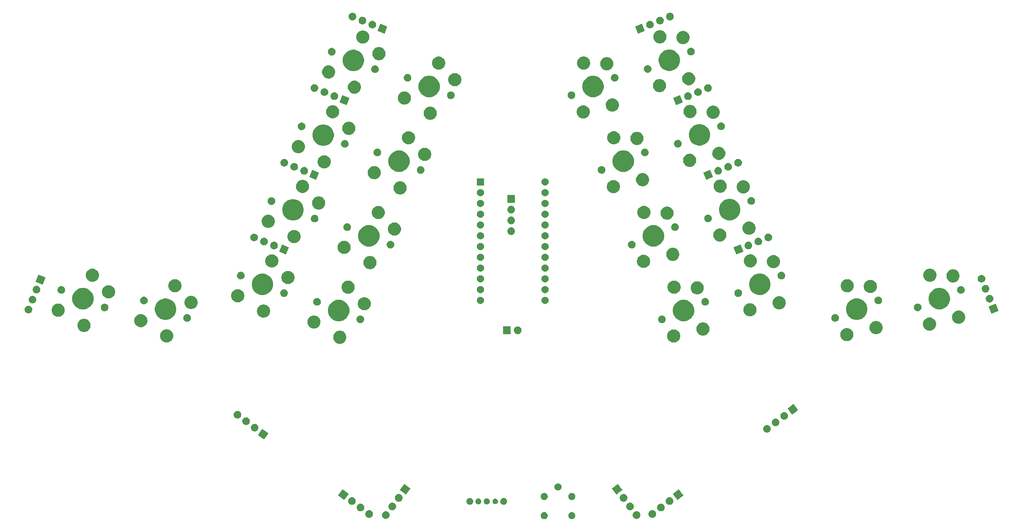
<source format=gbr>
G04 #@! TF.GenerationSoftware,KiCad,Pcbnew,(5.1.4)-1*
G04 #@! TF.CreationDate,2023-11-05T18:19:58-05:00*
G04 #@! TF.ProjectId,ThumbsUp,5468756d-6273-4557-902e-6b696361645f,rev?*
G04 #@! TF.SameCoordinates,Original*
G04 #@! TF.FileFunction,Soldermask,Top*
G04 #@! TF.FilePolarity,Negative*
%FSLAX46Y46*%
G04 Gerber Fmt 4.6, Leading zero omitted, Abs format (unit mm)*
G04 Created by KiCad (PCBNEW (5.1.4)-1) date 2023-11-05 18:19:58*
%MOMM*%
%LPD*%
G04 APERTURE LIST*
%ADD10C,0.100000*%
G04 APERTURE END LIST*
D10*
G36*
X157774581Y-147113723D02*
G01*
X157927178Y-147176930D01*
X158064512Y-147268694D01*
X158181306Y-147385488D01*
X158273070Y-147522822D01*
X158336277Y-147675419D01*
X158368500Y-147837414D01*
X158368500Y-148002586D01*
X158336277Y-148164581D01*
X158273070Y-148317178D01*
X158181306Y-148454512D01*
X158064512Y-148571306D01*
X157927178Y-148663070D01*
X157774581Y-148726277D01*
X157612586Y-148758500D01*
X157447414Y-148758500D01*
X157285419Y-148726277D01*
X157132822Y-148663070D01*
X156995488Y-148571306D01*
X156878694Y-148454512D01*
X156786930Y-148317178D01*
X156723723Y-148164581D01*
X156691500Y-148002586D01*
X156691500Y-147837414D01*
X156723723Y-147675419D01*
X156786930Y-147522822D01*
X156878694Y-147385488D01*
X156995488Y-147268694D01*
X157132822Y-147176930D01*
X157285419Y-147113723D01*
X157447414Y-147081500D01*
X157612586Y-147081500D01*
X157774581Y-147113723D01*
X157774581Y-147113723D01*
G37*
G36*
X151274581Y-147113723D02*
G01*
X151427178Y-147176930D01*
X151564512Y-147268694D01*
X151681306Y-147385488D01*
X151773070Y-147522822D01*
X151836277Y-147675419D01*
X151868500Y-147837414D01*
X151868500Y-148002586D01*
X151836277Y-148164581D01*
X151773070Y-148317178D01*
X151681306Y-148454512D01*
X151564512Y-148571306D01*
X151427178Y-148663070D01*
X151274581Y-148726277D01*
X151112586Y-148758500D01*
X150947414Y-148758500D01*
X150785419Y-148726277D01*
X150632822Y-148663070D01*
X150495488Y-148571306D01*
X150378694Y-148454512D01*
X150286930Y-148317178D01*
X150223723Y-148164581D01*
X150191500Y-148002586D01*
X150191500Y-147837414D01*
X150223723Y-147675419D01*
X150286930Y-147522822D01*
X150378694Y-147385488D01*
X150495488Y-147268694D01*
X150632822Y-147176930D01*
X150785419Y-147113723D01*
X150947414Y-147081500D01*
X151112586Y-147081500D01*
X151274581Y-147113723D01*
X151274581Y-147113723D01*
G37*
G36*
X172929008Y-146914238D02*
G01*
X172995192Y-146920756D01*
X173165031Y-146972276D01*
X173321556Y-147055941D01*
X173357294Y-147085271D01*
X173458751Y-147168533D01*
X173540950Y-147268694D01*
X173571343Y-147305728D01*
X173571344Y-147305730D01*
X173654675Y-147461629D01*
X173655008Y-147462253D01*
X173706528Y-147632092D01*
X173723924Y-147808719D01*
X173706528Y-147985346D01*
X173655008Y-148155185D01*
X173571343Y-148311710D01*
X173542013Y-148347448D01*
X173458751Y-148448905D01*
X173357294Y-148532167D01*
X173321556Y-148561497D01*
X173321554Y-148561498D01*
X173166199Y-148644538D01*
X173165031Y-148645162D01*
X172995192Y-148696682D01*
X172929007Y-148703201D01*
X172862825Y-148709719D01*
X172774305Y-148709719D01*
X172708123Y-148703201D01*
X172641938Y-148696682D01*
X172472099Y-148645162D01*
X172470932Y-148644538D01*
X172315576Y-148561498D01*
X172315574Y-148561497D01*
X172279836Y-148532167D01*
X172178379Y-148448905D01*
X172095117Y-148347448D01*
X172065787Y-148311710D01*
X171982122Y-148155185D01*
X171930602Y-147985346D01*
X171913206Y-147808719D01*
X171930602Y-147632092D01*
X171982122Y-147462253D01*
X171982456Y-147461629D01*
X172065786Y-147305730D01*
X172065787Y-147305728D01*
X172096180Y-147268694D01*
X172178379Y-147168533D01*
X172279836Y-147085271D01*
X172315574Y-147055941D01*
X172472099Y-146972276D01*
X172641938Y-146920756D01*
X172708122Y-146914238D01*
X172774305Y-146907719D01*
X172862825Y-146907719D01*
X172929008Y-146914238D01*
X172929008Y-146914238D01*
G37*
G36*
X113754815Y-146913613D02*
G01*
X113821000Y-146920132D01*
X113990839Y-146971652D01*
X113990841Y-146971653D01*
X113992008Y-146972277D01*
X114147364Y-147055317D01*
X114148124Y-147055941D01*
X114284559Y-147167909D01*
X114367270Y-147268694D01*
X114397151Y-147305104D01*
X114480816Y-147461629D01*
X114532336Y-147631468D01*
X114549732Y-147808095D01*
X114532336Y-147984722D01*
X114509858Y-148058821D01*
X114480815Y-148154563D01*
X114480481Y-148155187D01*
X114397151Y-148311086D01*
X114367821Y-148346824D01*
X114284559Y-148448281D01*
X114183102Y-148531543D01*
X114147364Y-148560873D01*
X113990839Y-148644538D01*
X113821000Y-148696058D01*
X113754816Y-148702576D01*
X113688633Y-148709095D01*
X113600113Y-148709095D01*
X113533930Y-148702576D01*
X113467746Y-148696058D01*
X113297907Y-148644538D01*
X113141382Y-148560873D01*
X113105644Y-148531543D01*
X113004187Y-148448281D01*
X112920925Y-148346824D01*
X112891595Y-148311086D01*
X112808265Y-148155187D01*
X112807931Y-148154563D01*
X112778888Y-148058821D01*
X112756410Y-147984722D01*
X112739014Y-147808095D01*
X112756410Y-147631468D01*
X112807930Y-147461629D01*
X112891595Y-147305104D01*
X112921476Y-147268694D01*
X113004187Y-147167909D01*
X113140622Y-147055941D01*
X113141382Y-147055317D01*
X113296738Y-146972277D01*
X113297905Y-146971653D01*
X113297907Y-146971652D01*
X113467746Y-146920132D01*
X113533931Y-146913613D01*
X113600113Y-146907095D01*
X113688633Y-146907095D01*
X113754815Y-146913613D01*
X113754815Y-146913613D01*
G37*
G36*
X109826045Y-146661348D02*
G01*
X109892230Y-146667867D01*
X110062069Y-146719387D01*
X110218594Y-146803052D01*
X110254332Y-146832382D01*
X110355789Y-146915644D01*
X110439051Y-147017101D01*
X110468381Y-147052839D01*
X110552046Y-147209364D01*
X110603566Y-147379203D01*
X110620962Y-147555830D01*
X110603566Y-147732457D01*
X110552046Y-147902296D01*
X110468381Y-148058821D01*
X110439051Y-148094559D01*
X110355789Y-148196016D01*
X110254332Y-148279278D01*
X110218594Y-148308608D01*
X110062069Y-148392273D01*
X109892230Y-148443793D01*
X109840336Y-148448904D01*
X109759863Y-148456830D01*
X109671343Y-148456830D01*
X109590870Y-148448904D01*
X109538976Y-148443793D01*
X109369137Y-148392273D01*
X109212612Y-148308608D01*
X109176874Y-148279278D01*
X109075417Y-148196016D01*
X108992155Y-148094559D01*
X108962825Y-148058821D01*
X108879160Y-147902296D01*
X108827640Y-147732457D01*
X108810244Y-147555830D01*
X108827640Y-147379203D01*
X108879160Y-147209364D01*
X108962825Y-147052839D01*
X108992155Y-147017101D01*
X109075417Y-146915644D01*
X109176874Y-146832382D01*
X109212612Y-146803052D01*
X109369137Y-146719387D01*
X109538976Y-146667867D01*
X109605161Y-146661348D01*
X109671343Y-146654830D01*
X109759863Y-146654830D01*
X109826045Y-146661348D01*
X109826045Y-146661348D01*
G37*
G36*
X176654839Y-146661348D02*
G01*
X176721024Y-146667867D01*
X176890863Y-146719387D01*
X177047388Y-146803052D01*
X177083126Y-146832382D01*
X177184583Y-146915644D01*
X177267845Y-147017101D01*
X177297175Y-147052839D01*
X177380840Y-147209364D01*
X177432360Y-147379203D01*
X177449756Y-147555830D01*
X177432360Y-147732457D01*
X177380840Y-147902296D01*
X177297175Y-148058821D01*
X177267845Y-148094559D01*
X177184583Y-148196016D01*
X177083126Y-148279278D01*
X177047388Y-148308608D01*
X176890863Y-148392273D01*
X176721024Y-148443793D01*
X176669130Y-148448904D01*
X176588657Y-148456830D01*
X176500137Y-148456830D01*
X176419664Y-148448904D01*
X176367770Y-148443793D01*
X176197931Y-148392273D01*
X176041406Y-148308608D01*
X176005668Y-148279278D01*
X175904211Y-148196016D01*
X175820949Y-148094559D01*
X175791619Y-148058821D01*
X175707954Y-147902296D01*
X175656434Y-147732457D01*
X175639038Y-147555830D01*
X175656434Y-147379203D01*
X175707954Y-147209364D01*
X175791619Y-147052839D01*
X175820949Y-147017101D01*
X175904211Y-146915644D01*
X176005668Y-146832382D01*
X176041406Y-146803052D01*
X176197931Y-146719387D01*
X176367770Y-146667867D01*
X176433955Y-146661348D01*
X176500137Y-146654830D01*
X176588657Y-146654830D01*
X176654839Y-146661348D01*
X176654839Y-146661348D01*
G37*
G36*
X178683374Y-145132738D02*
G01*
X178749559Y-145139257D01*
X178919398Y-145190777D01*
X179075923Y-145274442D01*
X179111661Y-145303772D01*
X179213118Y-145387034D01*
X179296380Y-145488491D01*
X179325710Y-145524229D01*
X179409375Y-145680754D01*
X179460895Y-145850593D01*
X179478291Y-146027220D01*
X179460895Y-146203847D01*
X179409375Y-146373686D01*
X179325710Y-146530211D01*
X179323452Y-146532962D01*
X179213118Y-146667406D01*
X179111661Y-146750668D01*
X179075923Y-146779998D01*
X178919398Y-146863663D01*
X178749559Y-146915183D01*
X178699310Y-146920132D01*
X178617192Y-146928220D01*
X178528672Y-146928220D01*
X178446554Y-146920132D01*
X178396305Y-146915183D01*
X178226466Y-146863663D01*
X178069941Y-146779998D01*
X178034203Y-146750668D01*
X177932746Y-146667406D01*
X177822412Y-146532962D01*
X177820154Y-146530211D01*
X177736489Y-146373686D01*
X177684969Y-146203847D01*
X177667573Y-146027220D01*
X177684969Y-145850593D01*
X177736489Y-145680754D01*
X177820154Y-145524229D01*
X177849484Y-145488491D01*
X177932746Y-145387034D01*
X178034203Y-145303772D01*
X178069941Y-145274442D01*
X178226466Y-145190777D01*
X178396305Y-145139257D01*
X178462490Y-145132738D01*
X178528672Y-145126220D01*
X178617192Y-145126220D01*
X178683374Y-145132738D01*
X178683374Y-145132738D01*
G37*
G36*
X107797510Y-145132738D02*
G01*
X107863695Y-145139257D01*
X108033534Y-145190777D01*
X108190059Y-145274442D01*
X108225797Y-145303772D01*
X108327254Y-145387034D01*
X108410516Y-145488491D01*
X108439846Y-145524229D01*
X108523511Y-145680754D01*
X108575031Y-145850593D01*
X108592427Y-146027220D01*
X108575031Y-146203847D01*
X108523511Y-146373686D01*
X108439846Y-146530211D01*
X108437588Y-146532962D01*
X108327254Y-146667406D01*
X108225797Y-146750668D01*
X108190059Y-146779998D01*
X108033534Y-146863663D01*
X107863695Y-146915183D01*
X107813446Y-146920132D01*
X107731328Y-146928220D01*
X107642808Y-146928220D01*
X107560690Y-146920132D01*
X107510441Y-146915183D01*
X107340602Y-146863663D01*
X107184077Y-146779998D01*
X107148339Y-146750668D01*
X107046882Y-146667406D01*
X106936548Y-146532962D01*
X106934290Y-146530211D01*
X106850625Y-146373686D01*
X106799105Y-146203847D01*
X106781709Y-146027220D01*
X106799105Y-145850593D01*
X106850625Y-145680754D01*
X106934290Y-145524229D01*
X106963620Y-145488491D01*
X107046882Y-145387034D01*
X107148339Y-145303772D01*
X107184077Y-145274442D01*
X107340602Y-145190777D01*
X107510441Y-145139257D01*
X107576626Y-145132738D01*
X107642808Y-145126220D01*
X107731328Y-145126220D01*
X107797510Y-145132738D01*
X107797510Y-145132738D01*
G37*
G36*
X171400397Y-144885702D02*
G01*
X171466582Y-144892221D01*
X171636421Y-144943741D01*
X171792946Y-145027406D01*
X171828684Y-145056736D01*
X171930141Y-145139998D01*
X172013403Y-145241455D01*
X172042733Y-145277193D01*
X172042734Y-145277195D01*
X172126065Y-145433094D01*
X172126398Y-145433718D01*
X172177918Y-145603557D01*
X172195314Y-145780184D01*
X172177918Y-145956811D01*
X172126398Y-146126650D01*
X172042733Y-146283175D01*
X172013403Y-146318913D01*
X171930141Y-146420370D01*
X171828684Y-146503632D01*
X171792946Y-146532962D01*
X171792944Y-146532963D01*
X171637589Y-146616003D01*
X171636421Y-146616627D01*
X171466582Y-146668147D01*
X171400397Y-146674666D01*
X171334215Y-146681184D01*
X171245695Y-146681184D01*
X171179513Y-146674666D01*
X171113328Y-146668147D01*
X170943489Y-146616627D01*
X170942322Y-146616003D01*
X170786966Y-146532963D01*
X170786964Y-146532962D01*
X170751226Y-146503632D01*
X170649769Y-146420370D01*
X170566507Y-146318913D01*
X170537177Y-146283175D01*
X170453512Y-146126650D01*
X170401992Y-145956811D01*
X170384596Y-145780184D01*
X170401992Y-145603557D01*
X170453512Y-145433718D01*
X170453846Y-145433094D01*
X170537176Y-145277195D01*
X170537177Y-145277193D01*
X170566507Y-145241455D01*
X170649769Y-145139998D01*
X170751226Y-145056736D01*
X170786964Y-145027406D01*
X170943489Y-144943741D01*
X171113328Y-144892221D01*
X171179513Y-144885702D01*
X171245695Y-144879184D01*
X171334215Y-144879184D01*
X171400397Y-144885702D01*
X171400397Y-144885702D01*
G37*
G36*
X115283425Y-144885078D02*
G01*
X115349610Y-144891597D01*
X115519449Y-144943117D01*
X115519451Y-144943118D01*
X115520618Y-144943742D01*
X115675974Y-145026782D01*
X115676734Y-145027406D01*
X115813169Y-145139374D01*
X115896431Y-145240831D01*
X115925761Y-145276569D01*
X116009426Y-145433094D01*
X116060946Y-145602933D01*
X116078342Y-145779560D01*
X116060946Y-145956187D01*
X116039398Y-146027220D01*
X116009425Y-146126028D01*
X116009091Y-146126652D01*
X115925761Y-146282551D01*
X115896431Y-146318289D01*
X115813169Y-146419746D01*
X115711712Y-146503008D01*
X115675974Y-146532338D01*
X115519449Y-146616003D01*
X115349610Y-146667523D01*
X115283426Y-146674041D01*
X115217243Y-146680560D01*
X115128723Y-146680560D01*
X115062540Y-146674041D01*
X114996356Y-146667523D01*
X114826517Y-146616003D01*
X114669992Y-146532338D01*
X114634254Y-146503008D01*
X114532797Y-146419746D01*
X114449535Y-146318289D01*
X114420205Y-146282551D01*
X114336875Y-146126652D01*
X114336541Y-146126028D01*
X114306568Y-146027220D01*
X114285020Y-145956187D01*
X114267624Y-145779560D01*
X114285020Y-145602933D01*
X114336540Y-145433094D01*
X114420205Y-145276569D01*
X114449535Y-145240831D01*
X114532797Y-145139374D01*
X114669232Y-145027406D01*
X114669992Y-145026782D01*
X114825348Y-144943742D01*
X114826515Y-144943118D01*
X114826517Y-144943117D01*
X114996356Y-144891597D01*
X115062541Y-144885078D01*
X115128723Y-144878560D01*
X115217243Y-144878560D01*
X115283425Y-144885078D01*
X115283425Y-144885078D01*
G37*
G36*
X105768976Y-143604128D02*
G01*
X105835161Y-143610647D01*
X106005000Y-143662167D01*
X106161525Y-143745832D01*
X106168614Y-143751650D01*
X106298720Y-143858424D01*
X106368963Y-143944017D01*
X106411312Y-143995619D01*
X106494977Y-144152144D01*
X106546497Y-144321983D01*
X106563893Y-144498610D01*
X106546497Y-144675237D01*
X106494977Y-144845076D01*
X106411312Y-145001601D01*
X106390647Y-145026781D01*
X106298720Y-145138796D01*
X106229036Y-145195983D01*
X106161525Y-145251388D01*
X106005000Y-145335053D01*
X105835161Y-145386573D01*
X105768976Y-145393092D01*
X105702794Y-145399610D01*
X105614274Y-145399610D01*
X105548092Y-145393092D01*
X105481907Y-145386573D01*
X105312068Y-145335053D01*
X105155543Y-145251388D01*
X105088032Y-145195983D01*
X105018348Y-145138796D01*
X104926421Y-145026781D01*
X104905756Y-145001601D01*
X104822091Y-144845076D01*
X104770571Y-144675237D01*
X104753175Y-144498610D01*
X104770571Y-144321983D01*
X104822091Y-144152144D01*
X104905756Y-143995619D01*
X104948105Y-143944017D01*
X105018348Y-143858424D01*
X105148454Y-143751650D01*
X105155543Y-143745832D01*
X105312068Y-143662167D01*
X105481907Y-143610647D01*
X105548092Y-143604128D01*
X105614274Y-143597610D01*
X105702794Y-143597610D01*
X105768976Y-143604128D01*
X105768976Y-143604128D01*
G37*
G36*
X180711908Y-143604128D02*
G01*
X180778093Y-143610647D01*
X180947932Y-143662167D01*
X181104457Y-143745832D01*
X181111546Y-143751650D01*
X181241652Y-143858424D01*
X181311895Y-143944017D01*
X181354244Y-143995619D01*
X181437909Y-144152144D01*
X181489429Y-144321983D01*
X181506825Y-144498610D01*
X181489429Y-144675237D01*
X181437909Y-144845076D01*
X181354244Y-145001601D01*
X181333579Y-145026781D01*
X181241652Y-145138796D01*
X181171968Y-145195983D01*
X181104457Y-145251388D01*
X180947932Y-145335053D01*
X180778093Y-145386573D01*
X180711908Y-145393092D01*
X180645726Y-145399610D01*
X180557206Y-145399610D01*
X180491024Y-145393092D01*
X180424839Y-145386573D01*
X180255000Y-145335053D01*
X180098475Y-145251388D01*
X180030964Y-145195983D01*
X179961280Y-145138796D01*
X179869353Y-145026781D01*
X179848688Y-145001601D01*
X179765023Y-144845076D01*
X179713503Y-144675237D01*
X179696107Y-144498610D01*
X179713503Y-144321983D01*
X179765023Y-144152144D01*
X179848688Y-143995619D01*
X179891037Y-143944017D01*
X179961280Y-143858424D01*
X180091386Y-143751650D01*
X180098475Y-143745832D01*
X180255000Y-143662167D01*
X180424839Y-143610647D01*
X180491024Y-143604128D01*
X180557206Y-143597610D01*
X180645726Y-143597610D01*
X180711908Y-143604128D01*
X180711908Y-143604128D01*
G37*
G36*
X133713642Y-143799781D02*
G01*
X133859414Y-143860162D01*
X133859416Y-143860163D01*
X133990608Y-143947822D01*
X134102178Y-144059392D01*
X134189837Y-144190584D01*
X134189838Y-144190586D01*
X134250219Y-144336358D01*
X134281000Y-144491107D01*
X134281000Y-144648893D01*
X134250219Y-144803642D01*
X134209457Y-144902049D01*
X134189837Y-144949416D01*
X134102178Y-145080608D01*
X133990608Y-145192178D01*
X133859416Y-145279837D01*
X133859415Y-145279838D01*
X133859414Y-145279838D01*
X133713642Y-145340219D01*
X133558893Y-145371000D01*
X133401107Y-145371000D01*
X133246358Y-145340219D01*
X133100586Y-145279838D01*
X133100585Y-145279838D01*
X133100584Y-145279837D01*
X132969392Y-145192178D01*
X132857822Y-145080608D01*
X132770163Y-144949416D01*
X132750543Y-144902049D01*
X132709781Y-144803642D01*
X132679000Y-144648893D01*
X132679000Y-144491107D01*
X132709781Y-144336358D01*
X132770162Y-144190586D01*
X132770163Y-144190584D01*
X132857822Y-144059392D01*
X132969392Y-143947822D01*
X133100584Y-143860163D01*
X133100586Y-143860162D01*
X133246358Y-143799781D01*
X133401107Y-143769000D01*
X133558893Y-143769000D01*
X133713642Y-143799781D01*
X133713642Y-143799781D01*
G37*
G36*
X141713642Y-143799781D02*
G01*
X141859414Y-143860162D01*
X141859416Y-143860163D01*
X141990608Y-143947822D01*
X142102178Y-144059392D01*
X142189837Y-144190584D01*
X142189838Y-144190586D01*
X142250219Y-144336358D01*
X142281000Y-144491107D01*
X142281000Y-144648893D01*
X142250219Y-144803642D01*
X142209457Y-144902049D01*
X142189837Y-144949416D01*
X142102178Y-145080608D01*
X141990608Y-145192178D01*
X141859416Y-145279837D01*
X141859415Y-145279838D01*
X141859414Y-145279838D01*
X141713642Y-145340219D01*
X141558893Y-145371000D01*
X141401107Y-145371000D01*
X141246358Y-145340219D01*
X141100586Y-145279838D01*
X141100585Y-145279838D01*
X141100584Y-145279837D01*
X140969392Y-145192178D01*
X140857822Y-145080608D01*
X140770163Y-144949416D01*
X140750543Y-144902049D01*
X140709781Y-144803642D01*
X140679000Y-144648893D01*
X140679000Y-144491107D01*
X140709781Y-144336358D01*
X140770162Y-144190586D01*
X140770163Y-144190584D01*
X140857822Y-144059392D01*
X140969392Y-143947822D01*
X141100584Y-143860163D01*
X141100586Y-143860162D01*
X141246358Y-143799781D01*
X141401107Y-143769000D01*
X141558893Y-143769000D01*
X141713642Y-143799781D01*
X141713642Y-143799781D01*
G37*
G36*
X135684473Y-143895938D02*
G01*
X135812049Y-143948782D01*
X135926859Y-144025495D01*
X136024505Y-144123141D01*
X136101218Y-144237951D01*
X136154062Y-144365527D01*
X136181000Y-144500956D01*
X136181000Y-144639044D01*
X136154062Y-144774473D01*
X136101218Y-144902049D01*
X136024505Y-145016859D01*
X135926859Y-145114505D01*
X135812049Y-145191218D01*
X135684473Y-145244062D01*
X135549044Y-145271000D01*
X135410956Y-145271000D01*
X135275527Y-145244062D01*
X135147951Y-145191218D01*
X135033141Y-145114505D01*
X134935495Y-145016859D01*
X134858782Y-144902049D01*
X134805938Y-144774473D01*
X134779000Y-144639044D01*
X134779000Y-144500956D01*
X134805938Y-144365527D01*
X134858782Y-144237951D01*
X134935495Y-144123141D01*
X135033141Y-144025495D01*
X135147951Y-143948782D01*
X135275527Y-143895938D01*
X135410956Y-143869000D01*
X135549044Y-143869000D01*
X135684473Y-143895938D01*
X135684473Y-143895938D01*
G37*
G36*
X137684473Y-143895938D02*
G01*
X137812049Y-143948782D01*
X137926859Y-144025495D01*
X138024505Y-144123141D01*
X138101218Y-144237951D01*
X138154062Y-144365527D01*
X138181000Y-144500956D01*
X138181000Y-144639044D01*
X138154062Y-144774473D01*
X138101218Y-144902049D01*
X138024505Y-145016859D01*
X137926859Y-145114505D01*
X137812049Y-145191218D01*
X137684473Y-145244062D01*
X137549044Y-145271000D01*
X137410956Y-145271000D01*
X137275527Y-145244062D01*
X137147951Y-145191218D01*
X137033141Y-145114505D01*
X136935495Y-145016859D01*
X136858782Y-144902049D01*
X136805938Y-144774473D01*
X136779000Y-144639044D01*
X136779000Y-144500956D01*
X136805938Y-144365527D01*
X136858782Y-144237951D01*
X136935495Y-144123141D01*
X137033141Y-144025495D01*
X137147951Y-143948782D01*
X137275527Y-143895938D01*
X137410956Y-143869000D01*
X137549044Y-143869000D01*
X137684473Y-143895938D01*
X137684473Y-143895938D01*
G37*
G36*
X139587611Y-143927651D02*
G01*
X139669890Y-143944017D01*
X139788364Y-143993091D01*
X139894988Y-144064335D01*
X139985665Y-144155012D01*
X140054814Y-144258500D01*
X140056910Y-144261638D01*
X140105983Y-144380110D01*
X140131000Y-144505881D01*
X140131000Y-144634119D01*
X140105983Y-144759890D01*
X140070698Y-144845076D01*
X140056909Y-144878364D01*
X139985665Y-144984988D01*
X139894988Y-145075665D01*
X139788364Y-145146909D01*
X139788363Y-145146910D01*
X139788362Y-145146910D01*
X139669890Y-145195983D01*
X139544119Y-145221000D01*
X139415881Y-145221000D01*
X139290110Y-145195983D01*
X139171638Y-145146910D01*
X139171637Y-145146910D01*
X139171636Y-145146909D01*
X139065012Y-145075665D01*
X138974335Y-144984988D01*
X138903091Y-144878364D01*
X138889303Y-144845076D01*
X138854017Y-144759890D01*
X138829000Y-144634119D01*
X138829000Y-144505881D01*
X138854017Y-144380110D01*
X138903090Y-144261638D01*
X138905187Y-144258500D01*
X138974335Y-144155012D01*
X139065012Y-144064335D01*
X139171636Y-143993091D01*
X139290110Y-143944017D01*
X139372389Y-143927651D01*
X139415881Y-143919000D01*
X139544119Y-143919000D01*
X139587611Y-143927651D01*
X139587611Y-143927651D01*
G37*
G36*
X169871788Y-142857169D02*
G01*
X169937972Y-142863687D01*
X170107811Y-142915207D01*
X170264336Y-142998872D01*
X170293518Y-143022821D01*
X170401531Y-143111464D01*
X170484793Y-143212921D01*
X170514123Y-143248659D01*
X170514124Y-143248661D01*
X170597455Y-143404560D01*
X170597788Y-143405184D01*
X170649308Y-143575023D01*
X170666704Y-143751650D01*
X170649308Y-143928277D01*
X170597788Y-144098116D01*
X170514123Y-144254641D01*
X170484793Y-144290379D01*
X170401531Y-144391836D01*
X170300074Y-144475098D01*
X170264336Y-144504428D01*
X170264334Y-144504429D01*
X170108979Y-144587469D01*
X170107811Y-144588093D01*
X169937972Y-144639613D01*
X169871788Y-144646131D01*
X169805605Y-144652650D01*
X169717085Y-144652650D01*
X169650902Y-144646131D01*
X169584718Y-144639613D01*
X169414879Y-144588093D01*
X169413712Y-144587469D01*
X169258356Y-144504429D01*
X169258354Y-144504428D01*
X169222616Y-144475098D01*
X169121159Y-144391836D01*
X169037897Y-144290379D01*
X169008567Y-144254641D01*
X168924902Y-144098116D01*
X168873382Y-143928277D01*
X168855986Y-143751650D01*
X168873382Y-143575023D01*
X168924902Y-143405184D01*
X168925236Y-143404560D01*
X169008566Y-143248661D01*
X169008567Y-143248659D01*
X169037897Y-143212921D01*
X169121159Y-143111464D01*
X169229172Y-143022821D01*
X169258354Y-142998872D01*
X169414879Y-142915207D01*
X169584718Y-142863687D01*
X169650902Y-142857169D01*
X169717085Y-142850650D01*
X169805605Y-142850650D01*
X169871788Y-142857169D01*
X169871788Y-142857169D01*
G37*
G36*
X116812036Y-142856545D02*
G01*
X116878220Y-142863063D01*
X117048059Y-142914583D01*
X117048061Y-142914584D01*
X117049228Y-142915208D01*
X117204584Y-142998248D01*
X117205344Y-142998872D01*
X117341779Y-143110840D01*
X117425041Y-143212297D01*
X117454371Y-143248035D01*
X117538036Y-143404560D01*
X117589556Y-143574399D01*
X117606952Y-143751026D01*
X117589556Y-143927653D01*
X117545979Y-144071306D01*
X117538035Y-144097494D01*
X117537701Y-144098118D01*
X117454371Y-144254017D01*
X117425041Y-144289755D01*
X117341779Y-144391212D01*
X117240322Y-144474474D01*
X117204584Y-144503804D01*
X117048059Y-144587469D01*
X116878220Y-144638989D01*
X116812036Y-144645507D01*
X116745853Y-144652026D01*
X116657333Y-144652026D01*
X116591150Y-144645507D01*
X116524966Y-144638989D01*
X116355127Y-144587469D01*
X116198602Y-144503804D01*
X116162864Y-144474474D01*
X116061407Y-144391212D01*
X115978145Y-144289755D01*
X115948815Y-144254017D01*
X115865485Y-144098118D01*
X115865151Y-144097494D01*
X115857207Y-144071306D01*
X115813630Y-143927653D01*
X115796234Y-143751026D01*
X115813630Y-143574399D01*
X115865150Y-143404560D01*
X115948815Y-143248035D01*
X115978145Y-143212297D01*
X116061407Y-143110840D01*
X116197842Y-142998872D01*
X116198602Y-142998248D01*
X116353958Y-142915208D01*
X116355125Y-142914584D01*
X116355127Y-142914583D01*
X116524966Y-142863063D01*
X116591150Y-142856545D01*
X116657333Y-142850026D01*
X116745853Y-142850026D01*
X116812036Y-142856545D01*
X116812036Y-142856545D01*
G37*
G36*
X157774581Y-142613723D02*
G01*
X157927178Y-142676930D01*
X158064512Y-142768694D01*
X158181306Y-142885488D01*
X158273070Y-143022822D01*
X158336277Y-143175419D01*
X158368500Y-143337414D01*
X158368500Y-143502586D01*
X158336277Y-143664581D01*
X158273070Y-143817178D01*
X158181306Y-143954512D01*
X158064512Y-144071306D01*
X157927178Y-144163070D01*
X157774581Y-144226277D01*
X157612586Y-144258500D01*
X157447414Y-144258500D01*
X157285419Y-144226277D01*
X157132822Y-144163070D01*
X156995488Y-144071306D01*
X156878694Y-143954512D01*
X156786930Y-143817178D01*
X156723723Y-143664581D01*
X156691500Y-143502586D01*
X156691500Y-143337414D01*
X156723723Y-143175419D01*
X156786930Y-143022822D01*
X156878694Y-142885488D01*
X156995488Y-142768694D01*
X157132822Y-142676930D01*
X157285419Y-142613723D01*
X157447414Y-142581500D01*
X157612586Y-142581500D01*
X157774581Y-142613723D01*
X157774581Y-142613723D01*
G37*
G36*
X151274581Y-142613723D02*
G01*
X151427178Y-142676930D01*
X151564512Y-142768694D01*
X151681306Y-142885488D01*
X151773070Y-143022822D01*
X151836277Y-143175419D01*
X151868500Y-143337414D01*
X151868500Y-143502586D01*
X151836277Y-143664581D01*
X151773070Y-143817178D01*
X151681306Y-143954512D01*
X151564512Y-144071306D01*
X151427178Y-144163070D01*
X151274581Y-144226277D01*
X151112586Y-144258500D01*
X150947414Y-144258500D01*
X150785419Y-144226277D01*
X150632822Y-144163070D01*
X150495488Y-144071306D01*
X150378694Y-143954512D01*
X150286930Y-143817178D01*
X150223723Y-143664581D01*
X150191500Y-143502586D01*
X150191500Y-143337414D01*
X150223723Y-143175419D01*
X150286930Y-143022822D01*
X150378694Y-142885488D01*
X150495488Y-142768694D01*
X150632822Y-142676930D01*
X150785419Y-142613723D01*
X150947414Y-142581500D01*
X151112586Y-142581500D01*
X151274581Y-142613723D01*
X151274581Y-142613723D01*
G37*
G36*
X183425777Y-142528894D02*
G01*
X183891806Y-143147335D01*
X183891806Y-143147336D01*
X183208601Y-143662167D01*
X182452665Y-144231806D01*
X182452664Y-144231806D01*
X181635457Y-143147335D01*
X181368194Y-142792665D01*
X181368194Y-142792664D01*
X182451577Y-141976277D01*
X182807335Y-141708194D01*
X182807336Y-141708194D01*
X183425777Y-142528894D01*
X183425777Y-142528894D01*
G37*
G36*
X103808423Y-141976277D02*
G01*
X104891806Y-142792664D01*
X104891806Y-142792665D01*
X104624543Y-143147335D01*
X103807336Y-144231806D01*
X103807335Y-144231806D01*
X103051399Y-143662167D01*
X102368194Y-143147336D01*
X102368194Y-143147335D01*
X102834223Y-142528894D01*
X103452664Y-141708194D01*
X103452665Y-141708194D01*
X103808423Y-141976277D01*
X103808423Y-141976277D01*
G37*
G36*
X169028512Y-141282010D02*
G01*
X169494541Y-141900451D01*
X169494541Y-141900452D01*
X168673841Y-142518893D01*
X168055400Y-142984922D01*
X168055399Y-142984922D01*
X167295331Y-141976277D01*
X166970929Y-141545781D01*
X166970929Y-141545780D01*
X167996681Y-140772821D01*
X168410070Y-140461310D01*
X168410071Y-140461310D01*
X169028512Y-141282010D01*
X169028512Y-141282010D01*
G37*
G36*
X118467085Y-140772821D02*
G01*
X119492009Y-141545156D01*
X119492009Y-141545157D01*
X119142855Y-142008500D01*
X118407539Y-142984298D01*
X118407538Y-142984298D01*
X117789097Y-142518269D01*
X116968397Y-141899828D01*
X116968397Y-141899827D01*
X117456129Y-141252585D01*
X118052867Y-140460686D01*
X118052868Y-140460686D01*
X118467085Y-140772821D01*
X118467085Y-140772821D01*
G37*
G36*
X154524581Y-140363723D02*
G01*
X154677178Y-140426930D01*
X154814512Y-140518694D01*
X154931306Y-140635488D01*
X155023070Y-140772822D01*
X155086277Y-140925419D01*
X155118500Y-141087414D01*
X155118500Y-141252586D01*
X155086277Y-141414581D01*
X155023070Y-141567178D01*
X154931306Y-141704512D01*
X154814512Y-141821306D01*
X154677178Y-141913070D01*
X154524581Y-141976277D01*
X154362586Y-142008500D01*
X154197414Y-142008500D01*
X154035419Y-141976277D01*
X153882822Y-141913070D01*
X153745488Y-141821306D01*
X153628694Y-141704512D01*
X153536930Y-141567178D01*
X153473723Y-141414581D01*
X153441500Y-141252586D01*
X153441500Y-141087414D01*
X153473723Y-140925419D01*
X153536930Y-140772822D01*
X153628694Y-140635488D01*
X153745488Y-140518694D01*
X153882822Y-140426930D01*
X154035419Y-140363723D01*
X154197414Y-140331500D01*
X154362586Y-140331500D01*
X154524581Y-140363723D01*
X154524581Y-140363723D01*
G37*
G36*
X85048158Y-127831575D02*
G01*
X85991806Y-128542664D01*
X85991806Y-128542665D01*
X85724543Y-128897335D01*
X84907336Y-129981806D01*
X84907335Y-129981806D01*
X84288894Y-129515777D01*
X83468194Y-128897336D01*
X83468194Y-128897335D01*
X84123411Y-128027833D01*
X84552664Y-127458194D01*
X84552665Y-127458194D01*
X85048158Y-127831575D01*
X85048158Y-127831575D01*
G37*
G36*
X203695140Y-126563780D02*
G01*
X203775392Y-126571684D01*
X203945231Y-126623204D01*
X204101756Y-126706869D01*
X204137494Y-126736199D01*
X204238951Y-126819461D01*
X204322213Y-126920918D01*
X204351543Y-126956656D01*
X204435208Y-127113181D01*
X204486728Y-127283020D01*
X204504124Y-127459647D01*
X204486728Y-127636274D01*
X204435208Y-127806113D01*
X204351543Y-127962638D01*
X204322213Y-127998376D01*
X204238951Y-128099833D01*
X204137494Y-128183095D01*
X204101756Y-128212425D01*
X203945231Y-128296090D01*
X203775392Y-128347610D01*
X203709208Y-128354128D01*
X203643025Y-128360647D01*
X203554505Y-128360647D01*
X203488322Y-128354128D01*
X203422138Y-128347610D01*
X203252299Y-128296090D01*
X203095774Y-128212425D01*
X203060036Y-128183095D01*
X202958579Y-128099833D01*
X202875317Y-127998376D01*
X202845987Y-127962638D01*
X202762322Y-127806113D01*
X202710802Y-127636274D01*
X202693406Y-127459647D01*
X202710802Y-127283020D01*
X202762322Y-127113181D01*
X202845987Y-126956656D01*
X202875317Y-126920918D01*
X202958579Y-126819461D01*
X203060036Y-126736199D01*
X203095774Y-126706869D01*
X203252299Y-126623204D01*
X203422138Y-126571684D01*
X203502390Y-126563780D01*
X203554505Y-126558647D01*
X203643025Y-126558647D01*
X203695140Y-126563780D01*
X203695140Y-126563780D01*
G37*
G36*
X82811909Y-126296909D02*
G01*
X82878093Y-126303427D01*
X83047932Y-126354947D01*
X83204457Y-126438612D01*
X83240195Y-126467942D01*
X83341652Y-126551204D01*
X83424914Y-126652661D01*
X83454244Y-126688399D01*
X83537909Y-126844924D01*
X83589429Y-127014763D01*
X83606825Y-127191390D01*
X83589429Y-127368017D01*
X83537909Y-127537856D01*
X83454244Y-127694381D01*
X83424914Y-127730119D01*
X83341652Y-127831576D01*
X83240195Y-127914838D01*
X83204457Y-127944168D01*
X83047932Y-128027833D01*
X82878093Y-128079353D01*
X82811909Y-128085871D01*
X82745726Y-128092390D01*
X82657206Y-128092390D01*
X82591023Y-128085871D01*
X82524839Y-128079353D01*
X82355000Y-128027833D01*
X82198475Y-127944168D01*
X82162737Y-127914838D01*
X82061280Y-127831576D01*
X81978018Y-127730119D01*
X81948688Y-127694381D01*
X81865023Y-127537856D01*
X81813503Y-127368017D01*
X81796107Y-127191390D01*
X81813503Y-127014763D01*
X81865023Y-126844924D01*
X81948688Y-126688399D01*
X81978018Y-126652661D01*
X82061280Y-126551204D01*
X82162737Y-126467942D01*
X82198475Y-126438612D01*
X82355000Y-126354947D01*
X82524839Y-126303427D01*
X82591023Y-126296909D01*
X82657206Y-126290390D01*
X82745726Y-126290390D01*
X82811909Y-126296909D01*
X82811909Y-126296909D01*
G37*
G36*
X205723675Y-125035170D02*
G01*
X205803927Y-125043074D01*
X205973766Y-125094594D01*
X206130291Y-125178259D01*
X206166029Y-125207589D01*
X206267486Y-125290851D01*
X206350748Y-125392308D01*
X206380078Y-125428046D01*
X206463743Y-125584571D01*
X206515263Y-125754410D01*
X206532659Y-125931037D01*
X206515263Y-126107664D01*
X206463743Y-126277503D01*
X206380078Y-126434028D01*
X206350748Y-126469766D01*
X206267486Y-126571223D01*
X206166029Y-126654485D01*
X206130291Y-126683815D01*
X205973766Y-126767480D01*
X205803927Y-126819000D01*
X205737743Y-126825518D01*
X205671560Y-126832037D01*
X205583040Y-126832037D01*
X205516857Y-126825518D01*
X205450673Y-126819000D01*
X205280834Y-126767480D01*
X205124309Y-126683815D01*
X205088571Y-126654485D01*
X204987114Y-126571223D01*
X204903852Y-126469766D01*
X204874522Y-126434028D01*
X204790857Y-126277503D01*
X204739337Y-126107664D01*
X204721941Y-125931037D01*
X204739337Y-125754410D01*
X204790857Y-125584571D01*
X204874522Y-125428046D01*
X204903852Y-125392308D01*
X204987114Y-125290851D01*
X205088571Y-125207589D01*
X205124309Y-125178259D01*
X205280834Y-125094594D01*
X205450673Y-125043074D01*
X205530925Y-125035170D01*
X205583040Y-125030037D01*
X205671560Y-125030037D01*
X205723675Y-125035170D01*
X205723675Y-125035170D01*
G37*
G36*
X80783374Y-124768298D02*
G01*
X80849559Y-124774817D01*
X81019398Y-124826337D01*
X81175923Y-124910002D01*
X81211661Y-124939332D01*
X81313118Y-125022594D01*
X81396380Y-125124051D01*
X81425710Y-125159789D01*
X81509375Y-125316314D01*
X81560895Y-125486153D01*
X81578291Y-125662780D01*
X81560895Y-125839407D01*
X81509375Y-126009246D01*
X81425710Y-126165771D01*
X81396380Y-126201509D01*
X81313118Y-126302966D01*
X81211661Y-126386228D01*
X81175923Y-126415558D01*
X81019398Y-126499223D01*
X80849559Y-126550743D01*
X80783375Y-126557261D01*
X80717192Y-126563780D01*
X80628672Y-126563780D01*
X80562489Y-126557261D01*
X80496305Y-126550743D01*
X80326466Y-126499223D01*
X80169941Y-126415558D01*
X80134203Y-126386228D01*
X80032746Y-126302966D01*
X79949484Y-126201509D01*
X79920154Y-126165771D01*
X79836489Y-126009246D01*
X79784969Y-125839407D01*
X79767573Y-125662780D01*
X79784969Y-125486153D01*
X79836489Y-125316314D01*
X79920154Y-125159789D01*
X79949484Y-125124051D01*
X80032746Y-125022594D01*
X80134203Y-124939332D01*
X80169941Y-124910002D01*
X80326466Y-124826337D01*
X80496305Y-124774817D01*
X80562490Y-124768298D01*
X80628672Y-124761780D01*
X80717192Y-124761780D01*
X80783374Y-124768298D01*
X80783374Y-124768298D01*
G37*
G36*
X207766277Y-123507946D02*
G01*
X207832461Y-123514464D01*
X208002300Y-123565984D01*
X208158825Y-123649649D01*
X208194563Y-123678979D01*
X208296020Y-123762241D01*
X208379282Y-123863698D01*
X208408612Y-123899436D01*
X208492277Y-124055961D01*
X208543797Y-124225800D01*
X208561193Y-124402427D01*
X208543797Y-124579054D01*
X208492277Y-124748893D01*
X208408612Y-124905418D01*
X208379282Y-124941156D01*
X208296020Y-125042613D01*
X208194563Y-125125875D01*
X208158825Y-125155205D01*
X208002300Y-125238870D01*
X207832461Y-125290390D01*
X207766276Y-125296909D01*
X207700094Y-125303427D01*
X207611574Y-125303427D01*
X207545392Y-125296909D01*
X207479207Y-125290390D01*
X207309368Y-125238870D01*
X207152843Y-125155205D01*
X207117105Y-125125875D01*
X207015648Y-125042613D01*
X206932386Y-124941156D01*
X206903056Y-124905418D01*
X206819391Y-124748893D01*
X206767871Y-124579054D01*
X206750475Y-124402427D01*
X206767871Y-124225800D01*
X206819391Y-124055961D01*
X206903056Y-123899436D01*
X206932386Y-123863698D01*
X207015648Y-123762241D01*
X207117105Y-123678979D01*
X207152843Y-123649649D01*
X207309368Y-123565984D01*
X207479207Y-123514464D01*
X207545391Y-123507946D01*
X207611574Y-123501427D01*
X207700094Y-123501427D01*
X207766277Y-123507946D01*
X207766277Y-123507946D01*
G37*
G36*
X78754840Y-123239689D02*
G01*
X78821024Y-123246207D01*
X78990863Y-123297727D01*
X79147388Y-123381392D01*
X79183126Y-123410722D01*
X79284583Y-123493984D01*
X79367845Y-123595441D01*
X79397175Y-123631179D01*
X79480840Y-123787704D01*
X79532360Y-123957543D01*
X79549756Y-124134170D01*
X79532360Y-124310797D01*
X79480840Y-124480636D01*
X79397175Y-124637161D01*
X79367845Y-124672899D01*
X79284583Y-124774356D01*
X79183126Y-124857618D01*
X79147388Y-124886948D01*
X78990863Y-124970613D01*
X78821024Y-125022133D01*
X78754840Y-125028651D01*
X78688657Y-125035170D01*
X78600137Y-125035170D01*
X78533954Y-125028651D01*
X78467770Y-125022133D01*
X78297931Y-124970613D01*
X78141406Y-124886948D01*
X78105668Y-124857618D01*
X78004211Y-124774356D01*
X77920949Y-124672899D01*
X77891619Y-124637161D01*
X77807954Y-124480636D01*
X77756434Y-124310797D01*
X77739038Y-124134170D01*
X77756434Y-123957543D01*
X77807954Y-123787704D01*
X77891619Y-123631179D01*
X77920949Y-123595441D01*
X78004211Y-123493984D01*
X78105668Y-123410722D01*
X78141406Y-123381392D01*
X78297931Y-123297727D01*
X78467770Y-123246207D01*
X78533954Y-123239689D01*
X78600137Y-123233170D01*
X78688657Y-123233170D01*
X78754840Y-123239689D01*
X78754840Y-123239689D01*
G37*
G36*
X210480145Y-122432711D02*
G01*
X210946174Y-123051152D01*
X210946174Y-123051153D01*
X210262969Y-123565984D01*
X209507033Y-124135623D01*
X209507032Y-124135623D01*
X208689825Y-123051152D01*
X208422562Y-122696482D01*
X208422562Y-122696481D01*
X209243262Y-122078040D01*
X209861703Y-121612011D01*
X209861704Y-121612011D01*
X210480145Y-122432711D01*
X210480145Y-122432711D01*
G37*
G36*
X103037617Y-104341426D02*
G01*
X103241918Y-104382064D01*
X103524182Y-104498981D01*
X103778213Y-104668719D01*
X103994249Y-104884755D01*
X104163987Y-105138786D01*
X104280904Y-105421050D01*
X104340508Y-105720700D01*
X104340508Y-106026220D01*
X104280904Y-106325870D01*
X104163987Y-106608134D01*
X103994249Y-106862165D01*
X103778213Y-107078201D01*
X103524182Y-107247939D01*
X103241918Y-107364856D01*
X103092093Y-107394658D01*
X102942269Y-107424460D01*
X102636747Y-107424460D01*
X102486923Y-107394658D01*
X102337098Y-107364856D01*
X102054834Y-107247939D01*
X101800803Y-107078201D01*
X101584767Y-106862165D01*
X101415029Y-106608134D01*
X101298112Y-106325870D01*
X101238508Y-106026220D01*
X101238508Y-105720700D01*
X101298112Y-105421050D01*
X101415029Y-105138786D01*
X101584767Y-104884755D01*
X101800803Y-104668719D01*
X102054834Y-104498981D01*
X102337098Y-104382064D01*
X102541399Y-104341426D01*
X102636747Y-104322460D01*
X102942269Y-104322460D01*
X103037617Y-104341426D01*
X103037617Y-104341426D01*
G37*
G36*
X181875738Y-104043375D02*
G01*
X182043661Y-104076777D01*
X182325925Y-104193694D01*
X182579956Y-104363432D01*
X182795992Y-104579468D01*
X182965730Y-104833499D01*
X183082647Y-105115763D01*
X183142251Y-105415413D01*
X183142251Y-105720933D01*
X183082647Y-106020583D01*
X182965730Y-106302847D01*
X182795992Y-106556878D01*
X182579956Y-106772914D01*
X182325925Y-106942652D01*
X182043661Y-107059569D01*
X181949996Y-107078200D01*
X181744012Y-107119173D01*
X181438490Y-107119173D01*
X181232506Y-107078200D01*
X181138841Y-107059569D01*
X180856577Y-106942652D01*
X180602546Y-106772914D01*
X180386510Y-106556878D01*
X180216772Y-106302847D01*
X180099855Y-106020583D01*
X180040251Y-105720933D01*
X180040251Y-105415413D01*
X180099855Y-105115763D01*
X180216772Y-104833499D01*
X180386510Y-104579468D01*
X180602546Y-104363432D01*
X180856577Y-104193694D01*
X181138841Y-104076777D01*
X181306764Y-104043375D01*
X181438490Y-104017173D01*
X181744012Y-104017173D01*
X181875738Y-104043375D01*
X181875738Y-104043375D01*
G37*
G36*
X62200815Y-104017173D02*
G01*
X62389833Y-104054771D01*
X62672097Y-104171688D01*
X62926128Y-104341426D01*
X63142164Y-104557462D01*
X63311902Y-104811493D01*
X63428819Y-105093757D01*
X63488423Y-105393407D01*
X63488423Y-105698927D01*
X63428819Y-105998577D01*
X63311902Y-106280841D01*
X63142164Y-106534872D01*
X62926128Y-106750908D01*
X62672097Y-106920646D01*
X62389833Y-107037563D01*
X62279201Y-107059569D01*
X62090184Y-107097167D01*
X61784662Y-107097167D01*
X61595645Y-107059569D01*
X61485013Y-107037563D01*
X61202749Y-106920646D01*
X60948718Y-106750908D01*
X60732682Y-106534872D01*
X60562944Y-106280841D01*
X60446027Y-105998577D01*
X60386423Y-105698927D01*
X60386423Y-105393407D01*
X60446027Y-105093757D01*
X60562944Y-104811493D01*
X60732682Y-104557462D01*
X60948718Y-104341426D01*
X61202749Y-104171688D01*
X61485013Y-104054771D01*
X61674031Y-104017173D01*
X61784662Y-103995167D01*
X62090184Y-103995167D01*
X62200815Y-104017173D01*
X62200815Y-104017173D01*
G37*
G36*
X222732483Y-103717009D02*
G01*
X222895746Y-103749484D01*
X223178010Y-103866401D01*
X223432041Y-104036139D01*
X223648077Y-104252175D01*
X223817815Y-104506206D01*
X223934732Y-104788470D01*
X223994336Y-105088120D01*
X223994336Y-105393640D01*
X223934732Y-105693290D01*
X223817815Y-105975554D01*
X223648077Y-106229585D01*
X223432041Y-106445621D01*
X223178010Y-106615359D01*
X222895746Y-106732276D01*
X222802081Y-106750907D01*
X222596097Y-106791880D01*
X222290575Y-106791880D01*
X222084591Y-106750907D01*
X221990926Y-106732276D01*
X221708662Y-106615359D01*
X221454631Y-106445621D01*
X221238595Y-106229585D01*
X221068857Y-105975554D01*
X220951940Y-105693290D01*
X220892336Y-105393640D01*
X220892336Y-105088120D01*
X220951940Y-104788470D01*
X221068857Y-104506206D01*
X221238595Y-104252175D01*
X221454631Y-104036139D01*
X221708662Y-103866401D01*
X221990926Y-103749484D01*
X222154189Y-103717009D01*
X222290575Y-103689880D01*
X222596097Y-103689880D01*
X222732483Y-103717009D01*
X222732483Y-103717009D01*
G37*
G36*
X188722984Y-102387436D02*
G01*
X188927285Y-102428074D01*
X189209549Y-102544991D01*
X189463580Y-102714729D01*
X189679616Y-102930765D01*
X189849354Y-103184796D01*
X189966271Y-103467060D01*
X190025875Y-103766710D01*
X190025875Y-104072230D01*
X189966271Y-104371880D01*
X189849354Y-104654144D01*
X189679616Y-104908175D01*
X189463580Y-105124211D01*
X189209549Y-105293949D01*
X188927285Y-105410866D01*
X188876086Y-105421050D01*
X188627636Y-105470470D01*
X188322114Y-105470470D01*
X188073664Y-105421050D01*
X188022465Y-105410866D01*
X187740201Y-105293949D01*
X187486170Y-105124211D01*
X187270134Y-104908175D01*
X187100396Y-104654144D01*
X186983479Y-104371880D01*
X186923875Y-104072230D01*
X186923875Y-103766710D01*
X186983479Y-103467060D01*
X187100396Y-103184796D01*
X187270134Y-102930765D01*
X187486170Y-102714729D01*
X187740201Y-102544991D01*
X188022465Y-102428074D01*
X188226766Y-102387436D01*
X188322114Y-102368470D01*
X188627636Y-102368470D01*
X188722984Y-102387436D01*
X188722984Y-102387436D01*
G37*
G36*
X229522498Y-102049686D02*
G01*
X229779370Y-102100781D01*
X230061634Y-102217698D01*
X230315665Y-102387436D01*
X230531701Y-102603472D01*
X230701439Y-102857503D01*
X230765576Y-103012345D01*
X230818356Y-103139768D01*
X230877960Y-103439416D01*
X230877960Y-103744938D01*
X230861304Y-103828671D01*
X230818356Y-104044587D01*
X230701439Y-104326851D01*
X230531701Y-104580882D01*
X230315665Y-104796918D01*
X230061634Y-104966656D01*
X229779370Y-105083573D01*
X229728171Y-105093757D01*
X229479721Y-105143177D01*
X229174199Y-105143177D01*
X228925749Y-105093757D01*
X228874550Y-105083573D01*
X228592286Y-104966656D01*
X228338255Y-104796918D01*
X228122219Y-104580882D01*
X227952481Y-104326851D01*
X227835564Y-104044587D01*
X227792616Y-103828671D01*
X227775960Y-103744938D01*
X227775960Y-103439416D01*
X227835564Y-103139768D01*
X227888344Y-103012345D01*
X227952481Y-102857503D01*
X228122219Y-102603472D01*
X228338255Y-102387436D01*
X228592286Y-102217698D01*
X228874550Y-102100781D01*
X229131422Y-102049686D01*
X229174199Y-102041177D01*
X229479721Y-102041177D01*
X229522498Y-102049686D01*
X229522498Y-102049686D01*
G37*
G36*
X143131000Y-105121000D02*
G01*
X141329000Y-105121000D01*
X141329000Y-103319000D01*
X143131000Y-103319000D01*
X143131000Y-105121000D01*
X143131000Y-105121000D01*
G37*
G36*
X144873726Y-103324857D02*
G01*
X144946627Y-103332037D01*
X145116466Y-103383557D01*
X145272991Y-103467222D01*
X145291500Y-103482412D01*
X145410186Y-103579814D01*
X145493448Y-103681271D01*
X145522778Y-103717009D01*
X145606443Y-103873534D01*
X145657963Y-104043373D01*
X145675359Y-104220000D01*
X145657963Y-104396627D01*
X145606443Y-104566466D01*
X145522778Y-104722991D01*
X145493448Y-104758729D01*
X145410186Y-104860186D01*
X145308729Y-104943448D01*
X145272991Y-104972778D01*
X145116466Y-105056443D01*
X144946627Y-105107963D01*
X144880443Y-105114481D01*
X144814260Y-105121000D01*
X144725740Y-105121000D01*
X144659558Y-105114482D01*
X144593373Y-105107963D01*
X144423534Y-105056443D01*
X144267009Y-104972778D01*
X144231271Y-104943448D01*
X144129814Y-104860186D01*
X144046552Y-104758729D01*
X144017222Y-104722991D01*
X143933557Y-104566466D01*
X143882037Y-104396627D01*
X143864641Y-104220000D01*
X143882037Y-104043373D01*
X143933557Y-103873534D01*
X144017222Y-103717009D01*
X144046552Y-103681271D01*
X144129814Y-103579814D01*
X144248500Y-103482412D01*
X144267009Y-103467222D01*
X144423534Y-103383557D01*
X144593373Y-103332037D01*
X144666274Y-103324857D01*
X144725740Y-103319000D01*
X144814260Y-103319000D01*
X144873726Y-103324857D01*
X144873726Y-103324857D01*
G37*
G36*
X42731970Y-101539681D02*
G01*
X42900306Y-101573165D01*
X43182570Y-101690082D01*
X43436601Y-101859820D01*
X43652637Y-102075856D01*
X43822375Y-102329887D01*
X43939292Y-102612151D01*
X43962750Y-102730081D01*
X43998896Y-102911800D01*
X43998896Y-103217322D01*
X43978671Y-103319000D01*
X43939292Y-103516971D01*
X43822375Y-103799235D01*
X43652637Y-104053266D01*
X43436601Y-104269302D01*
X43182570Y-104439040D01*
X42900306Y-104555957D01*
X42782108Y-104579468D01*
X42600657Y-104615561D01*
X42295135Y-104615561D01*
X42113684Y-104579468D01*
X41995486Y-104555957D01*
X41713222Y-104439040D01*
X41459191Y-104269302D01*
X41243155Y-104053266D01*
X41073417Y-103799235D01*
X40956500Y-103516971D01*
X40917121Y-103319000D01*
X40896896Y-103217322D01*
X40896896Y-102911800D01*
X40933042Y-102730081D01*
X40956500Y-102612151D01*
X41073417Y-102329887D01*
X41243155Y-102075856D01*
X41459191Y-101859820D01*
X41713222Y-101690082D01*
X41995486Y-101573165D01*
X42163822Y-101539681D01*
X42295135Y-101513561D01*
X42600657Y-101513561D01*
X42731970Y-101539681D01*
X42731970Y-101539681D01*
G37*
G36*
X242215554Y-101234119D02*
G01*
X242385272Y-101267878D01*
X242667536Y-101384795D01*
X242921567Y-101554533D01*
X243137603Y-101770569D01*
X243307341Y-102024600D01*
X243424258Y-102306864D01*
X243483862Y-102606514D01*
X243483862Y-102912034D01*
X243424258Y-103211684D01*
X243307341Y-103493948D01*
X243137603Y-103747979D01*
X242921567Y-103964015D01*
X242667536Y-104133753D01*
X242385272Y-104250670D01*
X242291607Y-104269301D01*
X242085623Y-104310274D01*
X241780101Y-104310274D01*
X241574117Y-104269301D01*
X241480452Y-104250670D01*
X241198188Y-104133753D01*
X240944157Y-103964015D01*
X240728121Y-103747979D01*
X240558383Y-103493948D01*
X240441466Y-103211684D01*
X240381862Y-102912034D01*
X240381862Y-102606514D01*
X240441466Y-102306864D01*
X240558383Y-102024600D01*
X240728121Y-101770569D01*
X240944157Y-101554533D01*
X241198188Y-101384795D01*
X241480452Y-101267878D01*
X241650170Y-101234119D01*
X241780101Y-101208274D01*
X242085623Y-101208274D01*
X242215554Y-101234119D01*
X242215554Y-101234119D01*
G37*
G36*
X96940667Y-100745637D02*
G01*
X97144968Y-100786275D01*
X97427232Y-100903192D01*
X97681263Y-101072930D01*
X97897299Y-101288966D01*
X98067037Y-101542997D01*
X98183954Y-101825261D01*
X98192875Y-101870111D01*
X98237445Y-102094176D01*
X98243558Y-102124911D01*
X98243558Y-102430431D01*
X98183954Y-102730081D01*
X98067037Y-103012345D01*
X97897299Y-103266376D01*
X97681263Y-103482412D01*
X97427232Y-103652150D01*
X97144968Y-103769067D01*
X96995143Y-103798869D01*
X96845319Y-103828671D01*
X96539797Y-103828671D01*
X96389973Y-103798869D01*
X96240148Y-103769067D01*
X95957884Y-103652150D01*
X95703853Y-103482412D01*
X95487817Y-103266376D01*
X95318079Y-103012345D01*
X95201162Y-102730081D01*
X95141558Y-102430431D01*
X95141558Y-102124911D01*
X95147672Y-102094176D01*
X95192241Y-101870111D01*
X95201162Y-101825261D01*
X95318079Y-101542997D01*
X95487817Y-101288966D01*
X95703853Y-101072930D01*
X95957884Y-100903192D01*
X96240148Y-100786275D01*
X96444449Y-100745637D01*
X96539797Y-100726671D01*
X96845319Y-100726671D01*
X96940667Y-100745637D01*
X96940667Y-100745637D01*
G37*
G36*
X56085802Y-100417791D02*
G01*
X56292883Y-100458982D01*
X56575147Y-100575899D01*
X56829178Y-100745637D01*
X57045214Y-100961673D01*
X57214952Y-101215704D01*
X57331869Y-101497968D01*
X57361671Y-101647793D01*
X57385360Y-101766883D01*
X57391473Y-101797618D01*
X57391473Y-102103138D01*
X57331869Y-102402788D01*
X57214952Y-102685052D01*
X57045214Y-102939083D01*
X56829178Y-103155119D01*
X56575147Y-103324857D01*
X56292883Y-103441774D01*
X56165761Y-103467060D01*
X55993234Y-103501378D01*
X55687712Y-103501378D01*
X55515185Y-103467060D01*
X55388063Y-103441774D01*
X55105799Y-103324857D01*
X54851768Y-103155119D01*
X54635732Y-102939083D01*
X54465994Y-102685052D01*
X54349077Y-102402788D01*
X54289473Y-102103138D01*
X54289473Y-101797618D01*
X54295587Y-101766883D01*
X54319275Y-101647793D01*
X54349077Y-101497968D01*
X54465994Y-101215704D01*
X54635732Y-100961673D01*
X54851768Y-100745637D01*
X55105799Y-100575899D01*
X55388063Y-100458982D01*
X55595144Y-100417791D01*
X55687712Y-100399378D01*
X55993234Y-100399378D01*
X56085802Y-100417791D01*
X56085802Y-100417791D01*
G37*
G36*
X249119071Y-99589373D02*
G01*
X249268896Y-99619175D01*
X249551160Y-99736092D01*
X249805191Y-99905830D01*
X250021227Y-100121866D01*
X250190965Y-100375897D01*
X250307882Y-100658161D01*
X250310600Y-100671824D01*
X250367486Y-100957810D01*
X250367486Y-101263332D01*
X250343481Y-101384012D01*
X250307882Y-101562981D01*
X250190965Y-101845245D01*
X250021227Y-102099276D01*
X249805191Y-102315312D01*
X249551160Y-102485050D01*
X249268896Y-102601967D01*
X249217697Y-102612151D01*
X248969247Y-102661571D01*
X248663725Y-102661571D01*
X248415275Y-102612151D01*
X248364076Y-102601967D01*
X248081812Y-102485050D01*
X247827781Y-102315312D01*
X247611745Y-102099276D01*
X247442007Y-101845245D01*
X247325090Y-101562981D01*
X247289491Y-101384012D01*
X247265486Y-101263332D01*
X247265486Y-100957810D01*
X247322372Y-100671824D01*
X247325090Y-100658161D01*
X247442007Y-100375897D01*
X247611745Y-100121866D01*
X247827781Y-99905830D01*
X248081812Y-99736092D01*
X248364076Y-99619175D01*
X248513901Y-99589373D01*
X248663725Y-99559571D01*
X248969247Y-99559571D01*
X249119071Y-99589373D01*
X249119071Y-99589373D01*
G37*
G36*
X107808281Y-100743942D02*
G01*
X107895404Y-100761271D01*
X108004827Y-100806596D01*
X108059540Y-100829259D01*
X108170189Y-100903192D01*
X108207257Y-100927960D01*
X108332881Y-101053584D01*
X108332883Y-101053587D01*
X108431582Y-101201301D01*
X108454245Y-101256014D01*
X108499570Y-101365437D01*
X108516900Y-101452560D01*
X108534229Y-101539681D01*
X108534229Y-101717343D01*
X108525575Y-101760847D01*
X108499570Y-101891587D01*
X108458363Y-101991067D01*
X108431582Y-102055723D01*
X108385353Y-102124910D01*
X108332881Y-102203440D01*
X108207257Y-102329064D01*
X108207254Y-102329066D01*
X108059540Y-102427765D01*
X108004827Y-102450428D01*
X107895404Y-102495753D01*
X107808281Y-102513082D01*
X107721160Y-102530412D01*
X107543498Y-102530412D01*
X107456377Y-102513082D01*
X107369254Y-102495753D01*
X107259831Y-102450428D01*
X107205118Y-102427765D01*
X107057404Y-102329066D01*
X107057401Y-102329064D01*
X106931777Y-102203440D01*
X106879305Y-102124910D01*
X106833076Y-102055723D01*
X106806295Y-101991067D01*
X106765088Y-101891587D01*
X106739083Y-101760847D01*
X106730429Y-101717343D01*
X106730429Y-101539681D01*
X106747758Y-101452560D01*
X106765088Y-101365437D01*
X106810413Y-101256014D01*
X106833076Y-101201301D01*
X106931775Y-101053587D01*
X106931777Y-101053584D01*
X107057401Y-100927960D01*
X107094469Y-100903192D01*
X107205118Y-100829259D01*
X107259831Y-100806596D01*
X107369254Y-100761271D01*
X107456377Y-100743942D01*
X107543498Y-100726612D01*
X107721160Y-100726612D01*
X107808281Y-100743942D01*
X107808281Y-100743942D01*
G37*
G36*
X178986650Y-100737905D02*
G01*
X179073773Y-100755235D01*
X179183196Y-100800560D01*
X179237909Y-100823223D01*
X179334644Y-100887859D01*
X179385626Y-100921924D01*
X179511250Y-101047548D01*
X179511252Y-101047551D01*
X179609951Y-101195265D01*
X179617044Y-101212390D01*
X179677939Y-101359401D01*
X179682990Y-101384795D01*
X179712598Y-101533645D01*
X179712598Y-101711307D01*
X179709192Y-101728429D01*
X179677939Y-101885551D01*
X179634232Y-101991067D01*
X179609951Y-102049687D01*
X179559688Y-102124911D01*
X179511250Y-102197404D01*
X179385626Y-102323028D01*
X179385623Y-102323030D01*
X179237909Y-102421729D01*
X179183196Y-102444392D01*
X179073773Y-102489717D01*
X178986650Y-102507046D01*
X178899529Y-102524376D01*
X178721867Y-102524376D01*
X178634746Y-102507047D01*
X178547623Y-102489717D01*
X178438200Y-102444392D01*
X178383487Y-102421729D01*
X178235773Y-102323030D01*
X178235770Y-102323028D01*
X178110146Y-102197404D01*
X178061708Y-102124911D01*
X178011445Y-102049687D01*
X177987164Y-101991067D01*
X177943457Y-101885551D01*
X177912204Y-101728429D01*
X177908798Y-101711307D01*
X177908798Y-101533645D01*
X177938406Y-101384795D01*
X177943457Y-101359401D01*
X178004352Y-101212390D01*
X178011445Y-101195265D01*
X178110144Y-101047551D01*
X178110146Y-101047548D01*
X178235770Y-100921924D01*
X178286752Y-100887859D01*
X178383487Y-100823223D01*
X178438200Y-100800560D01*
X178547623Y-100755235D01*
X178634746Y-100737906D01*
X178721867Y-100720576D01*
X178899529Y-100720576D01*
X178986650Y-100737905D01*
X178986650Y-100737905D01*
G37*
G36*
X66956196Y-100416649D02*
G01*
X67043319Y-100433978D01*
X67152742Y-100479303D01*
X67207455Y-100501966D01*
X67318104Y-100575899D01*
X67355172Y-100600667D01*
X67480796Y-100726291D01*
X67480798Y-100726294D01*
X67579497Y-100874008D01*
X67591585Y-100903192D01*
X67647485Y-101038144D01*
X67654404Y-101072930D01*
X67681326Y-101208274D01*
X67682144Y-101212390D01*
X67682144Y-101390048D01*
X67647485Y-101564294D01*
X67643810Y-101573165D01*
X67579497Y-101728430D01*
X67551340Y-101770570D01*
X67480796Y-101876147D01*
X67355172Y-102001771D01*
X67355169Y-102001773D01*
X67207455Y-102100472D01*
X67152742Y-102123135D01*
X67043319Y-102168460D01*
X66956196Y-102185789D01*
X66869075Y-102203119D01*
X66691413Y-102203119D01*
X66604292Y-102185789D01*
X66517169Y-102168460D01*
X66407746Y-102123135D01*
X66353033Y-102100472D01*
X66205319Y-102001773D01*
X66205316Y-102001771D01*
X66079692Y-101876147D01*
X66009148Y-101770570D01*
X65980991Y-101728430D01*
X65916678Y-101573165D01*
X65913003Y-101564294D01*
X65878344Y-101390048D01*
X65878344Y-101212390D01*
X65879163Y-101208274D01*
X65906084Y-101072930D01*
X65913003Y-101038144D01*
X65968903Y-100903192D01*
X65980991Y-100874008D01*
X66079690Y-100726294D01*
X66079692Y-100726291D01*
X66205316Y-100600667D01*
X66242384Y-100575899D01*
X66353033Y-100501966D01*
X66407746Y-100479303D01*
X66517169Y-100433978D01*
X66604292Y-100416649D01*
X66691413Y-100399319D01*
X66869075Y-100399319D01*
X66956196Y-100416649D01*
X66956196Y-100416649D01*
G37*
G36*
X219838735Y-100410613D02*
G01*
X219925858Y-100427942D01*
X220035281Y-100473267D01*
X220089994Y-100495930D01*
X220209676Y-100575899D01*
X220237711Y-100594631D01*
X220363335Y-100720255D01*
X220363337Y-100720258D01*
X220462036Y-100867972D01*
X220484383Y-100921922D01*
X220530024Y-101032108D01*
X220534296Y-101053587D01*
X220564683Y-101206352D01*
X220564683Y-101384014D01*
X220563482Y-101390050D01*
X220530024Y-101558258D01*
X220523849Y-101573165D01*
X220462036Y-101722394D01*
X220364000Y-101869116D01*
X220363335Y-101870111D01*
X220237711Y-101995735D01*
X220237708Y-101995737D01*
X220089994Y-102094436D01*
X220035281Y-102117099D01*
X219925858Y-102162424D01*
X219838735Y-102179753D01*
X219751614Y-102197083D01*
X219573952Y-102197083D01*
X219486831Y-102179753D01*
X219399708Y-102162424D01*
X219290285Y-102117099D01*
X219235572Y-102094436D01*
X219087858Y-101995737D01*
X219087855Y-101995735D01*
X218962231Y-101870111D01*
X218961566Y-101869116D01*
X218863530Y-101722394D01*
X218801717Y-101573165D01*
X218795542Y-101558258D01*
X218762084Y-101390050D01*
X218760883Y-101384014D01*
X218760883Y-101206352D01*
X218791270Y-101053587D01*
X218795542Y-101032108D01*
X218841183Y-100921922D01*
X218863530Y-100867972D01*
X218962229Y-100720258D01*
X218962231Y-100720255D01*
X219087855Y-100594631D01*
X219115890Y-100575899D01*
X219235572Y-100495930D01*
X219290285Y-100473267D01*
X219399708Y-100427942D01*
X219486831Y-100410613D01*
X219573952Y-100393283D01*
X219751614Y-100393283D01*
X219838735Y-100410613D01*
X219838735Y-100410613D01*
G37*
G36*
X103269624Y-97139248D02*
G01*
X103729326Y-97329663D01*
X103729328Y-97329664D01*
X104143049Y-97606104D01*
X104494890Y-97957945D01*
X104771320Y-98371651D01*
X104771331Y-98371668D01*
X104961746Y-98831370D01*
X105058818Y-99319385D01*
X105058818Y-99816967D01*
X104961746Y-100304982D01*
X104779220Y-100745638D01*
X104771330Y-100764686D01*
X104494890Y-101178407D01*
X104143049Y-101530248D01*
X103729328Y-101806688D01*
X103729327Y-101806689D01*
X103729326Y-101806689D01*
X103269624Y-101997104D01*
X102781609Y-102094176D01*
X102284027Y-102094176D01*
X101796012Y-101997104D01*
X101336310Y-101806689D01*
X101336309Y-101806689D01*
X101336308Y-101806688D01*
X100922587Y-101530248D01*
X100570746Y-101178407D01*
X100294306Y-100764686D01*
X100286416Y-100745638D01*
X100103890Y-100304982D01*
X100006818Y-99816967D01*
X100006818Y-99319385D01*
X100103890Y-98831370D01*
X100294305Y-98371668D01*
X100294316Y-98371651D01*
X100570746Y-97957945D01*
X100922587Y-97606104D01*
X101336308Y-97329664D01*
X101336310Y-97329663D01*
X101796012Y-97139248D01*
X102284027Y-97042176D01*
X102781609Y-97042176D01*
X103269624Y-97139248D01*
X103269624Y-97139248D01*
G37*
G36*
X184647015Y-97133212D02*
G01*
X185030534Y-97292071D01*
X185106719Y-97323628D01*
X185520440Y-97600068D01*
X185872281Y-97951909D01*
X186110641Y-98308640D01*
X186148722Y-98365632D01*
X186339137Y-98825334D01*
X186436209Y-99313349D01*
X186436209Y-99810931D01*
X186339137Y-100298946D01*
X186164492Y-100720576D01*
X186148721Y-100758650D01*
X185872281Y-101172371D01*
X185520440Y-101524212D01*
X185106719Y-101800652D01*
X185106718Y-101800653D01*
X185106717Y-101800653D01*
X184647015Y-101991068D01*
X184159000Y-102088140D01*
X183661418Y-102088140D01*
X183173403Y-101991068D01*
X182713701Y-101800653D01*
X182713700Y-101800653D01*
X182713699Y-101800652D01*
X182299978Y-101524212D01*
X181948137Y-101172371D01*
X181671697Y-100758650D01*
X181655926Y-100720576D01*
X181481281Y-100298946D01*
X181384209Y-99810931D01*
X181384209Y-99313349D01*
X181481281Y-98825334D01*
X181671696Y-98365632D01*
X181709777Y-98308640D01*
X181948137Y-97951909D01*
X182299978Y-97600068D01*
X182713699Y-97323628D01*
X182789884Y-97292071D01*
X183173403Y-97133212D01*
X183661418Y-97036140D01*
X184159000Y-97036140D01*
X184647015Y-97133212D01*
X184647015Y-97133212D01*
G37*
G36*
X62417539Y-96811955D02*
G01*
X62862671Y-96996335D01*
X62877243Y-97002371D01*
X63290964Y-97278811D01*
X63642805Y-97630652D01*
X63919245Y-98044373D01*
X63919246Y-98044375D01*
X64109661Y-98504077D01*
X64206733Y-98992092D01*
X64206733Y-99489674D01*
X64109661Y-99977689D01*
X63927364Y-100417793D01*
X63919245Y-100437393D01*
X63642805Y-100851114D01*
X63290964Y-101202955D01*
X62877243Y-101479395D01*
X62877242Y-101479396D01*
X62877241Y-101479396D01*
X62417539Y-101669811D01*
X61929524Y-101766883D01*
X61431942Y-101766883D01*
X60943927Y-101669811D01*
X60484225Y-101479396D01*
X60484224Y-101479396D01*
X60484223Y-101479395D01*
X60070502Y-101202955D01*
X59718661Y-100851114D01*
X59442221Y-100437393D01*
X59434102Y-100417793D01*
X59251805Y-99977689D01*
X59154733Y-99489674D01*
X59154733Y-98992092D01*
X59251805Y-98504077D01*
X59442220Y-98044375D01*
X59442221Y-98044373D01*
X59718661Y-97630652D01*
X60070502Y-97278811D01*
X60484223Y-97002371D01*
X60498795Y-96996335D01*
X60943927Y-96811955D01*
X61431942Y-96714883D01*
X61929524Y-96714883D01*
X62417539Y-96811955D01*
X62417539Y-96811955D01*
G37*
G36*
X225499100Y-96805919D02*
G01*
X225919595Y-96980094D01*
X225958804Y-96996335D01*
X226372525Y-97272775D01*
X226724366Y-97624616D01*
X226982540Y-98011000D01*
X227000807Y-98038339D01*
X227191222Y-98498041D01*
X227288294Y-98986056D01*
X227288294Y-99483638D01*
X227191222Y-99971653D01*
X227002221Y-100427942D01*
X227000806Y-100431357D01*
X226724366Y-100845078D01*
X226372525Y-101196919D01*
X225958804Y-101473359D01*
X225958803Y-101473360D01*
X225958802Y-101473360D01*
X225499100Y-101663775D01*
X225011085Y-101760847D01*
X224513503Y-101760847D01*
X224025488Y-101663775D01*
X223565786Y-101473360D01*
X223565785Y-101473360D01*
X223565784Y-101473359D01*
X223152063Y-101196919D01*
X222800222Y-100845078D01*
X222523782Y-100431357D01*
X222522367Y-100427942D01*
X222333366Y-99971653D01*
X222236294Y-99483638D01*
X222236294Y-98986056D01*
X222333366Y-98498041D01*
X222523781Y-98038339D01*
X222542048Y-98011000D01*
X222800222Y-97624616D01*
X223152063Y-97272775D01*
X223565784Y-96996335D01*
X223604993Y-96980094D01*
X224025488Y-96805919D01*
X224513503Y-96708847D01*
X225011085Y-96708847D01*
X225499100Y-96805919D01*
X225499100Y-96805919D01*
G37*
G36*
X85100993Y-98161921D02*
G01*
X85250818Y-98191723D01*
X85533082Y-98308640D01*
X85787113Y-98478378D01*
X86003149Y-98694414D01*
X86172887Y-98948445D01*
X86289804Y-99230709D01*
X86349408Y-99530359D01*
X86349408Y-99835879D01*
X86289804Y-100135529D01*
X86172887Y-100417793D01*
X86003149Y-100671824D01*
X85787113Y-100887860D01*
X85533082Y-101057598D01*
X85250818Y-101174515D01*
X85138185Y-101196919D01*
X84951169Y-101234119D01*
X84645647Y-101234119D01*
X84458631Y-101196919D01*
X84345998Y-101174515D01*
X84063734Y-101057598D01*
X83809703Y-100887860D01*
X83593667Y-100671824D01*
X83423929Y-100417793D01*
X83307012Y-100135529D01*
X83247408Y-99835879D01*
X83247408Y-99530359D01*
X83307012Y-99230709D01*
X83423929Y-98948445D01*
X83593667Y-98694414D01*
X83809703Y-98478378D01*
X84063734Y-98308640D01*
X84345998Y-98191723D01*
X84495823Y-98161921D01*
X84645647Y-98132119D01*
X84951169Y-98132119D01*
X85100993Y-98161921D01*
X85100993Y-98161921D01*
G37*
G36*
X36590569Y-97935050D02*
G01*
X36803356Y-97977376D01*
X37085620Y-98094293D01*
X37339651Y-98264031D01*
X37555687Y-98480067D01*
X37725425Y-98734098D01*
X37842342Y-99016362D01*
X37842342Y-99016363D01*
X37901946Y-99316011D01*
X37901946Y-99621533D01*
X37890153Y-99680818D01*
X37842342Y-99921182D01*
X37725425Y-100203446D01*
X37555687Y-100457477D01*
X37339651Y-100673513D01*
X37085620Y-100843251D01*
X36803356Y-100960168D01*
X36653531Y-100989970D01*
X36503707Y-101019772D01*
X36198185Y-101019772D01*
X36048361Y-100989970D01*
X35898536Y-100960168D01*
X35616272Y-100843251D01*
X35362241Y-100673513D01*
X35146205Y-100457477D01*
X34976467Y-100203446D01*
X34859550Y-99921182D01*
X34811739Y-99680818D01*
X34799946Y-99621533D01*
X34799946Y-99316011D01*
X34859550Y-99016363D01*
X34859550Y-99016362D01*
X34976467Y-98734098D01*
X35146205Y-98480067D01*
X35362241Y-98264031D01*
X35616272Y-98094293D01*
X35898536Y-97977376D01*
X36111323Y-97935050D01*
X36198185Y-97917772D01*
X36503707Y-97917772D01*
X36590569Y-97935050D01*
X36590569Y-97935050D01*
G37*
G36*
X199884936Y-97856633D02*
G01*
X200034761Y-97886435D01*
X200317025Y-98003352D01*
X200571056Y-98173090D01*
X200787092Y-98389126D01*
X200956830Y-98643157D01*
X201073747Y-98925421D01*
X201086329Y-98988675D01*
X201120113Y-99158516D01*
X201133351Y-99225071D01*
X201133351Y-99530591D01*
X201073747Y-99830241D01*
X200956830Y-100112505D01*
X200787092Y-100366536D01*
X200571056Y-100582572D01*
X200317025Y-100752310D01*
X200034761Y-100869227D01*
X199941091Y-100887859D01*
X199735112Y-100928831D01*
X199429590Y-100928831D01*
X199223611Y-100887859D01*
X199129941Y-100869227D01*
X198847677Y-100752310D01*
X198593646Y-100582572D01*
X198377610Y-100366536D01*
X198207872Y-100112505D01*
X198090955Y-99830241D01*
X198031351Y-99530591D01*
X198031351Y-99225071D01*
X198044590Y-99158516D01*
X198078373Y-98988675D01*
X198090955Y-98925421D01*
X198207872Y-98643157D01*
X198377610Y-98389126D01*
X198593646Y-98173090D01*
X198847677Y-98003352D01*
X199129941Y-97886435D01*
X199279766Y-97856633D01*
X199429590Y-97826831D01*
X199735112Y-97826831D01*
X199884936Y-97856633D01*
X199884936Y-97856633D01*
G37*
G36*
X258241367Y-99622601D02*
G01*
X256570580Y-100297642D01*
X255895539Y-98626855D01*
X257566326Y-97951814D01*
X258241367Y-99622601D01*
X258241367Y-99622601D01*
G37*
G36*
X29435941Y-98440660D02*
G01*
X29502125Y-98447178D01*
X29671964Y-98498698D01*
X29671966Y-98498699D01*
X29682027Y-98504077D01*
X29828489Y-98582363D01*
X29864227Y-98611693D01*
X29965684Y-98694955D01*
X30048946Y-98796412D01*
X30078276Y-98832150D01*
X30161941Y-98988675D01*
X30213461Y-99158514D01*
X30230857Y-99335141D01*
X30213461Y-99511768D01*
X30161941Y-99681607D01*
X30078276Y-99838132D01*
X30048946Y-99873870D01*
X29965684Y-99975327D01*
X29864227Y-100058589D01*
X29828489Y-100087919D01*
X29671964Y-100171584D01*
X29502125Y-100223104D01*
X29435941Y-100229622D01*
X29369758Y-100236141D01*
X29281238Y-100236141D01*
X29215055Y-100229622D01*
X29148871Y-100223104D01*
X28979032Y-100171584D01*
X28822507Y-100087919D01*
X28786769Y-100058589D01*
X28685312Y-99975327D01*
X28602050Y-99873870D01*
X28572720Y-99838132D01*
X28489055Y-99681607D01*
X28437535Y-99511768D01*
X28420139Y-99335141D01*
X28437535Y-99158514D01*
X28489055Y-98988675D01*
X28572720Y-98832150D01*
X28602050Y-98796412D01*
X28685312Y-98694955D01*
X28786769Y-98611693D01*
X28822507Y-98582363D01*
X28968969Y-98504077D01*
X28979030Y-98498699D01*
X28979032Y-98498698D01*
X29148871Y-98447178D01*
X29215055Y-98440660D01*
X29281238Y-98434141D01*
X29369758Y-98434141D01*
X29435941Y-98440660D01*
X29435941Y-98440660D01*
G37*
G36*
X47466669Y-97935042D02*
G01*
X47553792Y-97952372D01*
X47663215Y-97997697D01*
X47717928Y-98020360D01*
X47828577Y-98094293D01*
X47865645Y-98119061D01*
X47991269Y-98244685D01*
X47991271Y-98244688D01*
X48089970Y-98392402D01*
X48100026Y-98416679D01*
X48157958Y-98556538D01*
X48163095Y-98582363D01*
X48192617Y-98730782D01*
X48192617Y-98908444D01*
X48184660Y-98948445D01*
X48157958Y-99082688D01*
X48122202Y-99169010D01*
X48089970Y-99246824D01*
X48028548Y-99338749D01*
X47991269Y-99394541D01*
X47865645Y-99520165D01*
X47865642Y-99520167D01*
X47717928Y-99618866D01*
X47663215Y-99641529D01*
X47553792Y-99686854D01*
X47466669Y-99704184D01*
X47379548Y-99721513D01*
X47201886Y-99721513D01*
X47114765Y-99704184D01*
X47027642Y-99686854D01*
X46918219Y-99641529D01*
X46863506Y-99618866D01*
X46715792Y-99520167D01*
X46715789Y-99520165D01*
X46590165Y-99394541D01*
X46552886Y-99338749D01*
X46491464Y-99246824D01*
X46459232Y-99169010D01*
X46423476Y-99082688D01*
X46396774Y-98948445D01*
X46388817Y-98908444D01*
X46388817Y-98730782D01*
X46418339Y-98582363D01*
X46423476Y-98556538D01*
X46481408Y-98416679D01*
X46491464Y-98392402D01*
X46590163Y-98244688D01*
X46590165Y-98244685D01*
X46715789Y-98119061D01*
X46752857Y-98094293D01*
X46863506Y-98020360D01*
X46918219Y-97997697D01*
X47027642Y-97952372D01*
X47114765Y-97935042D01*
X47201886Y-97917713D01*
X47379548Y-97917713D01*
X47466669Y-97935042D01*
X47466669Y-97935042D01*
G37*
G36*
X239328261Y-97929006D02*
G01*
X239415384Y-97946336D01*
X239524807Y-97991661D01*
X239579520Y-98014324D01*
X239691860Y-98089387D01*
X239727237Y-98113025D01*
X239852861Y-98238649D01*
X239852863Y-98238652D01*
X239951562Y-98386366D01*
X239961244Y-98409740D01*
X240019550Y-98550502D01*
X240020751Y-98556540D01*
X240054209Y-98724746D01*
X240054209Y-98902408D01*
X240037570Y-98986056D01*
X240019550Y-99076652D01*
X239998126Y-99128373D01*
X239951562Y-99240788D01*
X239886107Y-99338749D01*
X239852861Y-99388505D01*
X239727237Y-99514129D01*
X239727234Y-99514131D01*
X239579520Y-99612830D01*
X239524807Y-99635493D01*
X239415384Y-99680818D01*
X239328261Y-99698147D01*
X239241140Y-99715477D01*
X239063478Y-99715477D01*
X238976357Y-99698147D01*
X238889234Y-99680818D01*
X238779811Y-99635493D01*
X238725098Y-99612830D01*
X238577384Y-99514131D01*
X238577381Y-99514129D01*
X238451757Y-99388505D01*
X238418511Y-99338749D01*
X238353056Y-99240788D01*
X238306492Y-99128373D01*
X238285068Y-99076652D01*
X238267048Y-98986056D01*
X238250409Y-98902408D01*
X238250409Y-98724746D01*
X238283867Y-98556540D01*
X238285068Y-98550502D01*
X238343374Y-98409740D01*
X238353056Y-98386366D01*
X238451755Y-98238652D01*
X238451757Y-98238649D01*
X238577381Y-98113025D01*
X238612758Y-98089387D01*
X238725098Y-98014324D01*
X238779811Y-97991661D01*
X238889234Y-97946336D01*
X238976357Y-97929006D01*
X239063478Y-97911677D01*
X239241140Y-97911677D01*
X239328261Y-97929006D01*
X239328261Y-97929006D01*
G37*
G36*
X108821621Y-96432236D02*
G01*
X109025922Y-96472874D01*
X109308186Y-96589791D01*
X109562217Y-96759529D01*
X109778253Y-96975565D01*
X109947991Y-97229596D01*
X110064908Y-97511860D01*
X110087337Y-97624617D01*
X110124512Y-97811509D01*
X110124512Y-98117031D01*
X110124108Y-98119061D01*
X110064908Y-98416680D01*
X109947991Y-98698944D01*
X109778253Y-98952975D01*
X109562217Y-99169011D01*
X109308186Y-99338749D01*
X109025922Y-99455666D01*
X108885307Y-99483636D01*
X108726273Y-99515270D01*
X108420751Y-99515270D01*
X108261717Y-99483636D01*
X108121102Y-99455666D01*
X107838838Y-99338749D01*
X107584807Y-99169011D01*
X107368771Y-98952975D01*
X107199033Y-98698944D01*
X107082116Y-98416680D01*
X107022916Y-98119061D01*
X107022512Y-98117031D01*
X107022512Y-97811509D01*
X107059687Y-97624617D01*
X107082116Y-97511860D01*
X107199033Y-97229596D01*
X107368771Y-96975565D01*
X107584807Y-96759529D01*
X107838838Y-96589791D01*
X108121102Y-96472874D01*
X108325403Y-96432236D01*
X108420751Y-96413270D01*
X108726273Y-96413270D01*
X108821621Y-96432236D01*
X108821621Y-96432236D01*
G37*
G36*
X42928012Y-94330349D02*
G01*
X43373144Y-94514729D01*
X43387716Y-94520765D01*
X43801437Y-94797205D01*
X44153278Y-95149046D01*
X44429718Y-95562767D01*
X44429719Y-95562769D01*
X44620134Y-96022471D01*
X44717206Y-96510486D01*
X44717206Y-97008068D01*
X44620134Y-97496083D01*
X44438308Y-97935050D01*
X44429718Y-97955787D01*
X44153278Y-98369508D01*
X43801437Y-98721349D01*
X43387716Y-98997789D01*
X43387715Y-98997790D01*
X43387714Y-98997790D01*
X42928012Y-99188205D01*
X42439997Y-99285277D01*
X41942415Y-99285277D01*
X41454400Y-99188205D01*
X40994698Y-98997790D01*
X40994697Y-98997790D01*
X40994696Y-98997789D01*
X40580975Y-98721349D01*
X40229134Y-98369508D01*
X39952694Y-97955787D01*
X39944104Y-97935050D01*
X39762278Y-97496083D01*
X39665206Y-97008068D01*
X39665206Y-96510486D01*
X39762278Y-96022471D01*
X39952693Y-95562769D01*
X39952694Y-95562767D01*
X40229134Y-95149046D01*
X40580975Y-94797205D01*
X40994696Y-94520765D01*
X41009268Y-94514729D01*
X41454400Y-94330349D01*
X41942415Y-94233277D01*
X42439997Y-94233277D01*
X42928012Y-94330349D01*
X42928012Y-94330349D01*
G37*
G36*
X206768560Y-96207930D02*
G01*
X206918385Y-96237732D01*
X207200649Y-96354649D01*
X207454680Y-96524387D01*
X207670716Y-96740423D01*
X207840454Y-96994454D01*
X207957371Y-97276718D01*
X207983530Y-97408228D01*
X208016975Y-97576367D01*
X208016975Y-97881889D01*
X207997798Y-97978297D01*
X207957371Y-98181538D01*
X207840454Y-98463802D01*
X207670716Y-98717833D01*
X207454680Y-98933869D01*
X207200649Y-99103607D01*
X206918385Y-99220524D01*
X206867181Y-99230709D01*
X206618736Y-99280128D01*
X206313214Y-99280128D01*
X206064769Y-99230709D01*
X206013565Y-99220524D01*
X205731301Y-99103607D01*
X205477270Y-98933869D01*
X205261234Y-98717833D01*
X205091496Y-98463802D01*
X204974579Y-98181538D01*
X204934152Y-97978297D01*
X204914975Y-97881889D01*
X204914975Y-97576367D01*
X204948420Y-97408228D01*
X204974579Y-97276718D01*
X205091496Y-96994454D01*
X205261234Y-96740423D01*
X205477270Y-96524387D01*
X205731301Y-96354649D01*
X206013565Y-96237732D01*
X206163390Y-96207930D01*
X206313214Y-96178128D01*
X206618736Y-96178128D01*
X206768560Y-96207930D01*
X206768560Y-96207930D01*
G37*
G36*
X244988626Y-94324313D02*
G01*
X245448328Y-94514728D01*
X245448330Y-94514729D01*
X245862051Y-94791169D01*
X246213892Y-95143010D01*
X246477009Y-95536792D01*
X246490333Y-95556733D01*
X246680748Y-96016435D01*
X246777820Y-96504450D01*
X246777820Y-97002032D01*
X246680748Y-97490047D01*
X246496421Y-97935051D01*
X246490332Y-97949751D01*
X246213892Y-98363472D01*
X245862051Y-98715313D01*
X245448330Y-98991753D01*
X245448329Y-98991754D01*
X245448328Y-98991754D01*
X244988626Y-99182169D01*
X244500611Y-99279241D01*
X244003029Y-99279241D01*
X243515014Y-99182169D01*
X243055312Y-98991754D01*
X243055311Y-98991754D01*
X243055310Y-98991753D01*
X242641589Y-98715313D01*
X242289748Y-98363472D01*
X242013308Y-97949751D01*
X242007219Y-97935051D01*
X241822892Y-97490047D01*
X241725820Y-97002032D01*
X241725820Y-96504450D01*
X241822892Y-96016435D01*
X242013307Y-95556733D01*
X242026631Y-95536792D01*
X242289748Y-95143010D01*
X242641589Y-94791169D01*
X243055310Y-94514729D01*
X243055312Y-94514728D01*
X243515014Y-94324313D01*
X244003029Y-94227241D01*
X244500611Y-94227241D01*
X244988626Y-94324313D01*
X244988626Y-94324313D01*
G37*
G36*
X68024012Y-96115779D02*
G01*
X68173837Y-96145581D01*
X68456101Y-96262498D01*
X68710132Y-96432236D01*
X68926168Y-96648272D01*
X69095906Y-96902303D01*
X69212823Y-97184567D01*
X69229693Y-97269378D01*
X69272427Y-97484216D01*
X69272427Y-97789738D01*
X69265049Y-97826831D01*
X69212823Y-98089387D01*
X69095906Y-98371651D01*
X68926168Y-98625682D01*
X68710132Y-98841718D01*
X68456101Y-99011456D01*
X68173837Y-99128373D01*
X68024012Y-99158175D01*
X67874188Y-99187977D01*
X67568666Y-99187977D01*
X67418842Y-99158175D01*
X67269017Y-99128373D01*
X66986753Y-99011456D01*
X66732722Y-98841718D01*
X66516686Y-98625682D01*
X66346948Y-98371651D01*
X66230031Y-98089387D01*
X66177805Y-97826831D01*
X66170427Y-97789738D01*
X66170427Y-97484216D01*
X66213161Y-97269378D01*
X66230031Y-97184567D01*
X66346948Y-96902303D01*
X66516686Y-96648272D01*
X66732722Y-96432236D01*
X66986753Y-96262498D01*
X67269017Y-96145581D01*
X67418842Y-96115779D01*
X67568666Y-96085977D01*
X67874188Y-96085977D01*
X68024012Y-96115779D01*
X68024012Y-96115779D01*
G37*
G36*
X97580349Y-96617519D02*
G01*
X97696382Y-96640599D01*
X97805805Y-96685924D01*
X97860518Y-96708587D01*
X97951952Y-96769681D01*
X98008235Y-96807288D01*
X98133859Y-96932912D01*
X98133861Y-96932915D01*
X98232560Y-97080629D01*
X98232560Y-97080630D01*
X98300548Y-97244765D01*
X98316818Y-97326560D01*
X98335207Y-97419009D01*
X98335207Y-97596671D01*
X98326920Y-97638330D01*
X98300548Y-97770915D01*
X98277386Y-97826831D01*
X98232560Y-97935051D01*
X98159512Y-98044375D01*
X98133859Y-98082768D01*
X98008235Y-98208392D01*
X98008232Y-98208394D01*
X97860518Y-98307093D01*
X97805805Y-98329756D01*
X97696382Y-98375081D01*
X97609302Y-98392402D01*
X97522138Y-98409740D01*
X97344476Y-98409740D01*
X97257312Y-98392402D01*
X97170232Y-98375081D01*
X97060809Y-98329756D01*
X97006096Y-98307093D01*
X96858382Y-98208394D01*
X96858379Y-98208392D01*
X96732755Y-98082768D01*
X96707102Y-98044375D01*
X96634054Y-97935051D01*
X96589228Y-97826831D01*
X96566066Y-97770915D01*
X96539694Y-97638330D01*
X96531407Y-97596671D01*
X96531407Y-97419009D01*
X96549796Y-97326560D01*
X96566066Y-97244765D01*
X96634054Y-97080630D01*
X96634054Y-97080629D01*
X96732753Y-96932915D01*
X96732755Y-96932912D01*
X96858379Y-96807288D01*
X96914662Y-96769681D01*
X97006096Y-96708587D01*
X97060809Y-96685924D01*
X97170232Y-96640599D01*
X97286265Y-96617519D01*
X97344476Y-96605940D01*
X97522138Y-96605940D01*
X97580349Y-96617519D01*
X97580349Y-96617519D01*
G37*
G36*
X189185672Y-96617234D02*
G01*
X189272795Y-96634563D01*
X189382218Y-96679888D01*
X189436931Y-96702551D01*
X189522206Y-96759530D01*
X189584648Y-96801252D01*
X189710272Y-96926876D01*
X189710274Y-96926879D01*
X189808973Y-97074593D01*
X189816066Y-97091718D01*
X189876961Y-97238729D01*
X189887571Y-97292070D01*
X189911620Y-97412973D01*
X189911620Y-97590635D01*
X189903660Y-97630652D01*
X189876961Y-97764879D01*
X189855563Y-97816537D01*
X189808973Y-97929015D01*
X189731892Y-98044375D01*
X189710272Y-98076732D01*
X189584648Y-98202356D01*
X189584645Y-98202358D01*
X189436931Y-98301057D01*
X189382218Y-98323720D01*
X189272795Y-98369045D01*
X189185715Y-98386366D01*
X189098551Y-98403704D01*
X188920889Y-98403704D01*
X188833725Y-98386366D01*
X188746645Y-98369045D01*
X188637222Y-98323720D01*
X188582509Y-98301057D01*
X188434795Y-98202358D01*
X188434792Y-98202356D01*
X188309168Y-98076732D01*
X188287548Y-98044375D01*
X188210467Y-97929015D01*
X188163877Y-97816537D01*
X188142479Y-97764879D01*
X188115780Y-97630652D01*
X188107820Y-97590635D01*
X188107820Y-97412973D01*
X188131869Y-97292070D01*
X188142479Y-97238729D01*
X188203374Y-97091718D01*
X188210467Y-97074593D01*
X188309166Y-96926879D01*
X188309168Y-96926876D01*
X188434792Y-96801252D01*
X188497234Y-96759530D01*
X188582509Y-96702551D01*
X188637222Y-96679888D01*
X188746645Y-96634563D01*
X188833768Y-96617234D01*
X188920889Y-96599904D01*
X189098551Y-96599904D01*
X189185672Y-96617234D01*
X189185672Y-96617234D01*
G37*
G36*
X56757174Y-96295976D02*
G01*
X56844297Y-96313306D01*
X56944106Y-96354649D01*
X57008433Y-96381294D01*
X57145493Y-96472874D01*
X57156150Y-96479995D01*
X57281774Y-96605619D01*
X57281776Y-96605622D01*
X57380475Y-96753336D01*
X57387245Y-96769681D01*
X57448463Y-96917472D01*
X57465282Y-97002030D01*
X57483122Y-97091716D01*
X57483122Y-97269378D01*
X57471130Y-97329664D01*
X57448463Y-97443622D01*
X57403138Y-97553045D01*
X57380475Y-97607758D01*
X57347142Y-97657644D01*
X57281774Y-97755475D01*
X57156150Y-97881099D01*
X57156147Y-97881101D01*
X57008433Y-97979800D01*
X56953720Y-98002463D01*
X56844297Y-98047788D01*
X56757174Y-98065117D01*
X56670053Y-98082447D01*
X56492391Y-98082447D01*
X56405270Y-98065117D01*
X56318147Y-98047788D01*
X56208724Y-98002463D01*
X56154011Y-97979800D01*
X56006297Y-97881101D01*
X56006294Y-97881099D01*
X55880670Y-97755475D01*
X55815302Y-97657644D01*
X55781969Y-97607758D01*
X55759306Y-97553045D01*
X55713981Y-97443622D01*
X55691314Y-97329664D01*
X55679322Y-97269378D01*
X55679322Y-97091716D01*
X55697162Y-97002030D01*
X55713981Y-96917472D01*
X55775199Y-96769681D01*
X55781969Y-96753336D01*
X55880668Y-96605622D01*
X55880670Y-96605619D01*
X56006294Y-96479995D01*
X56016951Y-96472874D01*
X56154011Y-96381294D01*
X56218338Y-96354649D01*
X56318147Y-96313306D01*
X56405270Y-96295977D01*
X56492391Y-96278647D01*
X56670053Y-96278647D01*
X56757174Y-96295976D01*
X56757174Y-96295976D01*
G37*
G36*
X230037757Y-96289940D02*
G01*
X230124880Y-96307270D01*
X230203676Y-96339909D01*
X230289016Y-96375258D01*
X230374291Y-96432237D01*
X230436733Y-96473959D01*
X230562357Y-96599583D01*
X230562359Y-96599586D01*
X230661058Y-96747300D01*
X230670328Y-96769681D01*
X230729046Y-96911436D01*
X230733318Y-96932915D01*
X230763705Y-97085680D01*
X230763705Y-97263342D01*
X230751713Y-97323628D01*
X230729046Y-97437586D01*
X230707315Y-97490048D01*
X230661058Y-97601722D01*
X230636597Y-97638330D01*
X230562357Y-97749439D01*
X230436733Y-97875063D01*
X230436730Y-97875065D01*
X230289016Y-97973764D01*
X230234303Y-97996427D01*
X230124880Y-98041752D01*
X230037757Y-98059082D01*
X229950636Y-98076411D01*
X229772974Y-98076411D01*
X229685853Y-98059082D01*
X229598730Y-98041752D01*
X229489307Y-97996427D01*
X229434594Y-97973764D01*
X229286880Y-97875065D01*
X229286877Y-97875063D01*
X229161253Y-97749439D01*
X229087013Y-97638330D01*
X229062552Y-97601722D01*
X229016295Y-97490048D01*
X228994564Y-97437586D01*
X228971897Y-97323628D01*
X228959905Y-97263342D01*
X228959905Y-97085680D01*
X228990292Y-96932915D01*
X228994564Y-96911436D01*
X229053282Y-96769681D01*
X229062552Y-96747300D01*
X229161251Y-96599586D01*
X229161253Y-96599583D01*
X229286877Y-96473959D01*
X229349319Y-96432237D01*
X229434594Y-96375258D01*
X229519934Y-96339909D01*
X229598730Y-96307270D01*
X229685853Y-96289940D01*
X229772974Y-96272611D01*
X229950636Y-96272611D01*
X230037757Y-96289940D01*
X230037757Y-96289940D01*
G37*
G36*
X151478228Y-96341703D02*
G01*
X151633100Y-96405853D01*
X151772481Y-96498985D01*
X151891015Y-96617519D01*
X151984147Y-96756900D01*
X152048297Y-96911772D01*
X152081000Y-97076184D01*
X152081000Y-97243816D01*
X152048297Y-97408228D01*
X151984147Y-97563100D01*
X151891015Y-97702481D01*
X151772481Y-97821015D01*
X151633100Y-97914147D01*
X151478228Y-97978297D01*
X151313816Y-98011000D01*
X151146184Y-98011000D01*
X150981772Y-97978297D01*
X150826900Y-97914147D01*
X150687519Y-97821015D01*
X150568985Y-97702481D01*
X150475853Y-97563100D01*
X150411703Y-97408228D01*
X150379000Y-97243816D01*
X150379000Y-97076184D01*
X150411703Y-96911772D01*
X150475853Y-96756900D01*
X150568985Y-96617519D01*
X150687519Y-96498985D01*
X150826900Y-96405853D01*
X150981772Y-96341703D01*
X151146184Y-96309000D01*
X151313816Y-96309000D01*
X151478228Y-96341703D01*
X151478228Y-96341703D01*
G37*
G36*
X136238228Y-96341703D02*
G01*
X136393100Y-96405853D01*
X136532481Y-96498985D01*
X136651015Y-96617519D01*
X136744147Y-96756900D01*
X136808297Y-96911772D01*
X136841000Y-97076184D01*
X136841000Y-97243816D01*
X136808297Y-97408228D01*
X136744147Y-97563100D01*
X136651015Y-97702481D01*
X136532481Y-97821015D01*
X136393100Y-97914147D01*
X136238228Y-97978297D01*
X136073816Y-98011000D01*
X135906184Y-98011000D01*
X135741772Y-97978297D01*
X135586900Y-97914147D01*
X135447519Y-97821015D01*
X135328985Y-97702481D01*
X135235853Y-97563100D01*
X135171703Y-97408228D01*
X135139000Y-97243816D01*
X135139000Y-97076184D01*
X135171703Y-96911772D01*
X135235853Y-96756900D01*
X135328985Y-96617519D01*
X135447519Y-96498985D01*
X135586900Y-96405853D01*
X135741772Y-96341703D01*
X135906184Y-96309000D01*
X136073816Y-96309000D01*
X136238228Y-96341703D01*
X136238228Y-96341703D01*
G37*
G36*
X30387442Y-96085613D02*
G01*
X30453626Y-96092131D01*
X30623465Y-96143651D01*
X30779990Y-96227316D01*
X30795555Y-96240090D01*
X30917185Y-96339908D01*
X30992956Y-96432237D01*
X31029777Y-96477103D01*
X31029778Y-96477105D01*
X31104832Y-96617519D01*
X31113442Y-96633628D01*
X31164962Y-96803467D01*
X31182358Y-96980094D01*
X31164962Y-97156721D01*
X31113442Y-97326560D01*
X31029777Y-97483085D01*
X31019109Y-97496084D01*
X30917185Y-97620280D01*
X30817021Y-97702481D01*
X30779990Y-97732872D01*
X30623465Y-97816537D01*
X30453626Y-97868057D01*
X30387441Y-97874576D01*
X30321259Y-97881094D01*
X30232739Y-97881094D01*
X30166557Y-97874576D01*
X30100372Y-97868057D01*
X29930533Y-97816537D01*
X29774008Y-97732872D01*
X29736977Y-97702481D01*
X29636813Y-97620280D01*
X29534889Y-97496084D01*
X29524221Y-97483085D01*
X29440556Y-97326560D01*
X29389036Y-97156721D01*
X29371640Y-96980094D01*
X29389036Y-96803467D01*
X29440556Y-96633628D01*
X29449167Y-96617519D01*
X29524220Y-96477105D01*
X29524221Y-96477103D01*
X29561042Y-96432237D01*
X29636813Y-96339908D01*
X29758443Y-96240090D01*
X29774008Y-96227316D01*
X29930533Y-96143651D01*
X30100372Y-96092131D01*
X30166556Y-96085613D01*
X30232739Y-96079094D01*
X30321259Y-96079094D01*
X30387442Y-96085613D01*
X30387442Y-96085613D01*
G37*
G36*
X256227395Y-95875200D02*
G01*
X256293579Y-95881718D01*
X256463418Y-95933238D01*
X256619943Y-96016903D01*
X256655681Y-96046233D01*
X256757138Y-96129495D01*
X256797049Y-96178128D01*
X256869730Y-96266690D01*
X256953395Y-96423215D01*
X257004915Y-96593054D01*
X257022311Y-96769681D01*
X257004915Y-96946308D01*
X256965517Y-97076185D01*
X256953394Y-97116149D01*
X256944273Y-97133213D01*
X256869730Y-97272672D01*
X256840400Y-97308410D01*
X256757138Y-97409867D01*
X256667920Y-97483085D01*
X256619943Y-97522459D01*
X256619941Y-97522460D01*
X256463456Y-97606104D01*
X256463418Y-97606124D01*
X256293579Y-97657644D01*
X256227394Y-97664163D01*
X256161212Y-97670681D01*
X256072692Y-97670681D01*
X256006509Y-97664162D01*
X255940325Y-97657644D01*
X255770486Y-97606124D01*
X255770449Y-97606104D01*
X255613963Y-97522460D01*
X255613961Y-97522459D01*
X255565984Y-97483085D01*
X255476766Y-97409867D01*
X255393504Y-97308410D01*
X255364174Y-97272672D01*
X255289631Y-97133213D01*
X255280510Y-97116149D01*
X255268387Y-97076185D01*
X255228989Y-96946308D01*
X255211593Y-96769681D01*
X255228989Y-96593054D01*
X255280509Y-96423215D01*
X255364174Y-96266690D01*
X255436855Y-96178128D01*
X255476766Y-96129495D01*
X255578223Y-96046233D01*
X255613961Y-96016903D01*
X255770486Y-95933238D01*
X255940325Y-95881718D01*
X256006509Y-95875200D01*
X256072692Y-95868681D01*
X256161212Y-95868681D01*
X256227395Y-95875200D01*
X256227395Y-95875200D01*
G37*
G36*
X78997814Y-94564893D02*
G01*
X79153868Y-94595934D01*
X79436132Y-94712851D01*
X79690163Y-94882589D01*
X79906199Y-95098625D01*
X80075937Y-95352656D01*
X80185161Y-95616348D01*
X80192854Y-95634921D01*
X80252458Y-95934569D01*
X80252458Y-96240091D01*
X80233771Y-96334034D01*
X80192854Y-96539740D01*
X80075937Y-96822004D01*
X79906199Y-97076035D01*
X79690163Y-97292071D01*
X79436132Y-97461809D01*
X79153868Y-97578726D01*
X79094007Y-97590633D01*
X78854219Y-97638330D01*
X78548697Y-97638330D01*
X78308909Y-97590633D01*
X78249048Y-97578726D01*
X77966784Y-97461809D01*
X77712753Y-97292071D01*
X77496717Y-97076035D01*
X77326979Y-96822004D01*
X77210062Y-96539740D01*
X77169145Y-96334034D01*
X77150458Y-96240091D01*
X77150458Y-95934569D01*
X77210062Y-95634921D01*
X77217755Y-95616348D01*
X77326979Y-95352656D01*
X77496717Y-95098625D01*
X77712753Y-94882589D01*
X77966784Y-94712851D01*
X78249048Y-94595934D01*
X78405102Y-94564893D01*
X78548697Y-94536330D01*
X78854219Y-94536330D01*
X78997814Y-94564893D01*
X78997814Y-94564893D01*
G37*
G36*
X48466194Y-93620589D02*
G01*
X48684310Y-93663975D01*
X48966574Y-93780892D01*
X49220605Y-93950630D01*
X49436641Y-94166666D01*
X49606379Y-94420697D01*
X49723296Y-94702961D01*
X49740166Y-94787772D01*
X49782900Y-95002610D01*
X49782900Y-95308132D01*
X49769346Y-95376271D01*
X49723296Y-95607781D01*
X49606379Y-95890045D01*
X49436641Y-96144076D01*
X49220605Y-96360112D01*
X48966574Y-96529850D01*
X48684310Y-96646767D01*
X48534485Y-96676569D01*
X48384661Y-96706371D01*
X48079139Y-96706371D01*
X47929315Y-96676569D01*
X47779490Y-96646767D01*
X47497226Y-96529850D01*
X47243195Y-96360112D01*
X47027159Y-96144076D01*
X46857421Y-95890045D01*
X46740504Y-95607781D01*
X46694454Y-95376271D01*
X46680900Y-95308132D01*
X46680900Y-95002610D01*
X46723634Y-94787772D01*
X46740504Y-94702961D01*
X46857421Y-94420697D01*
X47027159Y-94166666D01*
X47243195Y-93950630D01*
X47497226Y-93780892D01*
X47779490Y-93663975D01*
X47997606Y-93620589D01*
X48079139Y-93604371D01*
X48384661Y-93604371D01*
X48466194Y-93620589D01*
X48466194Y-93620589D01*
G37*
G36*
X89817181Y-94553601D02*
G01*
X89904304Y-94570930D01*
X89984319Y-94604074D01*
X90068440Y-94638918D01*
X90165567Y-94703816D01*
X90216157Y-94737619D01*
X90341781Y-94863243D01*
X90341783Y-94863246D01*
X90440482Y-95010960D01*
X90450067Y-95034100D01*
X90508470Y-95175096D01*
X90523396Y-95250136D01*
X90543129Y-95349340D01*
X90543129Y-95527002D01*
X90531265Y-95586647D01*
X90508470Y-95701246D01*
X90467264Y-95800725D01*
X90440482Y-95865382D01*
X90394253Y-95934569D01*
X90341781Y-96013099D01*
X90216157Y-96138723D01*
X90216154Y-96138725D01*
X90068440Y-96237424D01*
X90013727Y-96260087D01*
X89904304Y-96305412D01*
X89817181Y-96322742D01*
X89730060Y-96340071D01*
X89552398Y-96340071D01*
X89465277Y-96322742D01*
X89378154Y-96305412D01*
X89268731Y-96260087D01*
X89214018Y-96237424D01*
X89066304Y-96138725D01*
X89066301Y-96138723D01*
X88940677Y-96013099D01*
X88888205Y-95934569D01*
X88841976Y-95865382D01*
X88815194Y-95800725D01*
X88773988Y-95701246D01*
X88751193Y-95586647D01*
X88739329Y-95527002D01*
X88739329Y-95349340D01*
X88759062Y-95250136D01*
X88773988Y-95175096D01*
X88832391Y-95034100D01*
X88841976Y-95010960D01*
X88940675Y-94863246D01*
X88940677Y-94863243D01*
X89066301Y-94737619D01*
X89116891Y-94703816D01*
X89214018Y-94638918D01*
X89298139Y-94604074D01*
X89378154Y-94570930D01*
X89465277Y-94553601D01*
X89552398Y-94536271D01*
X89730060Y-94536271D01*
X89817181Y-94553601D01*
X89817181Y-94553601D01*
G37*
G36*
X196977750Y-94547564D02*
G01*
X197064873Y-94564893D01*
X197174035Y-94610110D01*
X197229009Y-94632881D01*
X197335171Y-94703816D01*
X197376726Y-94731582D01*
X197502350Y-94857206D01*
X197502352Y-94857209D01*
X197601051Y-95004923D01*
X197603552Y-95010961D01*
X197669039Y-95169059D01*
X197670240Y-95175098D01*
X197703698Y-95343303D01*
X197703698Y-95520965D01*
X197694704Y-95566182D01*
X197669039Y-95695209D01*
X197640889Y-95763168D01*
X197601051Y-95859345D01*
X197550788Y-95934569D01*
X197502350Y-96007062D01*
X197376726Y-96132686D01*
X197376723Y-96132688D01*
X197229009Y-96231387D01*
X197174296Y-96254050D01*
X197064873Y-96299375D01*
X196977750Y-96316704D01*
X196890629Y-96334034D01*
X196712967Y-96334034D01*
X196625846Y-96316705D01*
X196538723Y-96299375D01*
X196429300Y-96254050D01*
X196374587Y-96231387D01*
X196226873Y-96132688D01*
X196226870Y-96132686D01*
X196101246Y-96007062D01*
X196052808Y-95934569D01*
X196002545Y-95859345D01*
X195962707Y-95763168D01*
X195934557Y-95695209D01*
X195908892Y-95566182D01*
X195899898Y-95520965D01*
X195899898Y-95343303D01*
X195933356Y-95175098D01*
X195934557Y-95169059D01*
X196000044Y-95010961D01*
X196002545Y-95004923D01*
X196101244Y-94857209D01*
X196101246Y-94857206D01*
X196226870Y-94731582D01*
X196268425Y-94703816D01*
X196374587Y-94632881D01*
X196429561Y-94610110D01*
X196538723Y-94564893D01*
X196625846Y-94547564D01*
X196712967Y-94530234D01*
X196890629Y-94530234D01*
X196977750Y-94547564D01*
X196977750Y-94547564D01*
G37*
G36*
X85278524Y-90948907D02*
G01*
X85738226Y-91139322D01*
X85738228Y-91139323D01*
X86151949Y-91415763D01*
X86503790Y-91767604D01*
X86778478Y-92178703D01*
X86780231Y-92181327D01*
X86970646Y-92641029D01*
X87067718Y-93129044D01*
X87067718Y-93626626D01*
X86970646Y-94114641D01*
X86782731Y-94568308D01*
X86780230Y-94574345D01*
X86503790Y-94988066D01*
X86151949Y-95339907D01*
X85738228Y-95616347D01*
X85738227Y-95616348D01*
X85738226Y-95616348D01*
X85278524Y-95806763D01*
X84790509Y-95903835D01*
X84292927Y-95903835D01*
X83804912Y-95806763D01*
X83345210Y-95616348D01*
X83345209Y-95616348D01*
X83345208Y-95616347D01*
X82931487Y-95339907D01*
X82579646Y-94988066D01*
X82303206Y-94574345D01*
X82300705Y-94568308D01*
X82112790Y-94114641D01*
X82015718Y-93626626D01*
X82015718Y-93129044D01*
X82112790Y-92641029D01*
X82303205Y-92181327D01*
X82304958Y-92178703D01*
X82579646Y-91767604D01*
X82931487Y-91415763D01*
X83345208Y-91139323D01*
X83345210Y-91139322D01*
X83804912Y-90948907D01*
X84292927Y-90851835D01*
X84790509Y-90851835D01*
X85278524Y-90948907D01*
X85278524Y-90948907D01*
G37*
G36*
X202638115Y-90942870D02*
G01*
X203010427Y-91097087D01*
X203097819Y-91133286D01*
X203511540Y-91409726D01*
X203863381Y-91761567D01*
X204134352Y-92167103D01*
X204139822Y-92175290D01*
X204330237Y-92634992D01*
X204427309Y-93123007D01*
X204427309Y-93620589D01*
X204330237Y-94108604D01*
X204159514Y-94520765D01*
X204139821Y-94568308D01*
X203863381Y-94982029D01*
X203511540Y-95333870D01*
X203097819Y-95610310D01*
X203097818Y-95610311D01*
X203097817Y-95610311D01*
X202638115Y-95800726D01*
X202150100Y-95897798D01*
X201652518Y-95897798D01*
X201164503Y-95800726D01*
X200704801Y-95610311D01*
X200704800Y-95610311D01*
X200704799Y-95610310D01*
X200291078Y-95333870D01*
X199939237Y-94982029D01*
X199662797Y-94568308D01*
X199643104Y-94520765D01*
X199472381Y-94108604D01*
X199375309Y-93620589D01*
X199375309Y-93123007D01*
X199472381Y-92634992D01*
X199662796Y-92175290D01*
X199668266Y-92167103D01*
X199939237Y-91761567D01*
X200291078Y-91409726D01*
X200704799Y-91133286D01*
X200792191Y-91097087D01*
X201164503Y-90942870D01*
X201652518Y-90845798D01*
X202150100Y-90845798D01*
X202638115Y-90942870D01*
X202638115Y-90942870D01*
G37*
G36*
X187343126Y-92670917D02*
G01*
X187593764Y-92720772D01*
X187876028Y-92837689D01*
X188130059Y-93007427D01*
X188346095Y-93223463D01*
X188515833Y-93477494D01*
X188623358Y-93737084D01*
X188632750Y-93759759D01*
X188692354Y-94059407D01*
X188692354Y-94364929D01*
X188675746Y-94448422D01*
X188632750Y-94664578D01*
X188515833Y-94946842D01*
X188346095Y-95200873D01*
X188130059Y-95416909D01*
X187876028Y-95586647D01*
X187593764Y-95703564D01*
X187443939Y-95733366D01*
X187294115Y-95763168D01*
X186988593Y-95763168D01*
X186838769Y-95733366D01*
X186688944Y-95703564D01*
X186406680Y-95586647D01*
X186152649Y-95416909D01*
X185936613Y-95200873D01*
X185766875Y-94946842D01*
X185649958Y-94664578D01*
X185606962Y-94448422D01*
X185590354Y-94364929D01*
X185590354Y-94059407D01*
X185649958Y-93759759D01*
X185659350Y-93737084D01*
X185766875Y-93477494D01*
X185936613Y-93223463D01*
X186152649Y-93007427D01*
X186406680Y-92837689D01*
X186688944Y-92720772D01*
X186939582Y-92670917D01*
X186988593Y-92661168D01*
X187294115Y-92661168D01*
X187343126Y-92670917D01*
X187343126Y-92670917D01*
G37*
G36*
X104979491Y-92513362D02*
G01*
X105214137Y-92560036D01*
X105496401Y-92676953D01*
X105750432Y-92846691D01*
X105966468Y-93062727D01*
X106136206Y-93316758D01*
X106253123Y-93599022D01*
X106257413Y-93620589D01*
X106312727Y-93898671D01*
X106312727Y-94204193D01*
X106288833Y-94324314D01*
X106253123Y-94503842D01*
X106136206Y-94786106D01*
X105966468Y-95040137D01*
X105750432Y-95256173D01*
X105496401Y-95425911D01*
X105214137Y-95542828D01*
X105096728Y-95566182D01*
X104914488Y-95602432D01*
X104608966Y-95602432D01*
X104426726Y-95566182D01*
X104309317Y-95542828D01*
X104027053Y-95425911D01*
X103773022Y-95256173D01*
X103556986Y-95040137D01*
X103387248Y-94786106D01*
X103270331Y-94503842D01*
X103234621Y-94324314D01*
X103210727Y-94204193D01*
X103210727Y-93898671D01*
X103266041Y-93620589D01*
X103270331Y-93599022D01*
X103387248Y-93316758D01*
X103556986Y-93062727D01*
X103773022Y-92846691D01*
X104027053Y-92676953D01*
X104309317Y-92560036D01*
X104543963Y-92513362D01*
X104608966Y-92500432D01*
X104914488Y-92500432D01*
X104979491Y-92513362D01*
X104979491Y-92513362D01*
G37*
G36*
X37267647Y-93814371D02*
G01*
X37354770Y-93831700D01*
X37463888Y-93876899D01*
X37518906Y-93899688D01*
X37646377Y-93984861D01*
X37666623Y-93998389D01*
X37792247Y-94124013D01*
X37792249Y-94124016D01*
X37890948Y-94271730D01*
X37912729Y-94324313D01*
X37958936Y-94435866D01*
X37975823Y-94520764D01*
X37993595Y-94610110D01*
X37993595Y-94787772D01*
X37979784Y-94857206D01*
X37958936Y-94962016D01*
X37920495Y-95054819D01*
X37890948Y-95126152D01*
X37831224Y-95215535D01*
X37792247Y-95273869D01*
X37666623Y-95399493D01*
X37666620Y-95399495D01*
X37518906Y-95498194D01*
X37483137Y-95513010D01*
X37354770Y-95566182D01*
X37267647Y-95583511D01*
X37180526Y-95600841D01*
X37002864Y-95600841D01*
X36915743Y-95583511D01*
X36828620Y-95566182D01*
X36700253Y-95513010D01*
X36664484Y-95498194D01*
X36516770Y-95399495D01*
X36516767Y-95399493D01*
X36391143Y-95273869D01*
X36352166Y-95215535D01*
X36292442Y-95126152D01*
X36262895Y-95054819D01*
X36224454Y-94962016D01*
X36203606Y-94857206D01*
X36189795Y-94787772D01*
X36189795Y-94610110D01*
X36207567Y-94520764D01*
X36224454Y-94435866D01*
X36270661Y-94324313D01*
X36292442Y-94271730D01*
X36391141Y-94124016D01*
X36391143Y-94124013D01*
X36516767Y-93998389D01*
X36537013Y-93984861D01*
X36664484Y-93899688D01*
X36719502Y-93876899D01*
X36828620Y-93831700D01*
X36915743Y-93814371D01*
X37002864Y-93797041D01*
X37180526Y-93797041D01*
X37267647Y-93814371D01*
X37267647Y-93814371D01*
G37*
G36*
X181905484Y-92508603D02*
G01*
X182133710Y-92554000D01*
X182415974Y-92670917D01*
X182670005Y-92840655D01*
X182886041Y-93056691D01*
X183055779Y-93310722D01*
X183172696Y-93592986D01*
X183198766Y-93724047D01*
X183232300Y-93892635D01*
X183232300Y-94198157D01*
X183207206Y-94324313D01*
X183172696Y-94497806D01*
X183055779Y-94780070D01*
X182886041Y-95034101D01*
X182670005Y-95250137D01*
X182415974Y-95419875D01*
X182133710Y-95536792D01*
X181985956Y-95566182D01*
X181834061Y-95596396D01*
X181528539Y-95596396D01*
X181376644Y-95566182D01*
X181228890Y-95536792D01*
X180946626Y-95419875D01*
X180692595Y-95250137D01*
X180476559Y-95034101D01*
X180306821Y-94780070D01*
X180189904Y-94497806D01*
X180155394Y-94324313D01*
X180130300Y-94198157D01*
X180130300Y-93892635D01*
X180163834Y-93724047D01*
X180189904Y-93592986D01*
X180306821Y-93310722D01*
X180476559Y-93056691D01*
X180692595Y-92840655D01*
X180946626Y-92670917D01*
X181228890Y-92554000D01*
X181457116Y-92508603D01*
X181528539Y-92494396D01*
X181834061Y-92494396D01*
X181905484Y-92508603D01*
X181905484Y-92508603D01*
G37*
G36*
X249493944Y-93801703D02*
G01*
X249614406Y-93825664D01*
X249711427Y-93865852D01*
X249778542Y-93893652D01*
X249863817Y-93950631D01*
X249926259Y-93992353D01*
X250051883Y-94117977D01*
X250051885Y-94117980D01*
X250150584Y-94265694D01*
X250155921Y-94278579D01*
X250218572Y-94429830D01*
X250224337Y-94458813D01*
X250253231Y-94604074D01*
X250253231Y-94781736D01*
X250250154Y-94797205D01*
X250218572Y-94955980D01*
X250183713Y-95040136D01*
X250150584Y-95120116D01*
X250096624Y-95200873D01*
X250051883Y-95267833D01*
X249926259Y-95393457D01*
X249926256Y-95393459D01*
X249778542Y-95492158D01*
X249728201Y-95513010D01*
X249614406Y-95560146D01*
X249527283Y-95577476D01*
X249440162Y-95594805D01*
X249262500Y-95594805D01*
X249175379Y-95577475D01*
X249088256Y-95560146D01*
X248974461Y-95513010D01*
X248924120Y-95492158D01*
X248776406Y-95393459D01*
X248776403Y-95393457D01*
X248650779Y-95267833D01*
X248606038Y-95200873D01*
X248552078Y-95120116D01*
X248518949Y-95040136D01*
X248484090Y-94955980D01*
X248452508Y-94797205D01*
X248449431Y-94781736D01*
X248449431Y-94604074D01*
X248478325Y-94458813D01*
X248484090Y-94429830D01*
X248546741Y-94278579D01*
X248552078Y-94265694D01*
X248650777Y-94117980D01*
X248650779Y-94117977D01*
X248776403Y-93992353D01*
X248838845Y-93950631D01*
X248924120Y-93893652D01*
X248991235Y-93865852D01*
X249088256Y-93825664D01*
X249208718Y-93801703D01*
X249262500Y-93791005D01*
X249440162Y-93791005D01*
X249493944Y-93801703D01*
X249493944Y-93801703D01*
G37*
G36*
X31338942Y-93730566D02*
G01*
X31405126Y-93737084D01*
X31574965Y-93788604D01*
X31731490Y-93872269D01*
X31756306Y-93892635D01*
X31868685Y-93984861D01*
X31937052Y-94068168D01*
X31981277Y-94122056D01*
X32064942Y-94278581D01*
X32116462Y-94448420D01*
X32133858Y-94625047D01*
X32116462Y-94801674D01*
X32064942Y-94971513D01*
X31981277Y-95128038D01*
X31968989Y-95143011D01*
X31868685Y-95265233D01*
X31767228Y-95348495D01*
X31731490Y-95377825D01*
X31731488Y-95377826D01*
X31618360Y-95438295D01*
X31574965Y-95461490D01*
X31405126Y-95513010D01*
X31338941Y-95519529D01*
X31272759Y-95526047D01*
X31184239Y-95526047D01*
X31118057Y-95519529D01*
X31051872Y-95513010D01*
X30882033Y-95461490D01*
X30838639Y-95438295D01*
X30725510Y-95377826D01*
X30725508Y-95377825D01*
X30689770Y-95348495D01*
X30588313Y-95265233D01*
X30488009Y-95143011D01*
X30475721Y-95128038D01*
X30392056Y-94971513D01*
X30340536Y-94801674D01*
X30323140Y-94625047D01*
X30340536Y-94448420D01*
X30392056Y-94278581D01*
X30475721Y-94122056D01*
X30519946Y-94068168D01*
X30588313Y-93984861D01*
X30700692Y-93892635D01*
X30725508Y-93872269D01*
X30882033Y-93788604D01*
X31051872Y-93737084D01*
X31118056Y-93730566D01*
X31184239Y-93724047D01*
X31272759Y-93724047D01*
X31338942Y-93730566D01*
X31338942Y-93730566D01*
G37*
G36*
X136238228Y-93801703D02*
G01*
X136393100Y-93865853D01*
X136532481Y-93958985D01*
X136651015Y-94077519D01*
X136744147Y-94216900D01*
X136808297Y-94371772D01*
X136841000Y-94536184D01*
X136841000Y-94703816D01*
X136808297Y-94868228D01*
X136744147Y-95023100D01*
X136651015Y-95162481D01*
X136532481Y-95281015D01*
X136393100Y-95374147D01*
X136238228Y-95438297D01*
X136073816Y-95471000D01*
X135906184Y-95471000D01*
X135741772Y-95438297D01*
X135586900Y-95374147D01*
X135447519Y-95281015D01*
X135328985Y-95162481D01*
X135235853Y-95023100D01*
X135171703Y-94868228D01*
X135139000Y-94703816D01*
X135139000Y-94536184D01*
X135171703Y-94371772D01*
X135235853Y-94216900D01*
X135328985Y-94077519D01*
X135447519Y-93958985D01*
X135586900Y-93865853D01*
X135741772Y-93801703D01*
X135906184Y-93769000D01*
X136073816Y-93769000D01*
X136238228Y-93801703D01*
X136238228Y-93801703D01*
G37*
G36*
X151478228Y-93801703D02*
G01*
X151633100Y-93865853D01*
X151772481Y-93958985D01*
X151891015Y-94077519D01*
X151984147Y-94216900D01*
X152048297Y-94371772D01*
X152081000Y-94536184D01*
X152081000Y-94703816D01*
X152048297Y-94868228D01*
X151984147Y-95023100D01*
X151891015Y-95162481D01*
X151772481Y-95281015D01*
X151633100Y-95374147D01*
X151478228Y-95438297D01*
X151313816Y-95471000D01*
X151146184Y-95471000D01*
X150981772Y-95438297D01*
X150826900Y-95374147D01*
X150687519Y-95281015D01*
X150568985Y-95162481D01*
X150475853Y-95023100D01*
X150411703Y-94868228D01*
X150379000Y-94703816D01*
X150379000Y-94536184D01*
X150411703Y-94371772D01*
X150475853Y-94216900D01*
X150568985Y-94077519D01*
X150687519Y-93958985D01*
X150826900Y-93865853D01*
X150981772Y-93801703D01*
X151146184Y-93769000D01*
X151313816Y-93769000D01*
X151478228Y-93801703D01*
X151478228Y-93801703D01*
G37*
G36*
X228195211Y-92343624D02*
G01*
X228445849Y-92393479D01*
X228728113Y-92510396D01*
X228982144Y-92680134D01*
X229198180Y-92896170D01*
X229367918Y-93150201D01*
X229440292Y-93324929D01*
X229484835Y-93432466D01*
X229544439Y-93732114D01*
X229544439Y-94037636D01*
X229527647Y-94122056D01*
X229484835Y-94337285D01*
X229367918Y-94619549D01*
X229198180Y-94873580D01*
X228982144Y-95089616D01*
X228728113Y-95259354D01*
X228445849Y-95376271D01*
X228438031Y-95377826D01*
X228146200Y-95435875D01*
X227840678Y-95435875D01*
X227548847Y-95377826D01*
X227541029Y-95376271D01*
X227258765Y-95259354D01*
X227004734Y-95089616D01*
X226788698Y-94873580D01*
X226618960Y-94619549D01*
X226502043Y-94337285D01*
X226459231Y-94122056D01*
X226442439Y-94037636D01*
X226442439Y-93732114D01*
X226502043Y-93432466D01*
X226546586Y-93324929D01*
X226618960Y-93150201D01*
X226788698Y-92896170D01*
X227004734Y-92680134D01*
X227258765Y-92510396D01*
X227541029Y-92393479D01*
X227791667Y-92343624D01*
X227840678Y-92333875D01*
X228146200Y-92333875D01*
X228195211Y-92343624D01*
X228195211Y-92343624D01*
G37*
G36*
X255275895Y-93520153D02*
G01*
X255342079Y-93526671D01*
X255511918Y-93578191D01*
X255668443Y-93661856D01*
X255704181Y-93691186D01*
X255805638Y-93774448D01*
X255884763Y-93870864D01*
X255918230Y-93911643D01*
X256001895Y-94068168D01*
X256053415Y-94238007D01*
X256070811Y-94414634D01*
X256053415Y-94591261D01*
X256001895Y-94761100D01*
X256001894Y-94761102D01*
X255987638Y-94787772D01*
X255918230Y-94917625D01*
X255908994Y-94928879D01*
X255805638Y-95054820D01*
X255716420Y-95128038D01*
X255668443Y-95167412D01*
X255668441Y-95167413D01*
X255513679Y-95250136D01*
X255511918Y-95251077D01*
X255342079Y-95302597D01*
X255285890Y-95308131D01*
X255209712Y-95315634D01*
X255121192Y-95315634D01*
X255045014Y-95308131D01*
X254988825Y-95302597D01*
X254818986Y-95251077D01*
X254817226Y-95250136D01*
X254662463Y-95167413D01*
X254662461Y-95167412D01*
X254614484Y-95128038D01*
X254525266Y-95054820D01*
X254421910Y-94928879D01*
X254412674Y-94917625D01*
X254343266Y-94787772D01*
X254329010Y-94761102D01*
X254329009Y-94761100D01*
X254277489Y-94591261D01*
X254260093Y-94414634D01*
X254277489Y-94238007D01*
X254329009Y-94068168D01*
X254412674Y-93911643D01*
X254446141Y-93870864D01*
X254525266Y-93774448D01*
X254626723Y-93691186D01*
X254662461Y-93661856D01*
X254818986Y-93578191D01*
X254988825Y-93526671D01*
X255055010Y-93520152D01*
X255121192Y-93513634D01*
X255209712Y-93513634D01*
X255275895Y-93520153D01*
X255275895Y-93520153D01*
G37*
G36*
X64212227Y-92202941D02*
G01*
X64362052Y-92232743D01*
X64644316Y-92349660D01*
X64898347Y-92519398D01*
X65114383Y-92735434D01*
X65284121Y-92989465D01*
X65401038Y-93271729D01*
X65409995Y-93316758D01*
X65459442Y-93565343D01*
X65460642Y-93571379D01*
X65460642Y-93876899D01*
X65401038Y-94176549D01*
X65284121Y-94458813D01*
X65114383Y-94712844D01*
X64898347Y-94928880D01*
X64644316Y-95098618D01*
X64362052Y-95215535D01*
X64212227Y-95245337D01*
X64062403Y-95275139D01*
X63756881Y-95275139D01*
X63607057Y-95245337D01*
X63457232Y-95215535D01*
X63174968Y-95098618D01*
X62920937Y-94928880D01*
X62704901Y-94712844D01*
X62535163Y-94458813D01*
X62418246Y-94176549D01*
X62358642Y-93876899D01*
X62358642Y-93571379D01*
X62359843Y-93565343D01*
X62409289Y-93316758D01*
X62418246Y-93271729D01*
X62535163Y-92989465D01*
X62704901Y-92735434D01*
X62920937Y-92519398D01*
X63174968Y-92349660D01*
X63457232Y-92232743D01*
X63607057Y-92202941D01*
X63756881Y-92173139D01*
X64062403Y-92173139D01*
X64212227Y-92202941D01*
X64212227Y-92202941D01*
G37*
G36*
X222835970Y-92196905D02*
G01*
X222985795Y-92226707D01*
X223268059Y-92343624D01*
X223522090Y-92513362D01*
X223738126Y-92729398D01*
X223907864Y-92983429D01*
X224024781Y-93265693D01*
X224025982Y-93271730D01*
X224084385Y-93565342D01*
X224084385Y-93870864D01*
X224061709Y-93984861D01*
X224024781Y-94170513D01*
X223907864Y-94452777D01*
X223738126Y-94706808D01*
X223522090Y-94922844D01*
X223268059Y-95092582D01*
X222985795Y-95209499D01*
X222835970Y-95239301D01*
X222686146Y-95269103D01*
X222380624Y-95269103D01*
X222230800Y-95239301D01*
X222080975Y-95209499D01*
X221798711Y-95092582D01*
X221544680Y-94922844D01*
X221328644Y-94706808D01*
X221158906Y-94452777D01*
X221041989Y-94170513D01*
X221005061Y-93984861D01*
X220982385Y-93870864D01*
X220982385Y-93565342D01*
X221040788Y-93271730D01*
X221041989Y-93265693D01*
X221158906Y-92983429D01*
X221328644Y-92729398D01*
X221544680Y-92513362D01*
X221798711Y-92343624D01*
X222080975Y-92226707D01*
X222230800Y-92196905D01*
X222380624Y-92167103D01*
X222686146Y-92167103D01*
X222835970Y-92196905D01*
X222835970Y-92196905D01*
G37*
G36*
X33352914Y-91772127D02*
G01*
X32677873Y-93442914D01*
X31007086Y-92767873D01*
X31682127Y-91097086D01*
X33352914Y-91772127D01*
X33352914Y-91772127D01*
G37*
G36*
X90860167Y-90247792D02*
G01*
X91034822Y-90282533D01*
X91317086Y-90399450D01*
X91571117Y-90569188D01*
X91787153Y-90785224D01*
X91956891Y-91039255D01*
X92073808Y-91321519D01*
X92090678Y-91406330D01*
X92133412Y-91621168D01*
X92133412Y-91926690D01*
X92115239Y-92018051D01*
X92073808Y-92226339D01*
X91956891Y-92508603D01*
X91787153Y-92762634D01*
X91571117Y-92978670D01*
X91317086Y-93148408D01*
X91034822Y-93265325D01*
X90884997Y-93295127D01*
X90735173Y-93324929D01*
X90429651Y-93324929D01*
X90279827Y-93295127D01*
X90130002Y-93265325D01*
X89847738Y-93148408D01*
X89593707Y-92978670D01*
X89377671Y-92762634D01*
X89207933Y-92508603D01*
X89091016Y-92226339D01*
X89049585Y-92018051D01*
X89031412Y-91926690D01*
X89031412Y-91621168D01*
X89074146Y-91406330D01*
X89091016Y-91321519D01*
X89207933Y-91039255D01*
X89377671Y-90785224D01*
X89593707Y-90569188D01*
X89847738Y-90399450D01*
X90130002Y-90282533D01*
X90304657Y-90247792D01*
X90429651Y-90222929D01*
X90735173Y-90222929D01*
X90860167Y-90247792D01*
X90860167Y-90247792D01*
G37*
G36*
X254324393Y-91165105D02*
G01*
X254390578Y-91171624D01*
X254560417Y-91223144D01*
X254716942Y-91306809D01*
X254734866Y-91321519D01*
X254854137Y-91419401D01*
X254937399Y-91520858D01*
X254966729Y-91556596D01*
X255050394Y-91713121D01*
X255101914Y-91882960D01*
X255119310Y-92059587D01*
X255101914Y-92236214D01*
X255050394Y-92406053D01*
X254966729Y-92562578D01*
X254937399Y-92598316D01*
X254854137Y-92699773D01*
X254759123Y-92777748D01*
X254716942Y-92812365D01*
X254560417Y-92896030D01*
X254390578Y-92947550D01*
X254324394Y-92954068D01*
X254258211Y-92960587D01*
X254169691Y-92960587D01*
X254103508Y-92954068D01*
X254037324Y-92947550D01*
X253867485Y-92896030D01*
X253710960Y-92812365D01*
X253668779Y-92777748D01*
X253573765Y-92699773D01*
X253490503Y-92598316D01*
X253461173Y-92562578D01*
X253377508Y-92406053D01*
X253325988Y-92236214D01*
X253308592Y-92059587D01*
X253325988Y-91882960D01*
X253377508Y-91713121D01*
X253461173Y-91556596D01*
X253490503Y-91520858D01*
X253573765Y-91419401D01*
X253693036Y-91321519D01*
X253710960Y-91306809D01*
X253867485Y-91223144D01*
X254037324Y-91171624D01*
X254103508Y-91165106D01*
X254169691Y-91158587D01*
X254258211Y-91158587D01*
X254324393Y-91165105D01*
X254324393Y-91165105D01*
G37*
G36*
X247684737Y-89862018D02*
G01*
X247935375Y-89911873D01*
X248217639Y-90028790D01*
X248471670Y-90198528D01*
X248687706Y-90414564D01*
X248857444Y-90668595D01*
X248974361Y-90950859D01*
X249033965Y-91250509D01*
X249033965Y-91556029D01*
X248974361Y-91855679D01*
X248857444Y-92137943D01*
X248687706Y-92391974D01*
X248471670Y-92608010D01*
X248217639Y-92777748D01*
X247935375Y-92894665D01*
X247785550Y-92924467D01*
X247635726Y-92954269D01*
X247330204Y-92954269D01*
X247180380Y-92924467D01*
X247030555Y-92894665D01*
X246748291Y-92777748D01*
X246494260Y-92608010D01*
X246278224Y-92391974D01*
X246108486Y-92137943D01*
X245991569Y-91855679D01*
X245931965Y-91556029D01*
X245931965Y-91250509D01*
X245991569Y-90950859D01*
X246108486Y-90668595D01*
X246278224Y-90414564D01*
X246494260Y-90198528D01*
X246748291Y-90028790D01*
X247030555Y-89911873D01*
X247281193Y-89862018D01*
X247330204Y-89852269D01*
X247635726Y-89852269D01*
X247684737Y-89862018D01*
X247684737Y-89862018D01*
G37*
G36*
X136238228Y-91261703D02*
G01*
X136393100Y-91325853D01*
X136532481Y-91418985D01*
X136651015Y-91537519D01*
X136744147Y-91676900D01*
X136808297Y-91831772D01*
X136841000Y-91996184D01*
X136841000Y-92163816D01*
X136808297Y-92328228D01*
X136744147Y-92483100D01*
X136651015Y-92622481D01*
X136532481Y-92741015D01*
X136393100Y-92834147D01*
X136238228Y-92898297D01*
X136073816Y-92931000D01*
X135906184Y-92931000D01*
X135741772Y-92898297D01*
X135586900Y-92834147D01*
X135447519Y-92741015D01*
X135328985Y-92622481D01*
X135235853Y-92483100D01*
X135171703Y-92328228D01*
X135139000Y-92163816D01*
X135139000Y-91996184D01*
X135171703Y-91831772D01*
X135235853Y-91676900D01*
X135328985Y-91537519D01*
X135447519Y-91418985D01*
X135586900Y-91325853D01*
X135741772Y-91261703D01*
X135906184Y-91229000D01*
X136073816Y-91229000D01*
X136238228Y-91261703D01*
X136238228Y-91261703D01*
G37*
G36*
X151478228Y-91261703D02*
G01*
X151633100Y-91325853D01*
X151772481Y-91418985D01*
X151891015Y-91537519D01*
X151984147Y-91676900D01*
X152048297Y-91831772D01*
X152081000Y-91996184D01*
X152081000Y-92163816D01*
X152048297Y-92328228D01*
X151984147Y-92483100D01*
X151891015Y-92622481D01*
X151772481Y-92741015D01*
X151633100Y-92834147D01*
X151478228Y-92898297D01*
X151313816Y-92931000D01*
X151146184Y-92931000D01*
X150981772Y-92898297D01*
X150826900Y-92834147D01*
X150687519Y-92741015D01*
X150568985Y-92622481D01*
X150475853Y-92483100D01*
X150411703Y-92328228D01*
X150379000Y-92163816D01*
X150379000Y-91996184D01*
X150411703Y-91831772D01*
X150475853Y-91676900D01*
X150568985Y-91537519D01*
X150687519Y-91418985D01*
X150826900Y-91325853D01*
X150981772Y-91261703D01*
X151146184Y-91229000D01*
X151313816Y-91229000D01*
X151478228Y-91261703D01*
X151478228Y-91261703D01*
G37*
G36*
X44722700Y-89721335D02*
G01*
X44872525Y-89751137D01*
X45154789Y-89868054D01*
X45408820Y-90037792D01*
X45624856Y-90253828D01*
X45794594Y-90507859D01*
X45909482Y-90785225D01*
X45911511Y-90790124D01*
X45971115Y-91089772D01*
X45971115Y-91395294D01*
X45942825Y-91537519D01*
X45911511Y-91694943D01*
X45794594Y-91977207D01*
X45624856Y-92231238D01*
X45408820Y-92447274D01*
X45154789Y-92617012D01*
X44872525Y-92733929D01*
X44728220Y-92762633D01*
X44572876Y-92793533D01*
X44267354Y-92793533D01*
X44112010Y-92762633D01*
X43967705Y-92733929D01*
X43685441Y-92617012D01*
X43431410Y-92447274D01*
X43215374Y-92231238D01*
X43045636Y-91977207D01*
X42928719Y-91694943D01*
X42897405Y-91537519D01*
X42869115Y-91395294D01*
X42869115Y-91089772D01*
X42928719Y-90790124D01*
X42930748Y-90785225D01*
X43045636Y-90507859D01*
X43215374Y-90253828D01*
X43431410Y-90037792D01*
X43685441Y-89868054D01*
X43967705Y-89751137D01*
X44117530Y-89721335D01*
X44267354Y-89691533D01*
X44572876Y-89691533D01*
X44722700Y-89721335D01*
X44722700Y-89721335D01*
G37*
G36*
X242325496Y-89715299D02*
G01*
X242475321Y-89745101D01*
X242757585Y-89862018D01*
X243011616Y-90031756D01*
X243227652Y-90247792D01*
X243397390Y-90501823D01*
X243514307Y-90784087D01*
X243515508Y-90790124D01*
X243573911Y-91083736D01*
X243573911Y-91389258D01*
X243568639Y-91415763D01*
X243514307Y-91688907D01*
X243397390Y-91971171D01*
X243227652Y-92225202D01*
X243011616Y-92441238D01*
X242757585Y-92610976D01*
X242475321Y-92727893D01*
X242409352Y-92741015D01*
X242175672Y-92787497D01*
X241870150Y-92787497D01*
X241636470Y-92741015D01*
X241570501Y-92727893D01*
X241288237Y-92610976D01*
X241034206Y-92441238D01*
X240818170Y-92225202D01*
X240648432Y-91971171D01*
X240531515Y-91688907D01*
X240477183Y-91415763D01*
X240471911Y-91389258D01*
X240471911Y-91083736D01*
X240530314Y-90790124D01*
X240531515Y-90784087D01*
X240648432Y-90501823D01*
X240818170Y-90247792D01*
X241034206Y-90031756D01*
X241288237Y-89862018D01*
X241570501Y-89745101D01*
X241720326Y-89715299D01*
X241870150Y-89685497D01*
X242175672Y-89685497D01*
X242325496Y-89715299D01*
X242325496Y-89715299D01*
G37*
G36*
X79618159Y-90432928D02*
G01*
X79705282Y-90450258D01*
X79814705Y-90495583D01*
X79869418Y-90518246D01*
X80008097Y-90610908D01*
X80017135Y-90616947D01*
X80142759Y-90742571D01*
X80142761Y-90742574D01*
X80241460Y-90890288D01*
X80241460Y-90890289D01*
X80309448Y-91054424D01*
X80316479Y-91089772D01*
X80344107Y-91228668D01*
X80344107Y-91406330D01*
X80326778Y-91493451D01*
X80309448Y-91580574D01*
X80269548Y-91676900D01*
X80241460Y-91744710D01*
X80183288Y-91831771D01*
X80142759Y-91892427D01*
X80017135Y-92018051D01*
X80017132Y-92018053D01*
X79869418Y-92116752D01*
X79818263Y-92137941D01*
X79705282Y-92184740D01*
X79618159Y-92202069D01*
X79531038Y-92219399D01*
X79353376Y-92219399D01*
X79266255Y-92202069D01*
X79179132Y-92184740D01*
X79066151Y-92137941D01*
X79014996Y-92116752D01*
X78867282Y-92018053D01*
X78867279Y-92018051D01*
X78741655Y-91892427D01*
X78701126Y-91831771D01*
X78642954Y-91744710D01*
X78614866Y-91676900D01*
X78574966Y-91580574D01*
X78557637Y-91493451D01*
X78540307Y-91406330D01*
X78540307Y-91228668D01*
X78567935Y-91089772D01*
X78574966Y-91054424D01*
X78642954Y-90890289D01*
X78642954Y-90890288D01*
X78741653Y-90742574D01*
X78741655Y-90742571D01*
X78867279Y-90616947D01*
X78876317Y-90610908D01*
X79014996Y-90518246D01*
X79069709Y-90495583D01*
X79179132Y-90450258D01*
X79266255Y-90432928D01*
X79353376Y-90415599D01*
X79531038Y-90415599D01*
X79618159Y-90432928D01*
X79618159Y-90432928D01*
G37*
G36*
X207176772Y-90426891D02*
G01*
X207263895Y-90444221D01*
X207373318Y-90489546D01*
X207428031Y-90512209D01*
X207574753Y-90610245D01*
X207575748Y-90610910D01*
X207701372Y-90736534D01*
X207701374Y-90736537D01*
X207800073Y-90884251D01*
X207802574Y-90890289D01*
X207868061Y-91048387D01*
X207877748Y-91097087D01*
X207902720Y-91222631D01*
X207902720Y-91400293D01*
X207899002Y-91418985D01*
X207868061Y-91574537D01*
X207848745Y-91621169D01*
X207800073Y-91738673D01*
X207702037Y-91885395D01*
X207701372Y-91886390D01*
X207575748Y-92012014D01*
X207575745Y-92012016D01*
X207428031Y-92110715D01*
X207413456Y-92116752D01*
X207263895Y-92178703D01*
X207176772Y-92196032D01*
X207089651Y-92213362D01*
X206911989Y-92213362D01*
X206824868Y-92196033D01*
X206737745Y-92178703D01*
X206588184Y-92116752D01*
X206573609Y-92110715D01*
X206425895Y-92012016D01*
X206425892Y-92012014D01*
X206300268Y-91886390D01*
X206299603Y-91885395D01*
X206201567Y-91738673D01*
X206152895Y-91621169D01*
X206133579Y-91574537D01*
X206102638Y-91418985D01*
X206098920Y-91400293D01*
X206098920Y-91222631D01*
X206123892Y-91097087D01*
X206133579Y-91048387D01*
X206199066Y-90890289D01*
X206201567Y-90884251D01*
X206300266Y-90736537D01*
X206300268Y-90736534D01*
X206425892Y-90610910D01*
X206426887Y-90610245D01*
X206573609Y-90512209D01*
X206628322Y-90489546D01*
X206737745Y-90444221D01*
X206824868Y-90426892D01*
X206911989Y-90409562D01*
X207089651Y-90409562D01*
X207176772Y-90426891D01*
X207176772Y-90426891D01*
G37*
G36*
X151478228Y-88721703D02*
G01*
X151633100Y-88785853D01*
X151772481Y-88878985D01*
X151891015Y-88997519D01*
X151984147Y-89136900D01*
X152048297Y-89291772D01*
X152081000Y-89456184D01*
X152081000Y-89623816D01*
X152048297Y-89788228D01*
X151984147Y-89943100D01*
X151891015Y-90082481D01*
X151772481Y-90201015D01*
X151633100Y-90294147D01*
X151478228Y-90358297D01*
X151313816Y-90391000D01*
X151146184Y-90391000D01*
X150981772Y-90358297D01*
X150826900Y-90294147D01*
X150687519Y-90201015D01*
X150568985Y-90082481D01*
X150475853Y-89943100D01*
X150411703Y-89788228D01*
X150379000Y-89623816D01*
X150379000Y-89456184D01*
X150411703Y-89291772D01*
X150475853Y-89136900D01*
X150568985Y-88997519D01*
X150687519Y-88878985D01*
X150826900Y-88785853D01*
X150981772Y-88721703D01*
X151146184Y-88689000D01*
X151313816Y-88689000D01*
X151478228Y-88721703D01*
X151478228Y-88721703D01*
G37*
G36*
X136238228Y-88721703D02*
G01*
X136393100Y-88785853D01*
X136532481Y-88878985D01*
X136651015Y-88997519D01*
X136744147Y-89136900D01*
X136808297Y-89291772D01*
X136841000Y-89456184D01*
X136841000Y-89623816D01*
X136808297Y-89788228D01*
X136744147Y-89943100D01*
X136651015Y-90082481D01*
X136532481Y-90201015D01*
X136393100Y-90294147D01*
X136238228Y-90358297D01*
X136073816Y-90391000D01*
X135906184Y-90391000D01*
X135741772Y-90358297D01*
X135586900Y-90294147D01*
X135447519Y-90201015D01*
X135328985Y-90082481D01*
X135235853Y-89943100D01*
X135171703Y-89788228D01*
X135139000Y-89623816D01*
X135139000Y-89456184D01*
X135171703Y-89291772D01*
X135235853Y-89136900D01*
X135328985Y-88997519D01*
X135447519Y-88878985D01*
X135586900Y-88785853D01*
X135741772Y-88721703D01*
X135906184Y-88689000D01*
X136073816Y-88689000D01*
X136238228Y-88721703D01*
X136238228Y-88721703D01*
G37*
G36*
X110209618Y-86735769D02*
G01*
X110359443Y-86765571D01*
X110641707Y-86882488D01*
X110895738Y-87052226D01*
X111111774Y-87268262D01*
X111281512Y-87522293D01*
X111398429Y-87804557D01*
X111401162Y-87818297D01*
X111438860Y-88007815D01*
X111458033Y-88104207D01*
X111458033Y-88409727D01*
X111398429Y-88709377D01*
X111281512Y-88991641D01*
X111111774Y-89245672D01*
X110895738Y-89461708D01*
X110641707Y-89631446D01*
X110359443Y-89748363D01*
X110209618Y-89778165D01*
X110059794Y-89807967D01*
X109754272Y-89807967D01*
X109604448Y-89778165D01*
X109454623Y-89748363D01*
X109172359Y-89631446D01*
X108918328Y-89461708D01*
X108702292Y-89245672D01*
X108532554Y-88991641D01*
X108415637Y-88709377D01*
X108356033Y-88409727D01*
X108356033Y-88104207D01*
X108375207Y-88007815D01*
X108412904Y-87818297D01*
X108415637Y-87804557D01*
X108532554Y-87522293D01*
X108702292Y-87268262D01*
X108918328Y-87052226D01*
X109172359Y-86882488D01*
X109454623Y-86765571D01*
X109604448Y-86735769D01*
X109754272Y-86705967D01*
X110059794Y-86705967D01*
X110209618Y-86735769D01*
X110209618Y-86735769D01*
G37*
G36*
X205334226Y-86480575D02*
G01*
X205584864Y-86530430D01*
X205867128Y-86647347D01*
X206121159Y-86817085D01*
X206337195Y-87033121D01*
X206506933Y-87287152D01*
X206612693Y-87542481D01*
X206623850Y-87569417D01*
X206680453Y-87853976D01*
X206683454Y-87869066D01*
X206683454Y-88174586D01*
X206623850Y-88474236D01*
X206506933Y-88756500D01*
X206337195Y-89010531D01*
X206121159Y-89226567D01*
X205867128Y-89396305D01*
X205584864Y-89513222D01*
X205435039Y-89543024D01*
X205285215Y-89572826D01*
X204979693Y-89572826D01*
X204829869Y-89543024D01*
X204680044Y-89513222D01*
X204397780Y-89396305D01*
X204143749Y-89226567D01*
X203927713Y-89010531D01*
X203757975Y-88756500D01*
X203641058Y-88474236D01*
X203581454Y-88174586D01*
X203581454Y-87869066D01*
X203584456Y-87853976D01*
X203641058Y-87569417D01*
X203652215Y-87542481D01*
X203757975Y-87287152D01*
X203927713Y-87033121D01*
X204143749Y-86817085D01*
X204397780Y-86647347D01*
X204680044Y-86530430D01*
X204930682Y-86480575D01*
X204979693Y-86470826D01*
X205285215Y-86470826D01*
X205334226Y-86480575D01*
X205334226Y-86480575D01*
G37*
G36*
X174776310Y-86430481D02*
G01*
X174926135Y-86460283D01*
X175208399Y-86577200D01*
X175462430Y-86746938D01*
X175678466Y-86962974D01*
X175848204Y-87217005D01*
X175965121Y-87499269D01*
X176024725Y-87798919D01*
X176024725Y-88104439D01*
X175965121Y-88404089D01*
X175848204Y-88686353D01*
X175678466Y-88940384D01*
X175462430Y-89156420D01*
X175208399Y-89326158D01*
X174926135Y-89443075D01*
X174860226Y-89456185D01*
X174626486Y-89502679D01*
X174320964Y-89502679D01*
X174087224Y-89456185D01*
X174021315Y-89443075D01*
X173739051Y-89326158D01*
X173485020Y-89156420D01*
X173268984Y-88940384D01*
X173099246Y-88686353D01*
X172982329Y-88404089D01*
X172922725Y-88104439D01*
X172922725Y-87798919D01*
X172982329Y-87499269D01*
X173099246Y-87217005D01*
X173268984Y-86962974D01*
X173485020Y-86746938D01*
X173739051Y-86577200D01*
X174021315Y-86460283D01*
X174171140Y-86430481D01*
X174320964Y-86400679D01*
X174626486Y-86400679D01*
X174776310Y-86430481D01*
X174776310Y-86430481D01*
G37*
G36*
X87068647Y-86338985D02*
G01*
X87223037Y-86369695D01*
X87505301Y-86486612D01*
X87759332Y-86656350D01*
X87975368Y-86872386D01*
X88145106Y-87126417D01*
X88259710Y-87403097D01*
X88262023Y-87408682D01*
X88315486Y-87677455D01*
X88321627Y-87708331D01*
X88321627Y-88013851D01*
X88262023Y-88313501D01*
X88145106Y-88595765D01*
X87975368Y-88849796D01*
X87759332Y-89065832D01*
X87505301Y-89235570D01*
X87223037Y-89352487D01*
X87073212Y-89382289D01*
X86923388Y-89412091D01*
X86617866Y-89412091D01*
X86468042Y-89382289D01*
X86318217Y-89352487D01*
X86035953Y-89235570D01*
X85781922Y-89065832D01*
X85565886Y-88849796D01*
X85396148Y-88595765D01*
X85279231Y-88313501D01*
X85219627Y-88013851D01*
X85219627Y-87708331D01*
X85225769Y-87677455D01*
X85279231Y-87408682D01*
X85281544Y-87403097D01*
X85396148Y-87126417D01*
X85565886Y-86872386D01*
X85781922Y-86656350D01*
X86035953Y-86486612D01*
X86318217Y-86369695D01*
X86472607Y-86338985D01*
X86617866Y-86310091D01*
X86923388Y-86310091D01*
X87068647Y-86338985D01*
X87068647Y-86338985D01*
G37*
G36*
X199974985Y-86333856D02*
G01*
X200124810Y-86363658D01*
X200407074Y-86480575D01*
X200661105Y-86650313D01*
X200877141Y-86866349D01*
X201046879Y-87120380D01*
X201163796Y-87402644D01*
X201163796Y-87402645D01*
X201223400Y-87702293D01*
X201223400Y-88007815D01*
X201204226Y-88104207D01*
X201163796Y-88307464D01*
X201046879Y-88589728D01*
X200877141Y-88843759D01*
X200661105Y-89059795D01*
X200407074Y-89229533D01*
X200124810Y-89346450D01*
X199974985Y-89376252D01*
X199825161Y-89406054D01*
X199519639Y-89406054D01*
X199369815Y-89376252D01*
X199219990Y-89346450D01*
X198937726Y-89229533D01*
X198683695Y-89059795D01*
X198467659Y-88843759D01*
X198297921Y-88589728D01*
X198181004Y-88307464D01*
X198140574Y-88104207D01*
X198121400Y-88007815D01*
X198121400Y-87702293D01*
X198181004Y-87402645D01*
X198181004Y-87402644D01*
X198297921Y-87120380D01*
X198467659Y-86866349D01*
X198683695Y-86650313D01*
X198937726Y-86480575D01*
X199219990Y-86363658D01*
X199369815Y-86333856D01*
X199519639Y-86304054D01*
X199825161Y-86304054D01*
X199974985Y-86333856D01*
X199974985Y-86333856D01*
G37*
G36*
X181659934Y-84781778D02*
G01*
X181809759Y-84811580D01*
X182092023Y-84928497D01*
X182346054Y-85098235D01*
X182562090Y-85314271D01*
X182731828Y-85568302D01*
X182848745Y-85850566D01*
X182848745Y-85850567D01*
X182908349Y-86150215D01*
X182908349Y-86455737D01*
X182884188Y-86577200D01*
X182848745Y-86755386D01*
X182731828Y-87037650D01*
X182562090Y-87291681D01*
X182346054Y-87507717D01*
X182092023Y-87677455D01*
X181809759Y-87794372D01*
X181758555Y-87804557D01*
X181510110Y-87853976D01*
X181204588Y-87853976D01*
X180956143Y-87804557D01*
X180904939Y-87794372D01*
X180622675Y-87677455D01*
X180368644Y-87507717D01*
X180152608Y-87291681D01*
X179982870Y-87037650D01*
X179865953Y-86755386D01*
X179830510Y-86577200D01*
X179806349Y-86455737D01*
X179806349Y-86150215D01*
X179865953Y-85850567D01*
X179865953Y-85850566D01*
X179982870Y-85568302D01*
X180152608Y-85314271D01*
X180368644Y-85098235D01*
X180622675Y-84928497D01*
X180904939Y-84811580D01*
X181054764Y-84781778D01*
X181204588Y-84751976D01*
X181510110Y-84751976D01*
X181659934Y-84781778D01*
X181659934Y-84781778D01*
G37*
G36*
X136238228Y-86181703D02*
G01*
X136393100Y-86245853D01*
X136532481Y-86338985D01*
X136651015Y-86457519D01*
X136744147Y-86596900D01*
X136808297Y-86751772D01*
X136841000Y-86916184D01*
X136841000Y-87083816D01*
X136808297Y-87248228D01*
X136744147Y-87403100D01*
X136651015Y-87542481D01*
X136532481Y-87661015D01*
X136393100Y-87754147D01*
X136238228Y-87818297D01*
X136073816Y-87851000D01*
X135906184Y-87851000D01*
X135741772Y-87818297D01*
X135586900Y-87754147D01*
X135447519Y-87661015D01*
X135328985Y-87542481D01*
X135235853Y-87403100D01*
X135171703Y-87248228D01*
X135139000Y-87083816D01*
X135139000Y-86916184D01*
X135171703Y-86751772D01*
X135235853Y-86596900D01*
X135328985Y-86457519D01*
X135447519Y-86338985D01*
X135586900Y-86245853D01*
X135741772Y-86181703D01*
X135906184Y-86149000D01*
X136073816Y-86149000D01*
X136238228Y-86181703D01*
X136238228Y-86181703D01*
G37*
G36*
X151478228Y-86181703D02*
G01*
X151633100Y-86245853D01*
X151772481Y-86338985D01*
X151891015Y-86457519D01*
X151984147Y-86596900D01*
X152048297Y-86751772D01*
X152081000Y-86916184D01*
X152081000Y-87083816D01*
X152048297Y-87248228D01*
X151984147Y-87403100D01*
X151891015Y-87542481D01*
X151772481Y-87661015D01*
X151633100Y-87754147D01*
X151478228Y-87818297D01*
X151313816Y-87851000D01*
X151146184Y-87851000D01*
X150981772Y-87818297D01*
X150826900Y-87754147D01*
X150687519Y-87661015D01*
X150568985Y-87542481D01*
X150475853Y-87403100D01*
X150411703Y-87248228D01*
X150379000Y-87083816D01*
X150379000Y-86916184D01*
X150411703Y-86751772D01*
X150475853Y-86596900D01*
X150568985Y-86457519D01*
X150687519Y-86338985D01*
X150826900Y-86245853D01*
X150981772Y-86181703D01*
X151146184Y-86149000D01*
X151313816Y-86149000D01*
X151478228Y-86181703D01*
X151478228Y-86181703D01*
G37*
G36*
X90809906Y-84675839D02*
G01*
X90134865Y-86346626D01*
X88464078Y-85671585D01*
X89139119Y-84000798D01*
X90809906Y-84675839D01*
X90809906Y-84675839D01*
G37*
G36*
X198008786Y-85670160D02*
G01*
X196337999Y-86345201D01*
X195662958Y-84674414D01*
X197333745Y-83999373D01*
X198008786Y-85670160D01*
X198008786Y-85670160D01*
G37*
G36*
X104091739Y-83135817D02*
G01*
X104262493Y-83169782D01*
X104544757Y-83286699D01*
X104798788Y-83456437D01*
X105014824Y-83672473D01*
X105184562Y-83926504D01*
X105301479Y-84208768D01*
X105304153Y-84222211D01*
X105361083Y-84508417D01*
X105361083Y-84813939D01*
X105348090Y-84879260D01*
X105301479Y-85113588D01*
X105184562Y-85395852D01*
X105014824Y-85649883D01*
X104798788Y-85865919D01*
X104544757Y-86035657D01*
X104262493Y-86152574D01*
X104116051Y-86181703D01*
X103962844Y-86212178D01*
X103657322Y-86212178D01*
X103504115Y-86181703D01*
X103357673Y-86152574D01*
X103075409Y-86035657D01*
X102821378Y-85865919D01*
X102605342Y-85649883D01*
X102435604Y-85395852D01*
X102318687Y-85113588D01*
X102272076Y-84879260D01*
X102259083Y-84813939D01*
X102259083Y-84508417D01*
X102316013Y-84222211D01*
X102318687Y-84208768D01*
X102435604Y-83926504D01*
X102605342Y-83672473D01*
X102821378Y-83456437D01*
X103075409Y-83286699D01*
X103357673Y-83169782D01*
X103528427Y-83135817D01*
X103657322Y-83110178D01*
X103962844Y-83110178D01*
X104091739Y-83135817D01*
X104091739Y-83135817D01*
G37*
G36*
X151478228Y-83641703D02*
G01*
X151633100Y-83705853D01*
X151772481Y-83798985D01*
X151891015Y-83917519D01*
X151984147Y-84056900D01*
X152048297Y-84211772D01*
X152081000Y-84376184D01*
X152081000Y-84543816D01*
X152048297Y-84708228D01*
X151984147Y-84863100D01*
X151891015Y-85002481D01*
X151772481Y-85121015D01*
X151633100Y-85214147D01*
X151478228Y-85278297D01*
X151313816Y-85311000D01*
X151146184Y-85311000D01*
X150981772Y-85278297D01*
X150826900Y-85214147D01*
X150687519Y-85121015D01*
X150568985Y-85002481D01*
X150475853Y-84863100D01*
X150411703Y-84708228D01*
X150379000Y-84543816D01*
X150379000Y-84376184D01*
X150411703Y-84211772D01*
X150475853Y-84056900D01*
X150568985Y-83917519D01*
X150687519Y-83798985D01*
X150826900Y-83705853D01*
X150981772Y-83641703D01*
X151146184Y-83609000D01*
X151313816Y-83609000D01*
X151478228Y-83641703D01*
X151478228Y-83641703D01*
G37*
G36*
X136238228Y-83641703D02*
G01*
X136393100Y-83705853D01*
X136532481Y-83798985D01*
X136651015Y-83917519D01*
X136744147Y-84056900D01*
X136808297Y-84211772D01*
X136841000Y-84376184D01*
X136841000Y-84543816D01*
X136808297Y-84708228D01*
X136744147Y-84863100D01*
X136651015Y-85002481D01*
X136532481Y-85121015D01*
X136393100Y-85214147D01*
X136238228Y-85278297D01*
X136073816Y-85311000D01*
X135906184Y-85311000D01*
X135741772Y-85278297D01*
X135586900Y-85214147D01*
X135447519Y-85121015D01*
X135328985Y-85002481D01*
X135235853Y-84863100D01*
X135171703Y-84708228D01*
X135139000Y-84543816D01*
X135139000Y-84376184D01*
X135171703Y-84211772D01*
X135235853Y-84056900D01*
X135328985Y-83917519D01*
X135447519Y-83798985D01*
X135586900Y-83705853D01*
X135741772Y-83641703D01*
X135906184Y-83609000D01*
X136073816Y-83609000D01*
X136238228Y-83641703D01*
X136238228Y-83641703D01*
G37*
G36*
X87392388Y-83327730D02*
G01*
X87458572Y-83334248D01*
X87628411Y-83385768D01*
X87784936Y-83469433D01*
X87800629Y-83482312D01*
X87922131Y-83582025D01*
X87996359Y-83672474D01*
X88034723Y-83719220D01*
X88118388Y-83875745D01*
X88169908Y-84045584D01*
X88187304Y-84222211D01*
X88169908Y-84398838D01*
X88118388Y-84568677D01*
X88034723Y-84725202D01*
X88012750Y-84751976D01*
X87922131Y-84862397D01*
X87820674Y-84945659D01*
X87784936Y-84974989D01*
X87628411Y-85058654D01*
X87458572Y-85110174D01*
X87392388Y-85116692D01*
X87326205Y-85123211D01*
X87237685Y-85123211D01*
X87171502Y-85116692D01*
X87105318Y-85110174D01*
X86935479Y-85058654D01*
X86778954Y-84974989D01*
X86743216Y-84945659D01*
X86641759Y-84862397D01*
X86551140Y-84751976D01*
X86529167Y-84725202D01*
X86445502Y-84568677D01*
X86393982Y-84398838D01*
X86376586Y-84222211D01*
X86393982Y-84045584D01*
X86445502Y-83875745D01*
X86529167Y-83719220D01*
X86567531Y-83672474D01*
X86641759Y-83582025D01*
X86763261Y-83482312D01*
X86778954Y-83469433D01*
X86935479Y-83385768D01*
X87105318Y-83334248D01*
X87171502Y-83327730D01*
X87237685Y-83321211D01*
X87326205Y-83321211D01*
X87392388Y-83327730D01*
X87392388Y-83327730D01*
G37*
G36*
X199301361Y-83326304D02*
G01*
X199367546Y-83332823D01*
X199537385Y-83384343D01*
X199693910Y-83468008D01*
X199695646Y-83469433D01*
X199831105Y-83580600D01*
X199895308Y-83658833D01*
X199943697Y-83717795D01*
X200027362Y-83874320D01*
X200078882Y-84044159D01*
X200096278Y-84220786D01*
X200078882Y-84397413D01*
X200027362Y-84567252D01*
X199943697Y-84723777D01*
X199914367Y-84759515D01*
X199831105Y-84860972D01*
X199748824Y-84928497D01*
X199693910Y-84973564D01*
X199537385Y-85057229D01*
X199367546Y-85108749D01*
X199318424Y-85113587D01*
X199235179Y-85121786D01*
X199146659Y-85121786D01*
X199063414Y-85113587D01*
X199014292Y-85108749D01*
X198844453Y-85057229D01*
X198687928Y-84973564D01*
X198633014Y-84928497D01*
X198550733Y-84860972D01*
X198467471Y-84759515D01*
X198438141Y-84723777D01*
X198354476Y-84567252D01*
X198302956Y-84397413D01*
X198285560Y-84220786D01*
X198302956Y-84044159D01*
X198354476Y-83874320D01*
X198438141Y-83717795D01*
X198486530Y-83658833D01*
X198550733Y-83580600D01*
X198686192Y-83469433D01*
X198687928Y-83468008D01*
X198844453Y-83384343D01*
X199014292Y-83332823D01*
X199080477Y-83326304D01*
X199146659Y-83319786D01*
X199235179Y-83319786D01*
X199301361Y-83326304D01*
X199301361Y-83326304D01*
G37*
G36*
X114925806Y-83127449D02*
G01*
X115012929Y-83144778D01*
X115122352Y-83190103D01*
X115177065Y-83212766D01*
X115261653Y-83269286D01*
X115324782Y-83311467D01*
X115450406Y-83437091D01*
X115450408Y-83437094D01*
X115549107Y-83584808D01*
X115562515Y-83617179D01*
X115617095Y-83748944D01*
X115634424Y-83836067D01*
X115651754Y-83923188D01*
X115651754Y-84100850D01*
X115640252Y-84158674D01*
X115617095Y-84275094D01*
X115575221Y-84376185D01*
X115549107Y-84439230D01*
X115462612Y-84568679D01*
X115450406Y-84586947D01*
X115324782Y-84712571D01*
X115324779Y-84712573D01*
X115177065Y-84811272D01*
X115122352Y-84833935D01*
X115012929Y-84879260D01*
X114925806Y-84896590D01*
X114838685Y-84913919D01*
X114661023Y-84913919D01*
X114573902Y-84896590D01*
X114486779Y-84879260D01*
X114377356Y-84833935D01*
X114322643Y-84811272D01*
X114174929Y-84712573D01*
X114174926Y-84712571D01*
X114049302Y-84586947D01*
X114037096Y-84568679D01*
X113950601Y-84439230D01*
X113924487Y-84376185D01*
X113882613Y-84275094D01*
X113859456Y-84158674D01*
X113847954Y-84100850D01*
X113847954Y-83923188D01*
X113865284Y-83836067D01*
X113882613Y-83748944D01*
X113937193Y-83617179D01*
X113950601Y-83584808D01*
X114049300Y-83437094D01*
X114049302Y-83437091D01*
X114174926Y-83311467D01*
X114238055Y-83269286D01*
X114322643Y-83212766D01*
X114377356Y-83190103D01*
X114486779Y-83144778D01*
X114573902Y-83127449D01*
X114661023Y-83110119D01*
X114838685Y-83110119D01*
X114925806Y-83127449D01*
X114925806Y-83127449D01*
G37*
G36*
X171869124Y-83121411D02*
G01*
X171956247Y-83138741D01*
X172031185Y-83169782D01*
X172120383Y-83206729D01*
X172214006Y-83269286D01*
X172268100Y-83305430D01*
X172393724Y-83431054D01*
X172393726Y-83431057D01*
X172492425Y-83578771D01*
X172494926Y-83584809D01*
X172560413Y-83742907D01*
X172566255Y-83772277D01*
X172595072Y-83917151D01*
X172595072Y-84094813D01*
X172592617Y-84107153D01*
X172560413Y-84269057D01*
X172557912Y-84275094D01*
X172492425Y-84433193D01*
X172442162Y-84508417D01*
X172393724Y-84580910D01*
X172268100Y-84706534D01*
X172268097Y-84706536D01*
X172120383Y-84805235D01*
X172065670Y-84827898D01*
X171956247Y-84873223D01*
X171869124Y-84890553D01*
X171782003Y-84907882D01*
X171604341Y-84907882D01*
X171517220Y-84890553D01*
X171430097Y-84873223D01*
X171320674Y-84827898D01*
X171265961Y-84805235D01*
X171118247Y-84706536D01*
X171118244Y-84706534D01*
X170992620Y-84580910D01*
X170944182Y-84508417D01*
X170893919Y-84433193D01*
X170828432Y-84275094D01*
X170825931Y-84269057D01*
X170793727Y-84107153D01*
X170791272Y-84094813D01*
X170791272Y-83917151D01*
X170820089Y-83772277D01*
X170825931Y-83742907D01*
X170891418Y-83584809D01*
X170893919Y-83578771D01*
X170992618Y-83431057D01*
X170992620Y-83431054D01*
X171118244Y-83305430D01*
X171172338Y-83269286D01*
X171265961Y-83206729D01*
X171355159Y-83169782D01*
X171430097Y-83138741D01*
X171517220Y-83121411D01*
X171604341Y-83104082D01*
X171782003Y-83104082D01*
X171869124Y-83121411D01*
X171869124Y-83121411D01*
G37*
G36*
X110387149Y-79522755D02*
G01*
X110846851Y-79713170D01*
X110846853Y-79713171D01*
X111260574Y-79989611D01*
X111612415Y-80341452D01*
X111887103Y-80752551D01*
X111888856Y-80755175D01*
X112079271Y-81214877D01*
X112176343Y-81702892D01*
X112176343Y-82200474D01*
X112079271Y-82688489D01*
X111891356Y-83142156D01*
X111888855Y-83148193D01*
X111612415Y-83561914D01*
X111260574Y-83913755D01*
X110846853Y-84190195D01*
X110846852Y-84190196D01*
X110846851Y-84190196D01*
X110387149Y-84380611D01*
X109899134Y-84477683D01*
X109401552Y-84477683D01*
X108913537Y-84380611D01*
X108453835Y-84190196D01*
X108453834Y-84190196D01*
X108453833Y-84190195D01*
X108040112Y-83913755D01*
X107688271Y-83561914D01*
X107411831Y-83148193D01*
X107409330Y-83142156D01*
X107221415Y-82688489D01*
X107124343Y-82200474D01*
X107124343Y-81702892D01*
X107221415Y-81214877D01*
X107411830Y-80755175D01*
X107413583Y-80752551D01*
X107688271Y-80341452D01*
X108040112Y-79989611D01*
X108453833Y-79713171D01*
X108453835Y-79713170D01*
X108913537Y-79522755D01*
X109401552Y-79425683D01*
X109899134Y-79425683D01*
X110387149Y-79522755D01*
X110387149Y-79522755D01*
G37*
G36*
X177529489Y-79516718D02*
G01*
X177989191Y-79707133D01*
X177989193Y-79707134D01*
X178402914Y-79983574D01*
X178754755Y-80335415D01*
X179031195Y-80749136D01*
X179031196Y-80749138D01*
X179221611Y-81208840D01*
X179318683Y-81696855D01*
X179318683Y-82194437D01*
X179221611Y-82682452D01*
X179051107Y-83094084D01*
X179031195Y-83142156D01*
X178754755Y-83555877D01*
X178402914Y-83907718D01*
X177989193Y-84184158D01*
X177989192Y-84184159D01*
X177989191Y-84184159D01*
X177529489Y-84374574D01*
X177041474Y-84471646D01*
X176543892Y-84471646D01*
X176055877Y-84374574D01*
X175596175Y-84184159D01*
X175596174Y-84184159D01*
X175596173Y-84184158D01*
X175182452Y-83907718D01*
X174830611Y-83555877D01*
X174554171Y-83142156D01*
X174534259Y-83094084D01*
X174363755Y-82682452D01*
X174266683Y-82194437D01*
X174266683Y-81696855D01*
X174363755Y-81208840D01*
X174554170Y-80749138D01*
X174554171Y-80749136D01*
X174830611Y-80335415D01*
X175182452Y-79983574D01*
X175596173Y-79707134D01*
X175596175Y-79707133D01*
X176055877Y-79516718D01*
X176543892Y-79419646D01*
X177041474Y-79419646D01*
X177529489Y-79516718D01*
X177529489Y-79516718D01*
G37*
G36*
X85037340Y-82376229D02*
G01*
X85103525Y-82382748D01*
X85273364Y-82434268D01*
X85429889Y-82517933D01*
X85465627Y-82547263D01*
X85567084Y-82630525D01*
X85650346Y-82731982D01*
X85679676Y-82767720D01*
X85763341Y-82924245D01*
X85814861Y-83094084D01*
X85832257Y-83270711D01*
X85814861Y-83447338D01*
X85763341Y-83617177D01*
X85763340Y-83617179D01*
X85750230Y-83641705D01*
X85679676Y-83773702D01*
X85650346Y-83809440D01*
X85567084Y-83910897D01*
X85465627Y-83994159D01*
X85429889Y-84023489D01*
X85273364Y-84107154D01*
X85103525Y-84158674D01*
X85037340Y-84165193D01*
X84971158Y-84171711D01*
X84882638Y-84171711D01*
X84816456Y-84165193D01*
X84750271Y-84158674D01*
X84580432Y-84107154D01*
X84423907Y-84023489D01*
X84388169Y-83994159D01*
X84286712Y-83910897D01*
X84203450Y-83809440D01*
X84174120Y-83773702D01*
X84103566Y-83641705D01*
X84090456Y-83617179D01*
X84090455Y-83617177D01*
X84038935Y-83447338D01*
X84021539Y-83270711D01*
X84038935Y-83094084D01*
X84090455Y-82924245D01*
X84174120Y-82767720D01*
X84203450Y-82731982D01*
X84286712Y-82630525D01*
X84388169Y-82547263D01*
X84423907Y-82517933D01*
X84580432Y-82434268D01*
X84750271Y-82382748D01*
X84816456Y-82376229D01*
X84882638Y-82369711D01*
X84971158Y-82369711D01*
X85037340Y-82376229D01*
X85037340Y-82376229D01*
G37*
G36*
X201656409Y-82374805D02*
G01*
X201722593Y-82381323D01*
X201892432Y-82432843D01*
X202048957Y-82516508D01*
X202050693Y-82517933D01*
X202186152Y-82629100D01*
X202234891Y-82688490D01*
X202298744Y-82766295D01*
X202382409Y-82922820D01*
X202433929Y-83092659D01*
X202451325Y-83269286D01*
X202433929Y-83445913D01*
X202382409Y-83615752D01*
X202298744Y-83772277D01*
X202276825Y-83798985D01*
X202186152Y-83909472D01*
X202084695Y-83992734D01*
X202048957Y-84022064D01*
X201892432Y-84105729D01*
X201722593Y-84157249D01*
X201656409Y-84163767D01*
X201590226Y-84170286D01*
X201501706Y-84170286D01*
X201435523Y-84163767D01*
X201369339Y-84157249D01*
X201199500Y-84105729D01*
X201042975Y-84022064D01*
X201007237Y-83992734D01*
X200905780Y-83909472D01*
X200815107Y-83798985D01*
X200793188Y-83772277D01*
X200709523Y-83615752D01*
X200658003Y-83445913D01*
X200640607Y-83269286D01*
X200658003Y-83092659D01*
X200709523Y-82922820D01*
X200793188Y-82766295D01*
X200857041Y-82688490D01*
X200905780Y-82629100D01*
X201041239Y-82517933D01*
X201042975Y-82516508D01*
X201199500Y-82432843D01*
X201369339Y-82381323D01*
X201435523Y-82374805D01*
X201501706Y-82368286D01*
X201590226Y-82368286D01*
X201656409Y-82374805D01*
X201656409Y-82374805D01*
G37*
G36*
X92211965Y-80565044D02*
G01*
X92470335Y-80616437D01*
X92752599Y-80733354D01*
X93006630Y-80903092D01*
X93222666Y-81119128D01*
X93392404Y-81373159D01*
X93509321Y-81655423D01*
X93568925Y-81955073D01*
X93568925Y-82260593D01*
X93509321Y-82560243D01*
X93392404Y-82842507D01*
X93222666Y-83096538D01*
X93006630Y-83312574D01*
X92752599Y-83482312D01*
X92470335Y-83599229D01*
X92387268Y-83615752D01*
X92170686Y-83658833D01*
X91865164Y-83658833D01*
X91648582Y-83615752D01*
X91565515Y-83599229D01*
X91283251Y-83482312D01*
X91029220Y-83312574D01*
X90813184Y-83096538D01*
X90643446Y-82842507D01*
X90526529Y-82560243D01*
X90466925Y-82260593D01*
X90466925Y-81955073D01*
X90526529Y-81655423D01*
X90643446Y-81373159D01*
X90813184Y-81119128D01*
X91029220Y-80903092D01*
X91283251Y-80733354D01*
X91565515Y-80616437D01*
X91823885Y-80565044D01*
X91865164Y-80556833D01*
X92170686Y-80556833D01*
X92211965Y-80565044D01*
X92211965Y-80565044D01*
G37*
G36*
X192721460Y-80231000D02*
G01*
X192917235Y-80269942D01*
X193199499Y-80386859D01*
X193453530Y-80556597D01*
X193669566Y-80772633D01*
X193839304Y-81026664D01*
X193956221Y-81308928D01*
X193980268Y-81429822D01*
X194015825Y-81608577D01*
X194015825Y-81914099D01*
X194004443Y-81971319D01*
X193956221Y-82213748D01*
X193839304Y-82496012D01*
X193669566Y-82750043D01*
X193453530Y-82966079D01*
X193199499Y-83135817D01*
X192917235Y-83252734D01*
X192834022Y-83269286D01*
X192617586Y-83312338D01*
X192312064Y-83312338D01*
X192095628Y-83269286D01*
X192012415Y-83252734D01*
X191730151Y-83135817D01*
X191476120Y-82966079D01*
X191260084Y-82750043D01*
X191090346Y-82496012D01*
X190973429Y-82213748D01*
X190925207Y-81971319D01*
X190913825Y-81914099D01*
X190913825Y-81608577D01*
X190949382Y-81429822D01*
X190973429Y-81308928D01*
X191090346Y-81026664D01*
X191260084Y-80772633D01*
X191476120Y-80556597D01*
X191730151Y-80386859D01*
X192012415Y-80269942D01*
X192208190Y-80231000D01*
X192312064Y-80210338D01*
X192617586Y-80210338D01*
X192721460Y-80231000D01*
X192721460Y-80231000D01*
G37*
G36*
X82682293Y-81424728D02*
G01*
X82748478Y-81431247D01*
X82918317Y-81482767D01*
X83074842Y-81566432D01*
X83106944Y-81592778D01*
X83212037Y-81679024D01*
X83295299Y-81780481D01*
X83324629Y-81816219D01*
X83408294Y-81972744D01*
X83459814Y-82142583D01*
X83477210Y-82319210D01*
X83459814Y-82495837D01*
X83408294Y-82665676D01*
X83324629Y-82822201D01*
X83307966Y-82842505D01*
X83212037Y-82959396D01*
X83110580Y-83042658D01*
X83074842Y-83071988D01*
X82918317Y-83155653D01*
X82748478Y-83207173D01*
X82691690Y-83212766D01*
X82616111Y-83220210D01*
X82527591Y-83220210D01*
X82452012Y-83212766D01*
X82395224Y-83207173D01*
X82225385Y-83155653D01*
X82068860Y-83071988D01*
X82033122Y-83042658D01*
X81931665Y-82959396D01*
X81835736Y-82842505D01*
X81819073Y-82822201D01*
X81735408Y-82665676D01*
X81683888Y-82495837D01*
X81666492Y-82319210D01*
X81683888Y-82142583D01*
X81735408Y-81972744D01*
X81819073Y-81816219D01*
X81848403Y-81780481D01*
X81931665Y-81679024D01*
X82036758Y-81592778D01*
X82068860Y-81566432D01*
X82225385Y-81482767D01*
X82395224Y-81431247D01*
X82461409Y-81424728D01*
X82527591Y-81418210D01*
X82616111Y-81418210D01*
X82682293Y-81424728D01*
X82682293Y-81424728D01*
G37*
G36*
X204011456Y-81423304D02*
G01*
X204077640Y-81429822D01*
X204247479Y-81481342D01*
X204404004Y-81565007D01*
X204405740Y-81566432D01*
X204541199Y-81677599D01*
X204624461Y-81779056D01*
X204653791Y-81814794D01*
X204737456Y-81971319D01*
X204788976Y-82141158D01*
X204806372Y-82317785D01*
X204788976Y-82494412D01*
X204737456Y-82664251D01*
X204653791Y-82820776D01*
X204624461Y-82856514D01*
X204541199Y-82957971D01*
X204439742Y-83041233D01*
X204404004Y-83070563D01*
X204247479Y-83154228D01*
X204077640Y-83205748D01*
X204011456Y-83212266D01*
X203945273Y-83218785D01*
X203856753Y-83218785D01*
X203790570Y-83212266D01*
X203724386Y-83205748D01*
X203554547Y-83154228D01*
X203398022Y-83070563D01*
X203362284Y-83041233D01*
X203260827Y-82957971D01*
X203177565Y-82856514D01*
X203148235Y-82820776D01*
X203064570Y-82664251D01*
X203013050Y-82494412D01*
X202995654Y-82317785D01*
X203013050Y-82141158D01*
X203064570Y-81971319D01*
X203148235Y-81814794D01*
X203177565Y-81779056D01*
X203260827Y-81677599D01*
X203396286Y-81566432D01*
X203398022Y-81565007D01*
X203554547Y-81481342D01*
X203724386Y-81429822D01*
X203790570Y-81423304D01*
X203856753Y-81416785D01*
X203945273Y-81416785D01*
X204011456Y-81423304D01*
X204011456Y-81423304D01*
G37*
G36*
X151478228Y-81101703D02*
G01*
X151633100Y-81165853D01*
X151772481Y-81258985D01*
X151891015Y-81377519D01*
X151984147Y-81516900D01*
X152048297Y-81671772D01*
X152081000Y-81836184D01*
X152081000Y-82003816D01*
X152048297Y-82168228D01*
X151984147Y-82323100D01*
X151891015Y-82462481D01*
X151772481Y-82581015D01*
X151633100Y-82674147D01*
X151478228Y-82738297D01*
X151313816Y-82771000D01*
X151146184Y-82771000D01*
X150981772Y-82738297D01*
X150826900Y-82674147D01*
X150687519Y-82581015D01*
X150568985Y-82462481D01*
X150475853Y-82323100D01*
X150411703Y-82168228D01*
X150379000Y-82003816D01*
X150379000Y-81836184D01*
X150411703Y-81671772D01*
X150475853Y-81516900D01*
X150568985Y-81377519D01*
X150687519Y-81258985D01*
X150826900Y-81165853D01*
X150981772Y-81101703D01*
X151146184Y-81069000D01*
X151313816Y-81069000D01*
X151478228Y-81101703D01*
X151478228Y-81101703D01*
G37*
G36*
X136238228Y-81101703D02*
G01*
X136393100Y-81165853D01*
X136532481Y-81258985D01*
X136651015Y-81377519D01*
X136744147Y-81516900D01*
X136808297Y-81671772D01*
X136841000Y-81836184D01*
X136841000Y-82003816D01*
X136808297Y-82168228D01*
X136744147Y-82323100D01*
X136651015Y-82462481D01*
X136532481Y-82581015D01*
X136393100Y-82674147D01*
X136238228Y-82738297D01*
X136073816Y-82771000D01*
X135906184Y-82771000D01*
X135741772Y-82738297D01*
X135586900Y-82674147D01*
X135447519Y-82581015D01*
X135328985Y-82462481D01*
X135235853Y-82323100D01*
X135171703Y-82168228D01*
X135139000Y-82003816D01*
X135139000Y-81836184D01*
X135171703Y-81671772D01*
X135235853Y-81516900D01*
X135328985Y-81377519D01*
X135447519Y-81258985D01*
X135586900Y-81165853D01*
X135741772Y-81101703D01*
X135906184Y-81069000D01*
X136073816Y-81069000D01*
X136238228Y-81101703D01*
X136238228Y-81101703D01*
G37*
G36*
X115993622Y-78826579D02*
G01*
X116143447Y-78856381D01*
X116425711Y-78973298D01*
X116679742Y-79143036D01*
X116895778Y-79359072D01*
X117065516Y-79613103D01*
X117182433Y-79895367D01*
X117199303Y-79980178D01*
X117242037Y-80195016D01*
X117242037Y-80500538D01*
X117223864Y-80591899D01*
X117182433Y-80800187D01*
X117065516Y-81082451D01*
X116895778Y-81336482D01*
X116679742Y-81552518D01*
X116425711Y-81722256D01*
X116143447Y-81839173D01*
X115993622Y-81868975D01*
X115843798Y-81898777D01*
X115538276Y-81898777D01*
X115388452Y-81868975D01*
X115238627Y-81839173D01*
X114956363Y-81722256D01*
X114702332Y-81552518D01*
X114486296Y-81336482D01*
X114316558Y-81082451D01*
X114199641Y-80800187D01*
X114158210Y-80591899D01*
X114140037Y-80500538D01*
X114140037Y-80195016D01*
X114182771Y-79980178D01*
X114199641Y-79895367D01*
X114316558Y-79613103D01*
X114486296Y-79359072D01*
X114702332Y-79143036D01*
X114956363Y-78973298D01*
X115238627Y-78856381D01*
X115388452Y-78826579D01*
X115538276Y-78796777D01*
X115843798Y-78796777D01*
X115993622Y-78826579D01*
X115993622Y-78826579D01*
G37*
G36*
X143340443Y-79945519D02*
G01*
X143406627Y-79952037D01*
X143576466Y-80003557D01*
X143732991Y-80087222D01*
X143768729Y-80116552D01*
X143870186Y-80199814D01*
X143953448Y-80301271D01*
X143982778Y-80337009D01*
X144066443Y-80493534D01*
X144117963Y-80663373D01*
X144135359Y-80840000D01*
X144117963Y-81016627D01*
X144066443Y-81186466D01*
X143982778Y-81342991D01*
X143958018Y-81373161D01*
X143870186Y-81480186D01*
X143782049Y-81552517D01*
X143732991Y-81592778D01*
X143654728Y-81634611D01*
X143615790Y-81655424D01*
X143576466Y-81676443D01*
X143406627Y-81727963D01*
X143340442Y-81734482D01*
X143274260Y-81741000D01*
X143185740Y-81741000D01*
X143119558Y-81734482D01*
X143053373Y-81727963D01*
X142883534Y-81676443D01*
X142844211Y-81655424D01*
X142805272Y-81634611D01*
X142727009Y-81592778D01*
X142677951Y-81552517D01*
X142589814Y-81480186D01*
X142501982Y-81373161D01*
X142477222Y-81342991D01*
X142393557Y-81186466D01*
X142342037Y-81016627D01*
X142324641Y-80840000D01*
X142342037Y-80663373D01*
X142393557Y-80493534D01*
X142477222Y-80337009D01*
X142506552Y-80301271D01*
X142589814Y-80199814D01*
X142691271Y-80116552D01*
X142727009Y-80087222D01*
X142883534Y-80003557D01*
X143053373Y-79952037D01*
X143119557Y-79945519D01*
X143185740Y-79939000D01*
X143274260Y-79939000D01*
X143340443Y-79945519D01*
X143340443Y-79945519D01*
G37*
G36*
X199651034Y-78591437D02*
G01*
X199800859Y-78621239D01*
X200083123Y-78738156D01*
X200337154Y-78907894D01*
X200553190Y-79123930D01*
X200722928Y-79377961D01*
X200839845Y-79660225D01*
X200851095Y-79716784D01*
X200899449Y-79959874D01*
X200899449Y-80265396D01*
X200888874Y-80318558D01*
X200839845Y-80565045D01*
X200722928Y-80847309D01*
X200553190Y-81101340D01*
X200337154Y-81317376D01*
X200083123Y-81487114D01*
X199800859Y-81604031D01*
X199651034Y-81633833D01*
X199501210Y-81663635D01*
X199195688Y-81663635D01*
X199045864Y-81633833D01*
X198896039Y-81604031D01*
X198613775Y-81487114D01*
X198359744Y-81317376D01*
X198143708Y-81101340D01*
X197973970Y-80847309D01*
X197857053Y-80565045D01*
X197808024Y-80318558D01*
X197797449Y-80265396D01*
X197797449Y-79959874D01*
X197845803Y-79716784D01*
X197857053Y-79660225D01*
X197973970Y-79377961D01*
X198143708Y-79123930D01*
X198359744Y-78907894D01*
X198613775Y-78738156D01*
X198896039Y-78621239D01*
X199045864Y-78591437D01*
X199195688Y-78561635D01*
X199501210Y-78561635D01*
X199651034Y-78591437D01*
X199651034Y-78591437D01*
G37*
G36*
X104726784Y-79006777D02*
G01*
X104813907Y-79024106D01*
X104923330Y-79069431D01*
X104978043Y-79092094D01*
X105116722Y-79184756D01*
X105125760Y-79190795D01*
X105251384Y-79316419D01*
X105251386Y-79316422D01*
X105350085Y-79464136D01*
X105371865Y-79516718D01*
X105418073Y-79628272D01*
X105424429Y-79660226D01*
X105452732Y-79802516D01*
X105452732Y-79980178D01*
X105448081Y-80003558D01*
X105418073Y-80154422D01*
X105399270Y-80199815D01*
X105350085Y-80318558D01*
X105334787Y-80341453D01*
X105251384Y-80466275D01*
X105125760Y-80591899D01*
X105125757Y-80591901D01*
X104978043Y-80690600D01*
X104923330Y-80713263D01*
X104813907Y-80758588D01*
X104726784Y-80775917D01*
X104639663Y-80793247D01*
X104462001Y-80793247D01*
X104374880Y-80775917D01*
X104287757Y-80758588D01*
X104178334Y-80713263D01*
X104123621Y-80690600D01*
X103975907Y-80591901D01*
X103975904Y-80591899D01*
X103850280Y-80466275D01*
X103766877Y-80341453D01*
X103751579Y-80318558D01*
X103702394Y-80199815D01*
X103683591Y-80154422D01*
X103653583Y-80003558D01*
X103648932Y-79980178D01*
X103648932Y-79802516D01*
X103677235Y-79660226D01*
X103683591Y-79628272D01*
X103729799Y-79516718D01*
X103751579Y-79464136D01*
X103850278Y-79316422D01*
X103850280Y-79316419D01*
X103975904Y-79190795D01*
X103984942Y-79184756D01*
X104123621Y-79092094D01*
X104178334Y-79069431D01*
X104287757Y-79024106D01*
X104374880Y-79006777D01*
X104462001Y-78989447D01*
X104639663Y-78989447D01*
X104726784Y-79006777D01*
X104726784Y-79006777D01*
G37*
G36*
X182068146Y-79000740D02*
G01*
X182155269Y-79018069D01*
X182239065Y-79052779D01*
X182319405Y-79086057D01*
X182466127Y-79184093D01*
X182467122Y-79184758D01*
X182592746Y-79310382D01*
X182592748Y-79310385D01*
X182691447Y-79458099D01*
X182693948Y-79464137D01*
X182759435Y-79622235D01*
X182766992Y-79660226D01*
X182794094Y-79796479D01*
X182794094Y-79974141D01*
X182780792Y-80041015D01*
X182759435Y-80148385D01*
X182725214Y-80231000D01*
X182691447Y-80312521D01*
X182672115Y-80341453D01*
X182592746Y-80460238D01*
X182467122Y-80585862D01*
X182467119Y-80585864D01*
X182319405Y-80684563D01*
X182304830Y-80690600D01*
X182155269Y-80752551D01*
X182068146Y-80769880D01*
X181981025Y-80787210D01*
X181803363Y-80787210D01*
X181716242Y-80769880D01*
X181629119Y-80752551D01*
X181479558Y-80690600D01*
X181464983Y-80684563D01*
X181317269Y-80585864D01*
X181317266Y-80585862D01*
X181191642Y-80460238D01*
X181112273Y-80341453D01*
X181092941Y-80312521D01*
X181059174Y-80231000D01*
X181024953Y-80148385D01*
X181003596Y-80041015D01*
X180990294Y-79974141D01*
X180990294Y-79796479D01*
X181017396Y-79660226D01*
X181024953Y-79622235D01*
X181090440Y-79464137D01*
X181092941Y-79458099D01*
X181191640Y-79310385D01*
X181191642Y-79310382D01*
X181317266Y-79184758D01*
X181318261Y-79184093D01*
X181464983Y-79086057D01*
X181545323Y-79052779D01*
X181629119Y-79018069D01*
X181716242Y-79000740D01*
X181803363Y-78983410D01*
X181981025Y-78983410D01*
X182068146Y-79000740D01*
X182068146Y-79000740D01*
G37*
G36*
X136238228Y-78561703D02*
G01*
X136393100Y-78625853D01*
X136532481Y-78718985D01*
X136651015Y-78837519D01*
X136744147Y-78976900D01*
X136808297Y-79131772D01*
X136841000Y-79296184D01*
X136841000Y-79463816D01*
X136808297Y-79628228D01*
X136744147Y-79783100D01*
X136651015Y-79922481D01*
X136532481Y-80041015D01*
X136393100Y-80134147D01*
X136238228Y-80198297D01*
X136073816Y-80231000D01*
X135906184Y-80231000D01*
X135741772Y-80198297D01*
X135586900Y-80134147D01*
X135447519Y-80041015D01*
X135328985Y-79922481D01*
X135235853Y-79783100D01*
X135171703Y-79628228D01*
X135139000Y-79463816D01*
X135139000Y-79296184D01*
X135171703Y-79131772D01*
X135235853Y-78976900D01*
X135328985Y-78837519D01*
X135447519Y-78718985D01*
X135586900Y-78625853D01*
X135741772Y-78561703D01*
X135906184Y-78529000D01*
X136073816Y-78529000D01*
X136238228Y-78561703D01*
X136238228Y-78561703D01*
G37*
G36*
X151478228Y-78561703D02*
G01*
X151633100Y-78625853D01*
X151772481Y-78718985D01*
X151891015Y-78837519D01*
X151984147Y-78976900D01*
X152048297Y-79131772D01*
X152081000Y-79296184D01*
X152081000Y-79463816D01*
X152048297Y-79628228D01*
X151984147Y-79783100D01*
X151891015Y-79922481D01*
X151772481Y-80041015D01*
X151633100Y-80134147D01*
X151478228Y-80198297D01*
X151313816Y-80231000D01*
X151146184Y-80231000D01*
X150981772Y-80198297D01*
X150826900Y-80134147D01*
X150687519Y-80041015D01*
X150568985Y-79922481D01*
X150475853Y-79783100D01*
X150411703Y-79628228D01*
X150379000Y-79463816D01*
X150379000Y-79296184D01*
X150411703Y-79131772D01*
X150475853Y-78976900D01*
X150568985Y-78837519D01*
X150687519Y-78718985D01*
X150826900Y-78625853D01*
X150981772Y-78561703D01*
X151146184Y-78529000D01*
X151313816Y-78529000D01*
X151478228Y-78561703D01*
X151478228Y-78561703D01*
G37*
G36*
X86223560Y-76990846D02*
G01*
X86373385Y-77020648D01*
X86655649Y-77137565D01*
X86909680Y-77307303D01*
X87125716Y-77523339D01*
X87295454Y-77777370D01*
X87412371Y-78059634D01*
X87417828Y-78087070D01*
X87471975Y-78359283D01*
X87471975Y-78664805D01*
X87452088Y-78764785D01*
X87412371Y-78964454D01*
X87295454Y-79246718D01*
X87125716Y-79500749D01*
X86909680Y-79716785D01*
X86655649Y-79886523D01*
X86373385Y-80003440D01*
X86223560Y-80033242D01*
X86073736Y-80063044D01*
X85768214Y-80063044D01*
X85618390Y-80033242D01*
X85468565Y-80003440D01*
X85186301Y-79886523D01*
X84932270Y-79716785D01*
X84716234Y-79500749D01*
X84546496Y-79246718D01*
X84429579Y-78964454D01*
X84389862Y-78764785D01*
X84369975Y-78664805D01*
X84369975Y-78359283D01*
X84424122Y-78087070D01*
X84429579Y-78059634D01*
X84546496Y-77777370D01*
X84716234Y-77523339D01*
X84932270Y-77307303D01*
X85186301Y-77137565D01*
X85468565Y-77020648D01*
X85618390Y-76990846D01*
X85768214Y-76961044D01*
X86073736Y-76961044D01*
X86223560Y-76990846D01*
X86223560Y-76990846D01*
G37*
G36*
X143340443Y-77405519D02*
G01*
X143406627Y-77412037D01*
X143576466Y-77463557D01*
X143732991Y-77547222D01*
X143768729Y-77576552D01*
X143870186Y-77659814D01*
X143953448Y-77761271D01*
X143982778Y-77797009D01*
X144066443Y-77953534D01*
X144117963Y-78123373D01*
X144135359Y-78300000D01*
X144117963Y-78476627D01*
X144066443Y-78646466D01*
X143982778Y-78802991D01*
X143954441Y-78837519D01*
X143870186Y-78940186D01*
X143810160Y-78989447D01*
X143732991Y-79052778D01*
X143576466Y-79136443D01*
X143406627Y-79187963D01*
X143340443Y-79194481D01*
X143274260Y-79201000D01*
X143185740Y-79201000D01*
X143119557Y-79194481D01*
X143053373Y-79187963D01*
X142883534Y-79136443D01*
X142727009Y-79052778D01*
X142649840Y-78989447D01*
X142589814Y-78940186D01*
X142505559Y-78837519D01*
X142477222Y-78802991D01*
X142393557Y-78646466D01*
X142342037Y-78476627D01*
X142324641Y-78300000D01*
X142342037Y-78123373D01*
X142393557Y-77953534D01*
X142477222Y-77797009D01*
X142506552Y-77761271D01*
X142589814Y-77659814D01*
X142691271Y-77576552D01*
X142727009Y-77547222D01*
X142883534Y-77463557D01*
X143053373Y-77412037D01*
X143119557Y-77405519D01*
X143185740Y-77399000D01*
X143274260Y-77399000D01*
X143340443Y-77405519D01*
X143340443Y-77405519D01*
G37*
G36*
X97036698Y-76978314D02*
G01*
X97123821Y-76995644D01*
X97233244Y-77040969D01*
X97287957Y-77063632D01*
X97364965Y-77115087D01*
X97435674Y-77162333D01*
X97561298Y-77287957D01*
X97561300Y-77287960D01*
X97659999Y-77435674D01*
X97659999Y-77435675D01*
X97727987Y-77599810D01*
X97745316Y-77686933D01*
X97762646Y-77774054D01*
X97762646Y-77951716D01*
X97754271Y-77993818D01*
X97727987Y-78125960D01*
X97703849Y-78184233D01*
X97659999Y-78290096D01*
X97613770Y-78359283D01*
X97561298Y-78437813D01*
X97435674Y-78563437D01*
X97435671Y-78563439D01*
X97287957Y-78662138D01*
X97237876Y-78682882D01*
X97123821Y-78730126D01*
X97036698Y-78747456D01*
X96949577Y-78764785D01*
X96771915Y-78764785D01*
X96684794Y-78747456D01*
X96597671Y-78730126D01*
X96483616Y-78682882D01*
X96433535Y-78662138D01*
X96285821Y-78563439D01*
X96285818Y-78563437D01*
X96160194Y-78437813D01*
X96107722Y-78359283D01*
X96061493Y-78290096D01*
X96017643Y-78184233D01*
X95993505Y-78125960D01*
X95967221Y-77993818D01*
X95958846Y-77951716D01*
X95958846Y-77774054D01*
X95976176Y-77686933D01*
X95993505Y-77599810D01*
X96061493Y-77435675D01*
X96061493Y-77435674D01*
X96160192Y-77287960D01*
X96160194Y-77287957D01*
X96285818Y-77162333D01*
X96356527Y-77115087D01*
X96433535Y-77063632D01*
X96488248Y-77040969D01*
X96597671Y-76995644D01*
X96684794Y-76978314D01*
X96771915Y-76960985D01*
X96949577Y-76960985D01*
X97036698Y-76978314D01*
X97036698Y-76978314D01*
G37*
G36*
X189860224Y-76931071D02*
G01*
X189947347Y-76948400D01*
X190056770Y-76993725D01*
X190111483Y-77016388D01*
X190219001Y-77088229D01*
X190259200Y-77115089D01*
X190384824Y-77240713D01*
X190384826Y-77240716D01*
X190483525Y-77388430D01*
X190493611Y-77412780D01*
X190551513Y-77552566D01*
X190567640Y-77633642D01*
X190586172Y-77726810D01*
X190586172Y-77904472D01*
X190576413Y-77953532D01*
X190551513Y-78078716D01*
X190523363Y-78146674D01*
X190483525Y-78242852D01*
X190405728Y-78359284D01*
X190384824Y-78390569D01*
X190259200Y-78516193D01*
X190259197Y-78516195D01*
X190111483Y-78614894D01*
X190056770Y-78637557D01*
X189947347Y-78682882D01*
X189860224Y-78700211D01*
X189773103Y-78717541D01*
X189595441Y-78717541D01*
X189508320Y-78700212D01*
X189421197Y-78682882D01*
X189311774Y-78637557D01*
X189257061Y-78614894D01*
X189109347Y-78516195D01*
X189109344Y-78516193D01*
X188983720Y-78390569D01*
X188962816Y-78359284D01*
X188885019Y-78242852D01*
X188845181Y-78146674D01*
X188817031Y-78078716D01*
X188792131Y-77953532D01*
X188782372Y-77904472D01*
X188782372Y-77726810D01*
X188800904Y-77633642D01*
X188817031Y-77552566D01*
X188874933Y-77412780D01*
X188885019Y-77388430D01*
X188983718Y-77240716D01*
X188983720Y-77240713D01*
X189109344Y-77115089D01*
X189149543Y-77088229D01*
X189257061Y-77016388D01*
X189311774Y-76993725D01*
X189421197Y-76948400D01*
X189508320Y-76931071D01*
X189595441Y-76913741D01*
X189773103Y-76913741D01*
X189860224Y-76931071D01*
X189860224Y-76931071D01*
G37*
G36*
X92498041Y-73373621D02*
G01*
X92913845Y-73545853D01*
X92957745Y-73564037D01*
X93371466Y-73840477D01*
X93723307Y-74192318D01*
X93999747Y-74606039D01*
X93999748Y-74606041D01*
X94190163Y-75065743D01*
X94287235Y-75553758D01*
X94287235Y-76051340D01*
X94190163Y-76539355D01*
X94001162Y-76995644D01*
X93999747Y-76999059D01*
X93723307Y-77412780D01*
X93371466Y-77764621D01*
X92957745Y-78041061D01*
X92957744Y-78041062D01*
X92957743Y-78041062D01*
X92498041Y-78231477D01*
X92010026Y-78328549D01*
X91512444Y-78328549D01*
X91024429Y-78231477D01*
X90564727Y-78041062D01*
X90564726Y-78041062D01*
X90564725Y-78041061D01*
X90151004Y-77764621D01*
X89799163Y-77412780D01*
X89522723Y-76999059D01*
X89521308Y-76995644D01*
X89332307Y-76539355D01*
X89235235Y-76051340D01*
X89235235Y-75553758D01*
X89332307Y-75065743D01*
X89522722Y-74606041D01*
X89522723Y-74606039D01*
X89799163Y-74192318D01*
X90151004Y-73840477D01*
X90564725Y-73564037D01*
X90608625Y-73545853D01*
X91024429Y-73373621D01*
X91512444Y-73276549D01*
X92010026Y-73276549D01*
X92498041Y-73373621D01*
X92498041Y-73373621D01*
G37*
G36*
X195520589Y-73326377D02*
G01*
X195980291Y-73516792D01*
X195980293Y-73516793D01*
X196394014Y-73793233D01*
X196745855Y-74145074D01*
X197010716Y-74541466D01*
X197022296Y-74558797D01*
X197212711Y-75018499D01*
X197309783Y-75506514D01*
X197309783Y-76004096D01*
X197212711Y-76492111D01*
X197048998Y-76887348D01*
X197022295Y-76951815D01*
X196745855Y-77365536D01*
X196394014Y-77717377D01*
X195980293Y-77993817D01*
X195980292Y-77993818D01*
X195980291Y-77993818D01*
X195520589Y-78184233D01*
X195032574Y-78281305D01*
X194534992Y-78281305D01*
X194046977Y-78184233D01*
X193587275Y-77993818D01*
X193587274Y-77993818D01*
X193587273Y-77993817D01*
X193173552Y-77717377D01*
X192821711Y-77365536D01*
X192545271Y-76951815D01*
X192518568Y-76887348D01*
X192354855Y-76492111D01*
X192257783Y-76004096D01*
X192257783Y-75506514D01*
X192354855Y-75018499D01*
X192545270Y-74558797D01*
X192556850Y-74541466D01*
X192821711Y-74145074D01*
X193173552Y-73793233D01*
X193587273Y-73516793D01*
X193587275Y-73516792D01*
X194046977Y-73326377D01*
X194534992Y-73229305D01*
X195032574Y-73229305D01*
X195520589Y-73326377D01*
X195520589Y-73326377D01*
G37*
G36*
X180225600Y-75054423D02*
G01*
X180476238Y-75104278D01*
X180758502Y-75221195D01*
X181012533Y-75390933D01*
X181228569Y-75606969D01*
X181398307Y-75861000D01*
X181515224Y-76143264D01*
X181515224Y-76143265D01*
X181574828Y-76442913D01*
X181574828Y-76748435D01*
X181573286Y-76756185D01*
X181515224Y-77048084D01*
X181398307Y-77330348D01*
X181228569Y-77584379D01*
X181012533Y-77800415D01*
X180758502Y-77970153D01*
X180476238Y-78087070D01*
X180326413Y-78116872D01*
X180176589Y-78146674D01*
X179871067Y-78146674D01*
X179721243Y-78116872D01*
X179571418Y-78087070D01*
X179289154Y-77970153D01*
X179035123Y-77800415D01*
X178819087Y-77584379D01*
X178649349Y-77330348D01*
X178532432Y-77048084D01*
X178474370Y-76756185D01*
X178472828Y-76748435D01*
X178472828Y-76442913D01*
X178532432Y-76143265D01*
X178532432Y-76143264D01*
X178649349Y-75861000D01*
X178819087Y-75606969D01*
X179035123Y-75390933D01*
X179289154Y-75221195D01*
X179571418Y-75104278D01*
X179822056Y-75054423D01*
X179871067Y-75044674D01*
X180176589Y-75044674D01*
X180225600Y-75054423D01*
X180225600Y-75054423D01*
G37*
G36*
X112181837Y-74913741D02*
G01*
X112331662Y-74943543D01*
X112613926Y-75060460D01*
X112867957Y-75230198D01*
X113083993Y-75446234D01*
X113253731Y-75700265D01*
X113370648Y-75982529D01*
X113384335Y-76051338D01*
X113409726Y-76178985D01*
X113430252Y-76282179D01*
X113430252Y-76587699D01*
X113370648Y-76887349D01*
X113253731Y-77169613D01*
X113083993Y-77423644D01*
X112867957Y-77639680D01*
X112613926Y-77809418D01*
X112331662Y-77926335D01*
X112204073Y-77951714D01*
X112032013Y-77985939D01*
X111726491Y-77985939D01*
X111554431Y-77951714D01*
X111426842Y-77926335D01*
X111144578Y-77809418D01*
X110890547Y-77639680D01*
X110674511Y-77423644D01*
X110504773Y-77169613D01*
X110387856Y-76887349D01*
X110328252Y-76587699D01*
X110328252Y-76282179D01*
X110348779Y-76178985D01*
X110374169Y-76051338D01*
X110387856Y-75982529D01*
X110504773Y-75700265D01*
X110674511Y-75446234D01*
X110890547Y-75230198D01*
X111144578Y-75060460D01*
X111426842Y-74943543D01*
X111576667Y-74913741D01*
X111726491Y-74883939D01*
X112032013Y-74883939D01*
X112181837Y-74913741D01*
X112181837Y-74913741D01*
G37*
G36*
X174866359Y-74907704D02*
G01*
X175016184Y-74937506D01*
X175298448Y-75054423D01*
X175552479Y-75224161D01*
X175768515Y-75440197D01*
X175938253Y-75694228D01*
X176055170Y-75976492D01*
X176114774Y-76276142D01*
X176114774Y-76581662D01*
X176055170Y-76881312D01*
X175938253Y-77163576D01*
X175768515Y-77417607D01*
X175552479Y-77633643D01*
X175298448Y-77803381D01*
X175016184Y-77920298D01*
X174866359Y-77950100D01*
X174716535Y-77979902D01*
X174411013Y-77979902D01*
X174261189Y-77950100D01*
X174111364Y-77920298D01*
X173829100Y-77803381D01*
X173575069Y-77633643D01*
X173359033Y-77417607D01*
X173189295Y-77163576D01*
X173072378Y-76881312D01*
X173012774Y-76581662D01*
X173012774Y-76276142D01*
X173072378Y-75976492D01*
X173189295Y-75694228D01*
X173359033Y-75440197D01*
X173575069Y-75224161D01*
X173829100Y-75054423D01*
X174111364Y-74937506D01*
X174261189Y-74907704D01*
X174411013Y-74877902D01*
X174716535Y-74877902D01*
X174866359Y-74907704D01*
X174866359Y-74907704D01*
G37*
G36*
X136238228Y-76021703D02*
G01*
X136393100Y-76085853D01*
X136532481Y-76178985D01*
X136651015Y-76297519D01*
X136744147Y-76436900D01*
X136808297Y-76591772D01*
X136841000Y-76756184D01*
X136841000Y-76923816D01*
X136808297Y-77088228D01*
X136744147Y-77243100D01*
X136651015Y-77382481D01*
X136532481Y-77501015D01*
X136393100Y-77594147D01*
X136238228Y-77658297D01*
X136073816Y-77691000D01*
X135906184Y-77691000D01*
X135741772Y-77658297D01*
X135586900Y-77594147D01*
X135447519Y-77501015D01*
X135328985Y-77382481D01*
X135235853Y-77243100D01*
X135171703Y-77088228D01*
X135139000Y-76923816D01*
X135139000Y-76756184D01*
X135171703Y-76591772D01*
X135235853Y-76436900D01*
X135328985Y-76297519D01*
X135447519Y-76178985D01*
X135586900Y-76085853D01*
X135741772Y-76021703D01*
X135906184Y-75989000D01*
X136073816Y-75989000D01*
X136238228Y-76021703D01*
X136238228Y-76021703D01*
G37*
G36*
X151478228Y-76021703D02*
G01*
X151633100Y-76085853D01*
X151772481Y-76178985D01*
X151891015Y-76297519D01*
X151984147Y-76436900D01*
X152048297Y-76591772D01*
X152081000Y-76756184D01*
X152081000Y-76923816D01*
X152048297Y-77088228D01*
X151984147Y-77243100D01*
X151891015Y-77382481D01*
X151772481Y-77501015D01*
X151633100Y-77594147D01*
X151478228Y-77658297D01*
X151313816Y-77691000D01*
X151146184Y-77691000D01*
X150981772Y-77658297D01*
X150826900Y-77594147D01*
X150687519Y-77501015D01*
X150568985Y-77382481D01*
X150475853Y-77243100D01*
X150411703Y-77088228D01*
X150379000Y-76923816D01*
X150379000Y-76756184D01*
X150411703Y-76591772D01*
X150475853Y-76436900D01*
X150568985Y-76297519D01*
X150687519Y-76178985D01*
X150826900Y-76085853D01*
X150981772Y-76021703D01*
X151146184Y-75989000D01*
X151313816Y-75989000D01*
X151478228Y-76021703D01*
X151478228Y-76021703D01*
G37*
G36*
X143340442Y-74865518D02*
G01*
X143406627Y-74872037D01*
X143576466Y-74923557D01*
X143732991Y-75007222D01*
X143768729Y-75036552D01*
X143870186Y-75119814D01*
X143953386Y-75221195D01*
X143982778Y-75257009D01*
X144066443Y-75413534D01*
X144117963Y-75583373D01*
X144135359Y-75760000D01*
X144117963Y-75936627D01*
X144066443Y-76106466D01*
X143982778Y-76262991D01*
X143954441Y-76297519D01*
X143870186Y-76400186D01*
X143768729Y-76483448D01*
X143732991Y-76512778D01*
X143576466Y-76596443D01*
X143406627Y-76647963D01*
X143340442Y-76654482D01*
X143274260Y-76661000D01*
X143185740Y-76661000D01*
X143119558Y-76654482D01*
X143053373Y-76647963D01*
X142883534Y-76596443D01*
X142727009Y-76512778D01*
X142691271Y-76483448D01*
X142589814Y-76400186D01*
X142505559Y-76297519D01*
X142477222Y-76262991D01*
X142393557Y-76106466D01*
X142342037Y-75936627D01*
X142324641Y-75760000D01*
X142342037Y-75583373D01*
X142393557Y-75413534D01*
X142477222Y-75257009D01*
X142506614Y-75221195D01*
X142589814Y-75119814D01*
X142691271Y-75036552D01*
X142727009Y-75007222D01*
X142883534Y-74923557D01*
X143053373Y-74872037D01*
X143119558Y-74865518D01*
X143185740Y-74859000D01*
X143274260Y-74859000D01*
X143340442Y-74865518D01*
X143340442Y-74865518D01*
G37*
G36*
X98104514Y-72677445D02*
G01*
X98254339Y-72707247D01*
X98536603Y-72824164D01*
X98790634Y-72993902D01*
X99006670Y-73209938D01*
X99176408Y-73463969D01*
X99293325Y-73746233D01*
X99310195Y-73831044D01*
X99352929Y-74045882D01*
X99352929Y-74351404D01*
X99344153Y-74395523D01*
X99293325Y-74651053D01*
X99176408Y-74933317D01*
X99006670Y-75187348D01*
X98790634Y-75403384D01*
X98536603Y-75573122D01*
X98254339Y-75690039D01*
X98233279Y-75694228D01*
X97954690Y-75749643D01*
X97649168Y-75749643D01*
X97370579Y-75694228D01*
X97349519Y-75690039D01*
X97067255Y-75573122D01*
X96813224Y-75403384D01*
X96597188Y-75187348D01*
X96427450Y-74933317D01*
X96310533Y-74651053D01*
X96259705Y-74395523D01*
X96250929Y-74351404D01*
X96250929Y-74045882D01*
X96293663Y-73831044D01*
X96310533Y-73746233D01*
X96427450Y-73463969D01*
X96597188Y-73209938D01*
X96813224Y-72993902D01*
X97067255Y-72824164D01*
X97349519Y-72707247D01*
X97499344Y-72677445D01*
X97649168Y-72647643D01*
X97954690Y-72647643D01*
X98104514Y-72677445D01*
X98104514Y-72677445D01*
G37*
G36*
X151478228Y-73481703D02*
G01*
X151633100Y-73545853D01*
X151772481Y-73638985D01*
X151891015Y-73757519D01*
X151984147Y-73896900D01*
X152048297Y-74051772D01*
X152081000Y-74216184D01*
X152081000Y-74383816D01*
X152048297Y-74548228D01*
X151984147Y-74703100D01*
X151891015Y-74842481D01*
X151772481Y-74961015D01*
X151633100Y-75054147D01*
X151478228Y-75118297D01*
X151313816Y-75151000D01*
X151146184Y-75151000D01*
X150981772Y-75118297D01*
X150826900Y-75054147D01*
X150687519Y-74961015D01*
X150568985Y-74842481D01*
X150475853Y-74703100D01*
X150411703Y-74548228D01*
X150379000Y-74383816D01*
X150379000Y-74216184D01*
X150411703Y-74051772D01*
X150475853Y-73896900D01*
X150568985Y-73757519D01*
X150687519Y-73638985D01*
X150826900Y-73545853D01*
X150981772Y-73481703D01*
X151146184Y-73449000D01*
X151313816Y-73449000D01*
X151478228Y-73481703D01*
X151478228Y-73481703D01*
G37*
G36*
X136238228Y-73481703D02*
G01*
X136393100Y-73545853D01*
X136532481Y-73638985D01*
X136651015Y-73757519D01*
X136744147Y-73896900D01*
X136808297Y-74051772D01*
X136841000Y-74216184D01*
X136841000Y-74383816D01*
X136808297Y-74548228D01*
X136744147Y-74703100D01*
X136651015Y-74842481D01*
X136532481Y-74961015D01*
X136393100Y-75054147D01*
X136238228Y-75118297D01*
X136073816Y-75151000D01*
X135906184Y-75151000D01*
X135741772Y-75118297D01*
X135586900Y-75054147D01*
X135447519Y-74961015D01*
X135328985Y-74842481D01*
X135235853Y-74703100D01*
X135171703Y-74548228D01*
X135139000Y-74383816D01*
X135139000Y-74216184D01*
X135171703Y-74051772D01*
X135235853Y-73896900D01*
X135328985Y-73757519D01*
X135447519Y-73638985D01*
X135586900Y-73545853D01*
X135741772Y-73481703D01*
X135906184Y-73449000D01*
X136073816Y-73449000D01*
X136238228Y-73481703D01*
X136238228Y-73481703D01*
G37*
G36*
X86837676Y-72857642D02*
G01*
X86924799Y-72874972D01*
X87034222Y-72920297D01*
X87088935Y-72942960D01*
X87165943Y-72994415D01*
X87236652Y-73041661D01*
X87362276Y-73167285D01*
X87362278Y-73167288D01*
X87460977Y-73315002D01*
X87465689Y-73326378D01*
X87528965Y-73479138D01*
X87536455Y-73516793D01*
X87563624Y-73653382D01*
X87563624Y-73831044D01*
X87550524Y-73896900D01*
X87528965Y-74005288D01*
X87509710Y-74051772D01*
X87460977Y-74169424D01*
X87445679Y-74192319D01*
X87362276Y-74317141D01*
X87236652Y-74442765D01*
X87236649Y-74442767D01*
X87088935Y-74541466D01*
X87047099Y-74558795D01*
X86924799Y-74609454D01*
X86837676Y-74626784D01*
X86750555Y-74644113D01*
X86572893Y-74644113D01*
X86485772Y-74626784D01*
X86398649Y-74609454D01*
X86276349Y-74558795D01*
X86234513Y-74541466D01*
X86086799Y-74442767D01*
X86086796Y-74442765D01*
X85961172Y-74317141D01*
X85877769Y-74192319D01*
X85862471Y-74169424D01*
X85813738Y-74051772D01*
X85794483Y-74005288D01*
X85772924Y-73896900D01*
X85759824Y-73831044D01*
X85759824Y-73653382D01*
X85786993Y-73516793D01*
X85794483Y-73479138D01*
X85857759Y-73326378D01*
X85862471Y-73315002D01*
X85961170Y-73167288D01*
X85961172Y-73167285D01*
X86086796Y-73041661D01*
X86157505Y-72994415D01*
X86234513Y-72942960D01*
X86289226Y-72920297D01*
X86398649Y-72874972D01*
X86485772Y-72857642D01*
X86572893Y-72840313D01*
X86750555Y-72840313D01*
X86837676Y-72857642D01*
X86837676Y-72857642D01*
G37*
G36*
X200059246Y-72810399D02*
G01*
X200146369Y-72827728D01*
X200255792Y-72873053D01*
X200310505Y-72895716D01*
X200457227Y-72993752D01*
X200458222Y-72994417D01*
X200583846Y-73120041D01*
X200583848Y-73120044D01*
X200682547Y-73267758D01*
X200682547Y-73267759D01*
X200750535Y-73431894D01*
X200760442Y-73481703D01*
X200785194Y-73606138D01*
X200785194Y-73783800D01*
X200773920Y-73840477D01*
X200750535Y-73958044D01*
X200714151Y-74045882D01*
X200682547Y-74122180D01*
X200619736Y-74216184D01*
X200583846Y-74269897D01*
X200458222Y-74395521D01*
X200458219Y-74395523D01*
X200310505Y-74494222D01*
X200255792Y-74516885D01*
X200146369Y-74562210D01*
X200059246Y-74579539D01*
X199972125Y-74596869D01*
X199794463Y-74596869D01*
X199707342Y-74579539D01*
X199620219Y-74562210D01*
X199510796Y-74516885D01*
X199456083Y-74494222D01*
X199308369Y-74395523D01*
X199308366Y-74395521D01*
X199182742Y-74269897D01*
X199146852Y-74216184D01*
X199084041Y-74122180D01*
X199052437Y-74045882D01*
X199016053Y-73958044D01*
X198992668Y-73840477D01*
X198981394Y-73783800D01*
X198981394Y-73606138D01*
X199006146Y-73481703D01*
X199016053Y-73431894D01*
X199084041Y-73267759D01*
X199084041Y-73267758D01*
X199182740Y-73120044D01*
X199182742Y-73120041D01*
X199308366Y-72994417D01*
X199309361Y-72993752D01*
X199456083Y-72895716D01*
X199510796Y-72873053D01*
X199620219Y-72827728D01*
X199707342Y-72810399D01*
X199794463Y-72793069D01*
X199972125Y-72793069D01*
X200059246Y-72810399D01*
X200059246Y-72810399D01*
G37*
G36*
X144131000Y-74121000D02*
G01*
X142329000Y-74121000D01*
X142329000Y-72319000D01*
X144131000Y-72319000D01*
X144131000Y-74121000D01*
X144131000Y-74121000D01*
G37*
G36*
X151478228Y-70941703D02*
G01*
X151633100Y-71005853D01*
X151772481Y-71098985D01*
X151891015Y-71217519D01*
X151984147Y-71356900D01*
X152048297Y-71511772D01*
X152081000Y-71676184D01*
X152081000Y-71843816D01*
X152048297Y-72008228D01*
X151984147Y-72163100D01*
X151891015Y-72302481D01*
X151772481Y-72421015D01*
X151633100Y-72514147D01*
X151478228Y-72578297D01*
X151313816Y-72611000D01*
X151146184Y-72611000D01*
X150981772Y-72578297D01*
X150826900Y-72514147D01*
X150687519Y-72421015D01*
X150568985Y-72302481D01*
X150475853Y-72163100D01*
X150411703Y-72008228D01*
X150379000Y-71843816D01*
X150379000Y-71676184D01*
X150411703Y-71511772D01*
X150475853Y-71356900D01*
X150568985Y-71217519D01*
X150687519Y-71098985D01*
X150826900Y-71005853D01*
X150981772Y-70941703D01*
X151146184Y-70909000D01*
X151313816Y-70909000D01*
X151478228Y-70941703D01*
X151478228Y-70941703D01*
G37*
G36*
X136238228Y-70941703D02*
G01*
X136393100Y-71005853D01*
X136532481Y-71098985D01*
X136651015Y-71217519D01*
X136744147Y-71356900D01*
X136808297Y-71511772D01*
X136841000Y-71676184D01*
X136841000Y-71843816D01*
X136808297Y-72008228D01*
X136744147Y-72163100D01*
X136651015Y-72302481D01*
X136532481Y-72421015D01*
X136393100Y-72514147D01*
X136238228Y-72578297D01*
X136073816Y-72611000D01*
X135906184Y-72611000D01*
X135741772Y-72578297D01*
X135586900Y-72514147D01*
X135447519Y-72421015D01*
X135328985Y-72302481D01*
X135235853Y-72163100D01*
X135171703Y-72008228D01*
X135139000Y-71843816D01*
X135139000Y-71676184D01*
X135171703Y-71511772D01*
X135235853Y-71356900D01*
X135328985Y-71217519D01*
X135447519Y-71098985D01*
X135586900Y-71005853D01*
X135741772Y-70941703D01*
X135906184Y-70909000D01*
X136073816Y-70909000D01*
X136238228Y-70941703D01*
X136238228Y-70941703D01*
G37*
G36*
X117327143Y-69119276D02*
G01*
X117476968Y-69149078D01*
X117759232Y-69265995D01*
X118013263Y-69435733D01*
X118229299Y-69651769D01*
X118399037Y-69905800D01*
X118515954Y-70188064D01*
X118515954Y-70188065D01*
X118556385Y-70391322D01*
X118575558Y-70487714D01*
X118575558Y-70793234D01*
X118515954Y-71092884D01*
X118399037Y-71375148D01*
X118229299Y-71629179D01*
X118013263Y-71845215D01*
X117759232Y-72014953D01*
X117476968Y-72131870D01*
X117327143Y-72161672D01*
X117177319Y-72191474D01*
X116871797Y-72191474D01*
X116721973Y-72161672D01*
X116572148Y-72131870D01*
X116289884Y-72014953D01*
X116035853Y-71845215D01*
X115819817Y-71629179D01*
X115650079Y-71375148D01*
X115533162Y-71092884D01*
X115473558Y-70793234D01*
X115473558Y-70487714D01*
X115492732Y-70391322D01*
X115533162Y-70188065D01*
X115533162Y-70188064D01*
X115650079Y-69905800D01*
X115819817Y-69651769D01*
X116035853Y-69435733D01*
X116289884Y-69265995D01*
X116572148Y-69149078D01*
X116721973Y-69119276D01*
X116871797Y-69089474D01*
X117177319Y-69089474D01*
X117327143Y-69119276D01*
X117327143Y-69119276D01*
G37*
G36*
X198216700Y-68864082D02*
G01*
X198467338Y-68913937D01*
X198749602Y-69030854D01*
X199003633Y-69200592D01*
X199219669Y-69416628D01*
X199389407Y-69670659D01*
X199506324Y-69952923D01*
X199523306Y-70038297D01*
X199562927Y-70237483D01*
X199565928Y-70252573D01*
X199565928Y-70558093D01*
X199506324Y-70857743D01*
X199389407Y-71140007D01*
X199219669Y-71394038D01*
X199003633Y-71610074D01*
X198749602Y-71779812D01*
X198467338Y-71896729D01*
X198317513Y-71926531D01*
X198167689Y-71956333D01*
X197862167Y-71956333D01*
X197712343Y-71926531D01*
X197562518Y-71896729D01*
X197280254Y-71779812D01*
X197026223Y-71610074D01*
X196810187Y-71394038D01*
X196640449Y-71140007D01*
X196523532Y-70857743D01*
X196463928Y-70558093D01*
X196463928Y-70252573D01*
X196466930Y-70237483D01*
X196506550Y-70038297D01*
X196523532Y-69952923D01*
X196640449Y-69670659D01*
X196810187Y-69416628D01*
X197026223Y-69200592D01*
X197280254Y-69030854D01*
X197562518Y-68913937D01*
X197813156Y-68864082D01*
X197862167Y-68854333D01*
X198167689Y-68854333D01*
X198216700Y-68864082D01*
X198216700Y-68864082D01*
G37*
G36*
X167560355Y-68794409D02*
G01*
X167808610Y-68843790D01*
X168090874Y-68960707D01*
X168344905Y-69130445D01*
X168560941Y-69346481D01*
X168730679Y-69600512D01*
X168847596Y-69882776D01*
X168907200Y-70182426D01*
X168907200Y-70487946D01*
X168847596Y-70787596D01*
X168730679Y-71069860D01*
X168560941Y-71323891D01*
X168344905Y-71539927D01*
X168090874Y-71709665D01*
X167808610Y-71826582D01*
X167714940Y-71845214D01*
X167508961Y-71886186D01*
X167203439Y-71886186D01*
X166997460Y-71845214D01*
X166903790Y-71826582D01*
X166621526Y-71709665D01*
X166367495Y-71539927D01*
X166151459Y-71323891D01*
X165981721Y-71069860D01*
X165864804Y-70787596D01*
X165805200Y-70487946D01*
X165805200Y-70182426D01*
X165864804Y-69882776D01*
X165981721Y-69600512D01*
X166151459Y-69346481D01*
X166367495Y-69130445D01*
X166621526Y-68960707D01*
X166903790Y-68843790D01*
X167152045Y-68794409D01*
X167203439Y-68784186D01*
X167508961Y-68784186D01*
X167560355Y-68794409D01*
X167560355Y-68794409D01*
G37*
G36*
X94292729Y-68764607D02*
G01*
X94442554Y-68794409D01*
X94724818Y-68911326D01*
X94978849Y-69081064D01*
X95194885Y-69297100D01*
X95364623Y-69551131D01*
X95461971Y-69786151D01*
X95481540Y-69833396D01*
X95531747Y-70085800D01*
X95541144Y-70133045D01*
X95541144Y-70438565D01*
X95481540Y-70738215D01*
X95364623Y-71020479D01*
X95194885Y-71274510D01*
X94978849Y-71490546D01*
X94724818Y-71660284D01*
X94442554Y-71777201D01*
X94292729Y-71807003D01*
X94142905Y-71836805D01*
X93837383Y-71836805D01*
X93687559Y-71807003D01*
X93537734Y-71777201D01*
X93255470Y-71660284D01*
X93001439Y-71490546D01*
X92785403Y-71274510D01*
X92615665Y-71020479D01*
X92498748Y-70738215D01*
X92439144Y-70438565D01*
X92439144Y-70133045D01*
X92448542Y-70085800D01*
X92498748Y-69833396D01*
X92518317Y-69786151D01*
X92615665Y-69551131D01*
X92785403Y-69297100D01*
X93001439Y-69081064D01*
X93255470Y-68911326D01*
X93537734Y-68794409D01*
X93687559Y-68764607D01*
X93837383Y-68734805D01*
X94142905Y-68734805D01*
X94292729Y-68764607D01*
X94292729Y-68764607D01*
G37*
G36*
X192857459Y-68717363D02*
G01*
X193007284Y-68747165D01*
X193289548Y-68864082D01*
X193543579Y-69033820D01*
X193759615Y-69249856D01*
X193929353Y-69503887D01*
X194046270Y-69786151D01*
X194065140Y-69881015D01*
X194105874Y-70085800D01*
X194105874Y-70391322D01*
X194086700Y-70487714D01*
X194046270Y-70690971D01*
X193929353Y-70973235D01*
X193759615Y-71227266D01*
X193543579Y-71443302D01*
X193289548Y-71613040D01*
X193007284Y-71729957D01*
X192857459Y-71759759D01*
X192707635Y-71789561D01*
X192402113Y-71789561D01*
X192252289Y-71759759D01*
X192102464Y-71729957D01*
X191820200Y-71613040D01*
X191566169Y-71443302D01*
X191350133Y-71227266D01*
X191180395Y-70973235D01*
X191063478Y-70690971D01*
X191023048Y-70487714D01*
X191003874Y-70391322D01*
X191003874Y-70085800D01*
X191044608Y-69881015D01*
X191063478Y-69786151D01*
X191180395Y-69503887D01*
X191350133Y-69249856D01*
X191566169Y-69033820D01*
X191820200Y-68864082D01*
X192102464Y-68747165D01*
X192252289Y-68717363D01*
X192402113Y-68687561D01*
X192707635Y-68687561D01*
X192857459Y-68717363D01*
X192857459Y-68717363D01*
G37*
G36*
X174542409Y-67165285D02*
G01*
X174692234Y-67195087D01*
X174974498Y-67312004D01*
X175228529Y-67481742D01*
X175444565Y-67697778D01*
X175614303Y-67951809D01*
X175731220Y-68234073D01*
X175731220Y-68234074D01*
X175790824Y-68533722D01*
X175790824Y-68839244D01*
X175766663Y-68960707D01*
X175731220Y-69138893D01*
X175614303Y-69421157D01*
X175444565Y-69675188D01*
X175228529Y-69891224D01*
X174974498Y-70060962D01*
X174692234Y-70177879D01*
X174641030Y-70188064D01*
X174392585Y-70237483D01*
X174087063Y-70237483D01*
X173838618Y-70188064D01*
X173787414Y-70177879D01*
X173505150Y-70060962D01*
X173251119Y-69891224D01*
X173035083Y-69675188D01*
X172865345Y-69421157D01*
X172748428Y-69138893D01*
X172712985Y-68960707D01*
X172688824Y-68839244D01*
X172688824Y-68533722D01*
X172748428Y-68234074D01*
X172748428Y-68234073D01*
X172865345Y-67951809D01*
X173035083Y-67697778D01*
X173251119Y-67481742D01*
X173505150Y-67312004D01*
X173787414Y-67195087D01*
X173937239Y-67165285D01*
X174087063Y-67135483D01*
X174392585Y-67135483D01*
X174542409Y-67165285D01*
X174542409Y-67165285D01*
G37*
G36*
X136841000Y-70071000D02*
G01*
X135139000Y-70071000D01*
X135139000Y-68369000D01*
X136841000Y-68369000D01*
X136841000Y-70071000D01*
X136841000Y-70071000D01*
G37*
G36*
X151478228Y-68401703D02*
G01*
X151633100Y-68465853D01*
X151772481Y-68558985D01*
X151891015Y-68677519D01*
X151984147Y-68816900D01*
X152048297Y-68971772D01*
X152081000Y-69136184D01*
X152081000Y-69303816D01*
X152048297Y-69468228D01*
X151984147Y-69623100D01*
X151891015Y-69762481D01*
X151772481Y-69881015D01*
X151633100Y-69974147D01*
X151478228Y-70038297D01*
X151313816Y-70071000D01*
X151146184Y-70071000D01*
X150981772Y-70038297D01*
X150826900Y-69974147D01*
X150687519Y-69881015D01*
X150568985Y-69762481D01*
X150475853Y-69623100D01*
X150411703Y-69468228D01*
X150379000Y-69303816D01*
X150379000Y-69136184D01*
X150411703Y-68971772D01*
X150475853Y-68816900D01*
X150568985Y-68677519D01*
X150687519Y-68558985D01*
X150826900Y-68465853D01*
X150981772Y-68401703D01*
X151146184Y-68369000D01*
X151313816Y-68369000D01*
X151478228Y-68401703D01*
X151478228Y-68401703D01*
G37*
G36*
X97927432Y-67059346D02*
G01*
X97252391Y-68730133D01*
X95581604Y-68055092D01*
X96256645Y-66384305D01*
X97927432Y-67059346D01*
X97927432Y-67059346D01*
G37*
G36*
X190891261Y-68053667D02*
G01*
X189220474Y-68728708D01*
X188545433Y-67057921D01*
X190216220Y-66382880D01*
X190891261Y-68053667D01*
X190891261Y-68053667D01*
G37*
G36*
X111209264Y-65519324D02*
G01*
X111380018Y-65553289D01*
X111662282Y-65670206D01*
X111916313Y-65839944D01*
X112132349Y-66055980D01*
X112302087Y-66310011D01*
X112419004Y-66592275D01*
X112421678Y-66605718D01*
X112478608Y-66891924D01*
X112478608Y-67197446D01*
X112465615Y-67262767D01*
X112419004Y-67497095D01*
X112302087Y-67779359D01*
X112132349Y-68033390D01*
X111916313Y-68249426D01*
X111662282Y-68419164D01*
X111380018Y-68536081D01*
X111230193Y-68565883D01*
X111080369Y-68595685D01*
X110774847Y-68595685D01*
X110625023Y-68565883D01*
X110475198Y-68536081D01*
X110192934Y-68419164D01*
X109938903Y-68249426D01*
X109722867Y-68033390D01*
X109553129Y-67779359D01*
X109436212Y-67497095D01*
X109389601Y-67262767D01*
X109376608Y-67197446D01*
X109376608Y-66891924D01*
X109433538Y-66605718D01*
X109436212Y-66592275D01*
X109553129Y-66310011D01*
X109722867Y-66055980D01*
X109938903Y-65839944D01*
X110192934Y-65670206D01*
X110475198Y-65553289D01*
X110645952Y-65519324D01*
X110774847Y-65493685D01*
X111080369Y-65493685D01*
X111209264Y-65519324D01*
X111209264Y-65519324D01*
G37*
G36*
X94509914Y-65711237D02*
G01*
X94576098Y-65717755D01*
X94745937Y-65769275D01*
X94902462Y-65852940D01*
X94938200Y-65882270D01*
X95039657Y-65965532D01*
X95113885Y-66055981D01*
X95152249Y-66102727D01*
X95235914Y-66259252D01*
X95287434Y-66429091D01*
X95304830Y-66605718D01*
X95287434Y-66782345D01*
X95235914Y-66952184D01*
X95152249Y-67108709D01*
X95130276Y-67135483D01*
X95039657Y-67245904D01*
X94938200Y-67329166D01*
X94902462Y-67358496D01*
X94745937Y-67442161D01*
X94576098Y-67493681D01*
X94509914Y-67500199D01*
X94443731Y-67506718D01*
X94355211Y-67506718D01*
X94289028Y-67500199D01*
X94222844Y-67493681D01*
X94053005Y-67442161D01*
X93896480Y-67358496D01*
X93860742Y-67329166D01*
X93759285Y-67245904D01*
X93668666Y-67135483D01*
X93646693Y-67108709D01*
X93563028Y-66952184D01*
X93511508Y-66782345D01*
X93494112Y-66605718D01*
X93511508Y-66429091D01*
X93563028Y-66259252D01*
X93646693Y-66102727D01*
X93685057Y-66055981D01*
X93759285Y-65965532D01*
X93860742Y-65882270D01*
X93896480Y-65852940D01*
X94053005Y-65769275D01*
X94222844Y-65717755D01*
X94289028Y-65711237D01*
X94355211Y-65704718D01*
X94443731Y-65704718D01*
X94509914Y-65711237D01*
X94509914Y-65711237D01*
G37*
G36*
X192183836Y-65709811D02*
G01*
X192250021Y-65716330D01*
X192419860Y-65767850D01*
X192576385Y-65851515D01*
X192578121Y-65852940D01*
X192713580Y-65964107D01*
X192777782Y-66042339D01*
X192826172Y-66101302D01*
X192909837Y-66257827D01*
X192961357Y-66427666D01*
X192978753Y-66604293D01*
X192961357Y-66780920D01*
X192909837Y-66950759D01*
X192826172Y-67107284D01*
X192796842Y-67143022D01*
X192713580Y-67244479D01*
X192631299Y-67312004D01*
X192576385Y-67357071D01*
X192419860Y-67440736D01*
X192250021Y-67492256D01*
X192200899Y-67497094D01*
X192117654Y-67505293D01*
X192029134Y-67505293D01*
X191945889Y-67497094D01*
X191896767Y-67492256D01*
X191726928Y-67440736D01*
X191570403Y-67357071D01*
X191515489Y-67312004D01*
X191433208Y-67244479D01*
X191349946Y-67143022D01*
X191320616Y-67107284D01*
X191236951Y-66950759D01*
X191185431Y-66780920D01*
X191168035Y-66604293D01*
X191185431Y-66427666D01*
X191236951Y-66257827D01*
X191320616Y-66101302D01*
X191369006Y-66042339D01*
X191433208Y-65964107D01*
X191568667Y-65852940D01*
X191570403Y-65851515D01*
X191726928Y-65767850D01*
X191896767Y-65716330D01*
X191962952Y-65709811D01*
X192029134Y-65703293D01*
X192117654Y-65703293D01*
X192183836Y-65709811D01*
X192183836Y-65709811D01*
G37*
G36*
X122043331Y-65510955D02*
G01*
X122130454Y-65528285D01*
X122239877Y-65573610D01*
X122294590Y-65596273D01*
X122379178Y-65652793D01*
X122442307Y-65694974D01*
X122567931Y-65820598D01*
X122567933Y-65820601D01*
X122666632Y-65968315D01*
X122680040Y-66000686D01*
X122734620Y-66132451D01*
X122751949Y-66219574D01*
X122769279Y-66306695D01*
X122769279Y-66484357D01*
X122757777Y-66542181D01*
X122734620Y-66658601D01*
X122693414Y-66758080D01*
X122666632Y-66822737D01*
X122580137Y-66952186D01*
X122567931Y-66970454D01*
X122442307Y-67096078D01*
X122442304Y-67096080D01*
X122294590Y-67194779D01*
X122239877Y-67217442D01*
X122130454Y-67262767D01*
X122043331Y-67280096D01*
X121956210Y-67297426D01*
X121778548Y-67297426D01*
X121691427Y-67280096D01*
X121604304Y-67262767D01*
X121494881Y-67217442D01*
X121440168Y-67194779D01*
X121292454Y-67096080D01*
X121292451Y-67096078D01*
X121166827Y-66970454D01*
X121154621Y-66952186D01*
X121068126Y-66822737D01*
X121041344Y-66758080D01*
X121000138Y-66658601D01*
X120976981Y-66542181D01*
X120965479Y-66484357D01*
X120965479Y-66306695D01*
X120982809Y-66219574D01*
X121000138Y-66132451D01*
X121054718Y-66000686D01*
X121068126Y-65968315D01*
X121166825Y-65820601D01*
X121166827Y-65820598D01*
X121292451Y-65694974D01*
X121355580Y-65652793D01*
X121440168Y-65596273D01*
X121494881Y-65573610D01*
X121604304Y-65528285D01*
X121691427Y-65510955D01*
X121778548Y-65493626D01*
X121956210Y-65493626D01*
X122043331Y-65510955D01*
X122043331Y-65510955D01*
G37*
G36*
X164751599Y-65504919D02*
G01*
X164838722Y-65522248D01*
X164913660Y-65553289D01*
X165002858Y-65590236D01*
X165096481Y-65652793D01*
X165150575Y-65688937D01*
X165276199Y-65814561D01*
X165276201Y-65814564D01*
X165374900Y-65962278D01*
X165390218Y-65999259D01*
X165442888Y-66126414D01*
X165448730Y-66155784D01*
X165477547Y-66300658D01*
X165477547Y-66478320D01*
X165475092Y-66490660D01*
X165442888Y-66652564D01*
X165440387Y-66658601D01*
X165374900Y-66816700D01*
X165324637Y-66891924D01*
X165276199Y-66964417D01*
X165150575Y-67090041D01*
X165150572Y-67090043D01*
X165002858Y-67188742D01*
X164948145Y-67211405D01*
X164838722Y-67256730D01*
X164751599Y-67274059D01*
X164664478Y-67291389D01*
X164486816Y-67291389D01*
X164399695Y-67274059D01*
X164312572Y-67256730D01*
X164203149Y-67211405D01*
X164148436Y-67188742D01*
X164000722Y-67090043D01*
X164000719Y-67090041D01*
X163875095Y-66964417D01*
X163826657Y-66891924D01*
X163776394Y-66816700D01*
X163710907Y-66658601D01*
X163708406Y-66652564D01*
X163676202Y-66490660D01*
X163673747Y-66478320D01*
X163673747Y-66300658D01*
X163702564Y-66155784D01*
X163708406Y-66126414D01*
X163761076Y-65999259D01*
X163776394Y-65962278D01*
X163875093Y-65814564D01*
X163875095Y-65814561D01*
X164000719Y-65688937D01*
X164054813Y-65652793D01*
X164148436Y-65590236D01*
X164237634Y-65553289D01*
X164312572Y-65522248D01*
X164399695Y-65504919D01*
X164486816Y-65487589D01*
X164664478Y-65487589D01*
X164751599Y-65504919D01*
X164751599Y-65504919D01*
G37*
G36*
X117504674Y-61906262D02*
G01*
X117964376Y-62096677D01*
X117964378Y-62096678D01*
X118378099Y-62373118D01*
X118729940Y-62724959D01*
X119004628Y-63136058D01*
X119006381Y-63138682D01*
X119196796Y-63598384D01*
X119293868Y-64086399D01*
X119293868Y-64583981D01*
X119196796Y-65071996D01*
X119008881Y-65525663D01*
X119006380Y-65531700D01*
X118729940Y-65945421D01*
X118378099Y-66297262D01*
X117964378Y-66573702D01*
X117964377Y-66573703D01*
X117964376Y-66573703D01*
X117504674Y-66764118D01*
X117016659Y-66861190D01*
X116519077Y-66861190D01*
X116031062Y-66764118D01*
X115571360Y-66573703D01*
X115571359Y-66573703D01*
X115571358Y-66573702D01*
X115157637Y-66297262D01*
X114805796Y-65945421D01*
X114529356Y-65531700D01*
X114526855Y-65525663D01*
X114338940Y-65071996D01*
X114241868Y-64583981D01*
X114241868Y-64086399D01*
X114338940Y-63598384D01*
X114529355Y-63138682D01*
X114531108Y-63136058D01*
X114805796Y-62724959D01*
X115157637Y-62373118D01*
X115571358Y-62096678D01*
X115571360Y-62096677D01*
X116031062Y-61906262D01*
X116519077Y-61809190D01*
X117016659Y-61809190D01*
X117504674Y-61906262D01*
X117504674Y-61906262D01*
G37*
G36*
X170411964Y-61900225D02*
G01*
X170871666Y-62090640D01*
X170871668Y-62090641D01*
X171285389Y-62367081D01*
X171637230Y-62718922D01*
X171874557Y-63074107D01*
X171913671Y-63132645D01*
X172104086Y-63592347D01*
X172201158Y-64080362D01*
X172201158Y-64577944D01*
X172104086Y-65065959D01*
X171932566Y-65480044D01*
X171913670Y-65525663D01*
X171637230Y-65939384D01*
X171285389Y-66291225D01*
X170871668Y-66567665D01*
X170871667Y-66567666D01*
X170871666Y-66567666D01*
X170411964Y-66758081D01*
X169923949Y-66855153D01*
X169426367Y-66855153D01*
X168938352Y-66758081D01*
X168478650Y-66567666D01*
X168478649Y-66567666D01*
X168478648Y-66567665D01*
X168064927Y-66291225D01*
X167713086Y-65939384D01*
X167436646Y-65525663D01*
X167417750Y-65480044D01*
X167246230Y-65065959D01*
X167149158Y-64577944D01*
X167149158Y-64080362D01*
X167246230Y-63592347D01*
X167436645Y-63132645D01*
X167475759Y-63074107D01*
X167713086Y-62718922D01*
X168064927Y-62367081D01*
X168478648Y-62090641D01*
X168478650Y-62090640D01*
X168938352Y-61900225D01*
X169426367Y-61803153D01*
X169923949Y-61803153D01*
X170411964Y-61900225D01*
X170411964Y-61900225D01*
G37*
G36*
X92154866Y-64759736D02*
G01*
X92221051Y-64766255D01*
X92390890Y-64817775D01*
X92547415Y-64901440D01*
X92583153Y-64930770D01*
X92684610Y-65014032D01*
X92767872Y-65115489D01*
X92797202Y-65151227D01*
X92880867Y-65307752D01*
X92932387Y-65477591D01*
X92949783Y-65654218D01*
X92932387Y-65830845D01*
X92880867Y-66000684D01*
X92797202Y-66157209D01*
X92767872Y-66192947D01*
X92684610Y-66294404D01*
X92583153Y-66377666D01*
X92547415Y-66406996D01*
X92390890Y-66490661D01*
X92221051Y-66542181D01*
X92154866Y-66548700D01*
X92088684Y-66555218D01*
X92000164Y-66555218D01*
X91933982Y-66548700D01*
X91867797Y-66542181D01*
X91697958Y-66490661D01*
X91541433Y-66406996D01*
X91505695Y-66377666D01*
X91404238Y-66294404D01*
X91320976Y-66192947D01*
X91291646Y-66157209D01*
X91207981Y-66000684D01*
X91156461Y-65830845D01*
X91139065Y-65654218D01*
X91156461Y-65477591D01*
X91207981Y-65307752D01*
X91291646Y-65151227D01*
X91320976Y-65115489D01*
X91404238Y-65014032D01*
X91505695Y-64930770D01*
X91541433Y-64901440D01*
X91697958Y-64817775D01*
X91867797Y-64766255D01*
X91933982Y-64759736D01*
X92000164Y-64753218D01*
X92088684Y-64753218D01*
X92154866Y-64759736D01*
X92154866Y-64759736D01*
G37*
G36*
X194538884Y-64758312D02*
G01*
X194605068Y-64764830D01*
X194774907Y-64816350D01*
X194931432Y-64900015D01*
X194933168Y-64901440D01*
X195068627Y-65012607D01*
X195117366Y-65071997D01*
X195181219Y-65149802D01*
X195264884Y-65306327D01*
X195316404Y-65476166D01*
X195333800Y-65652793D01*
X195316404Y-65829420D01*
X195264884Y-65999259D01*
X195181219Y-66155784D01*
X195151889Y-66191522D01*
X195068627Y-66292979D01*
X194967170Y-66376241D01*
X194931432Y-66405571D01*
X194774907Y-66489236D01*
X194605068Y-66540756D01*
X194538883Y-66547275D01*
X194472701Y-66553793D01*
X194384181Y-66553793D01*
X194317999Y-66547275D01*
X194251814Y-66540756D01*
X194081975Y-66489236D01*
X193925450Y-66405571D01*
X193889712Y-66376241D01*
X193788255Y-66292979D01*
X193704993Y-66191522D01*
X193675663Y-66155784D01*
X193591998Y-65999259D01*
X193540478Y-65829420D01*
X193523082Y-65652793D01*
X193540478Y-65476166D01*
X193591998Y-65306327D01*
X193675663Y-65149802D01*
X193739516Y-65071997D01*
X193788255Y-65012607D01*
X193923714Y-64901440D01*
X193925450Y-64900015D01*
X194081975Y-64816350D01*
X194251814Y-64764830D01*
X194317998Y-64758312D01*
X194384181Y-64751793D01*
X194472701Y-64751793D01*
X194538884Y-64758312D01*
X194538884Y-64758312D01*
G37*
G36*
X99329495Y-62948551D02*
G01*
X99587860Y-62999943D01*
X99870124Y-63116860D01*
X100124155Y-63286598D01*
X100340191Y-63502634D01*
X100509929Y-63756665D01*
X100626846Y-64038929D01*
X100686450Y-64338579D01*
X100686450Y-64644099D01*
X100626846Y-64943749D01*
X100509929Y-65226013D01*
X100340191Y-65480044D01*
X100124155Y-65696080D01*
X99870124Y-65865818D01*
X99587860Y-65982735D01*
X99504788Y-65999259D01*
X99288211Y-66042339D01*
X98982689Y-66042339D01*
X98766112Y-65999259D01*
X98683040Y-65982735D01*
X98400776Y-65865818D01*
X98146745Y-65696080D01*
X97930709Y-65480044D01*
X97760971Y-65226013D01*
X97644054Y-64943749D01*
X97584450Y-64644099D01*
X97584450Y-64338579D01*
X97644054Y-64038929D01*
X97760971Y-63756665D01*
X97930709Y-63502634D01*
X98146745Y-63286598D01*
X98400776Y-63116860D01*
X98683040Y-62999943D01*
X98941405Y-62948551D01*
X98982689Y-62940339D01*
X99288211Y-62940339D01*
X99329495Y-62948551D01*
X99329495Y-62948551D01*
G37*
G36*
X185649885Y-62623647D02*
G01*
X185799710Y-62653449D01*
X186081974Y-62770366D01*
X186336005Y-62940104D01*
X186552041Y-63156140D01*
X186721779Y-63410171D01*
X186838696Y-63692435D01*
X186862743Y-63813329D01*
X186898300Y-63992084D01*
X186898300Y-64297606D01*
X186886918Y-64354826D01*
X186838696Y-64597255D01*
X186721779Y-64879519D01*
X186552041Y-65133550D01*
X186336005Y-65349586D01*
X186081974Y-65519324D01*
X185799710Y-65636241D01*
X185716497Y-65652793D01*
X185500061Y-65695845D01*
X185194539Y-65695845D01*
X184978103Y-65652793D01*
X184894890Y-65636241D01*
X184612626Y-65519324D01*
X184358595Y-65349586D01*
X184142559Y-65133550D01*
X183972821Y-64879519D01*
X183855904Y-64597255D01*
X183807682Y-64354826D01*
X183796300Y-64297606D01*
X183796300Y-63992084D01*
X183831857Y-63813329D01*
X183855904Y-63692435D01*
X183972821Y-63410171D01*
X184142559Y-63156140D01*
X184358595Y-62940104D01*
X184612626Y-62770366D01*
X184894890Y-62653449D01*
X185044715Y-62623647D01*
X185194539Y-62593845D01*
X185500061Y-62593845D01*
X185649885Y-62623647D01*
X185649885Y-62623647D01*
G37*
G36*
X89799819Y-63808235D02*
G01*
X89866004Y-63814754D01*
X90035843Y-63866274D01*
X90192368Y-63949939D01*
X90228106Y-63979269D01*
X90329563Y-64062531D01*
X90412825Y-64163988D01*
X90442155Y-64199726D01*
X90525820Y-64356251D01*
X90577340Y-64526090D01*
X90594736Y-64702717D01*
X90577340Y-64879344D01*
X90525820Y-65049183D01*
X90442155Y-65205708D01*
X90425491Y-65226013D01*
X90329563Y-65342903D01*
X90228106Y-65426165D01*
X90192368Y-65455495D01*
X90035843Y-65539160D01*
X89866004Y-65590680D01*
X89809216Y-65596273D01*
X89733637Y-65603717D01*
X89645117Y-65603717D01*
X89569538Y-65596273D01*
X89512750Y-65590680D01*
X89342911Y-65539160D01*
X89186386Y-65455495D01*
X89150648Y-65426165D01*
X89049191Y-65342903D01*
X88953263Y-65226013D01*
X88936599Y-65205708D01*
X88852934Y-65049183D01*
X88801414Y-64879344D01*
X88784018Y-64702717D01*
X88801414Y-64526090D01*
X88852934Y-64356251D01*
X88936599Y-64199726D01*
X88965929Y-64163988D01*
X89049191Y-64062531D01*
X89150648Y-63979269D01*
X89186386Y-63949939D01*
X89342911Y-63866274D01*
X89512750Y-63814754D01*
X89578935Y-63808235D01*
X89645117Y-63801717D01*
X89733637Y-63801717D01*
X89799819Y-63808235D01*
X89799819Y-63808235D01*
G37*
G36*
X196893931Y-63806811D02*
G01*
X196960115Y-63813329D01*
X197129954Y-63864849D01*
X197286479Y-63948514D01*
X197288215Y-63949939D01*
X197423674Y-64061106D01*
X197506936Y-64162563D01*
X197536266Y-64198301D01*
X197619931Y-64354826D01*
X197671451Y-64524665D01*
X197688847Y-64701292D01*
X197671451Y-64877919D01*
X197619931Y-65047758D01*
X197536266Y-65204283D01*
X197506936Y-65240021D01*
X197423674Y-65341478D01*
X197322217Y-65424740D01*
X197286479Y-65454070D01*
X197129954Y-65537735D01*
X196960115Y-65589255D01*
X196893930Y-65595774D01*
X196827748Y-65602292D01*
X196739228Y-65602292D01*
X196673046Y-65595774D01*
X196606861Y-65589255D01*
X196437022Y-65537735D01*
X196280497Y-65454070D01*
X196244759Y-65424740D01*
X196143302Y-65341478D01*
X196060040Y-65240021D01*
X196030710Y-65204283D01*
X195947045Y-65047758D01*
X195895525Y-64877919D01*
X195878129Y-64701292D01*
X195895525Y-64524665D01*
X195947045Y-64354826D01*
X196030710Y-64198301D01*
X196060040Y-64162563D01*
X196143302Y-64061106D01*
X196278761Y-63949939D01*
X196280497Y-63948514D01*
X196437022Y-63864849D01*
X196606861Y-63813329D01*
X196673045Y-63806811D01*
X196739228Y-63800292D01*
X196827748Y-63800292D01*
X196893931Y-63806811D01*
X196893931Y-63806811D01*
G37*
G36*
X123111147Y-61210086D02*
G01*
X123260972Y-61239888D01*
X123543236Y-61356805D01*
X123797267Y-61526543D01*
X124013303Y-61742579D01*
X124183041Y-61996610D01*
X124299958Y-62278874D01*
X124316828Y-62363685D01*
X124359562Y-62578523D01*
X124359562Y-62884045D01*
X124341389Y-62975406D01*
X124299958Y-63183694D01*
X124183041Y-63465958D01*
X124013303Y-63719989D01*
X123797267Y-63936025D01*
X123543236Y-64105763D01*
X123260972Y-64222680D01*
X123111147Y-64252482D01*
X122961323Y-64282284D01*
X122655801Y-64282284D01*
X122505977Y-64252482D01*
X122356152Y-64222680D01*
X122073888Y-64105763D01*
X121819857Y-63936025D01*
X121603821Y-63719989D01*
X121434083Y-63465958D01*
X121317166Y-63183694D01*
X121275735Y-62975406D01*
X121257562Y-62884045D01*
X121257562Y-62578523D01*
X121300296Y-62363685D01*
X121317166Y-62278874D01*
X121434083Y-61996610D01*
X121603821Y-61742579D01*
X121819857Y-61526543D01*
X122073888Y-61356805D01*
X122356152Y-61239888D01*
X122505977Y-61210086D01*
X122655801Y-61180284D01*
X122961323Y-61180284D01*
X123111147Y-61210086D01*
X123111147Y-61210086D01*
G37*
G36*
X192533509Y-60974944D02*
G01*
X192683334Y-61004746D01*
X192965598Y-61121663D01*
X193219629Y-61291401D01*
X193435665Y-61507437D01*
X193605403Y-61761468D01*
X193722320Y-62043732D01*
X193733570Y-62100290D01*
X193781924Y-62343381D01*
X193781924Y-62648903D01*
X193771349Y-62702065D01*
X193722320Y-62948552D01*
X193605403Y-63230816D01*
X193435665Y-63484847D01*
X193219629Y-63700883D01*
X192965598Y-63870621D01*
X192683334Y-63987538D01*
X192533509Y-64017340D01*
X192383685Y-64047142D01*
X192078163Y-64047142D01*
X191928339Y-64017340D01*
X191778514Y-63987538D01*
X191496250Y-63870621D01*
X191242219Y-63700883D01*
X191026183Y-63484847D01*
X190856445Y-63230816D01*
X190739528Y-62948552D01*
X190690499Y-62702065D01*
X190679924Y-62648903D01*
X190679924Y-62343381D01*
X190728278Y-62100290D01*
X190739528Y-62043732D01*
X190856445Y-61761468D01*
X191026183Y-61507437D01*
X191242219Y-61291401D01*
X191496250Y-61121663D01*
X191778514Y-61004746D01*
X191928339Y-60974944D01*
X192078163Y-60945142D01*
X192383685Y-60945142D01*
X192533509Y-60974944D01*
X192533509Y-60974944D01*
G37*
G36*
X111844309Y-61390284D02*
G01*
X111931432Y-61407613D01*
X112040855Y-61452938D01*
X112095568Y-61475601D01*
X112234247Y-61568263D01*
X112243285Y-61574302D01*
X112368909Y-61699926D01*
X112368911Y-61699929D01*
X112467610Y-61847643D01*
X112467610Y-61847644D01*
X112535598Y-62011779D01*
X112541954Y-62043733D01*
X112570257Y-62186023D01*
X112570257Y-62363685D01*
X112565630Y-62386946D01*
X112535598Y-62537929D01*
X112512436Y-62593845D01*
X112467610Y-62702065D01*
X112452312Y-62724960D01*
X112368909Y-62849782D01*
X112243285Y-62975406D01*
X112243282Y-62975408D01*
X112095568Y-63074107D01*
X112040855Y-63096770D01*
X111931432Y-63142095D01*
X111844309Y-63159425D01*
X111757188Y-63176754D01*
X111579526Y-63176754D01*
X111492405Y-63159425D01*
X111405282Y-63142095D01*
X111295859Y-63096770D01*
X111241146Y-63074107D01*
X111093432Y-62975408D01*
X111093429Y-62975406D01*
X110967805Y-62849782D01*
X110884402Y-62724960D01*
X110869104Y-62702065D01*
X110824278Y-62593845D01*
X110801116Y-62537929D01*
X110771084Y-62386946D01*
X110766457Y-62363685D01*
X110766457Y-62186023D01*
X110794760Y-62043733D01*
X110801116Y-62011779D01*
X110869104Y-61847644D01*
X110869104Y-61847643D01*
X110967803Y-61699929D01*
X110967805Y-61699926D01*
X111093429Y-61574302D01*
X111102467Y-61568263D01*
X111241146Y-61475601D01*
X111295859Y-61452938D01*
X111405282Y-61407613D01*
X111492405Y-61390284D01*
X111579526Y-61372954D01*
X111757188Y-61372954D01*
X111844309Y-61390284D01*
X111844309Y-61390284D01*
G37*
G36*
X174950621Y-61384247D02*
G01*
X175037744Y-61401576D01*
X175147167Y-61446901D01*
X175201880Y-61469564D01*
X175348602Y-61567600D01*
X175349597Y-61568265D01*
X175475221Y-61693889D01*
X175475223Y-61693892D01*
X175573922Y-61841606D01*
X175576423Y-61847644D01*
X175641910Y-62005742D01*
X175649467Y-62043733D01*
X175676569Y-62179986D01*
X175676569Y-62357648D01*
X175670741Y-62386946D01*
X175641910Y-62531892D01*
X175596585Y-62641315D01*
X175573922Y-62696028D01*
X175554590Y-62724960D01*
X175475221Y-62843745D01*
X175349597Y-62969369D01*
X175349594Y-62969371D01*
X175201880Y-63068070D01*
X175187305Y-63074107D01*
X175037744Y-63136058D01*
X174950621Y-63153388D01*
X174863500Y-63170717D01*
X174685838Y-63170717D01*
X174598717Y-63153388D01*
X174511594Y-63136058D01*
X174362033Y-63074107D01*
X174347458Y-63068070D01*
X174199744Y-62969371D01*
X174199741Y-62969369D01*
X174074117Y-62843745D01*
X173994748Y-62724960D01*
X173975416Y-62696028D01*
X173952753Y-62641315D01*
X173907428Y-62531892D01*
X173878597Y-62386946D01*
X173872769Y-62357648D01*
X173872769Y-62179986D01*
X173899871Y-62043733D01*
X173907428Y-62005742D01*
X173972915Y-61847644D01*
X173975416Y-61841606D01*
X174074115Y-61693892D01*
X174074117Y-61693889D01*
X174199741Y-61568265D01*
X174200736Y-61567600D01*
X174347458Y-61469564D01*
X174402171Y-61446901D01*
X174511594Y-61401576D01*
X174598717Y-61384247D01*
X174685838Y-61366917D01*
X174863500Y-61366917D01*
X174950621Y-61384247D01*
X174950621Y-61384247D01*
G37*
G36*
X93341085Y-59374352D02*
G01*
X93490910Y-59404154D01*
X93773174Y-59521071D01*
X94027205Y-59690809D01*
X94243241Y-59906845D01*
X94412979Y-60160876D01*
X94529896Y-60443140D01*
X94554680Y-60567739D01*
X94583387Y-60712055D01*
X94589500Y-60742790D01*
X94589500Y-61048310D01*
X94529896Y-61347960D01*
X94412979Y-61630224D01*
X94243241Y-61884255D01*
X94027205Y-62100291D01*
X93773174Y-62270029D01*
X93490910Y-62386946D01*
X93341085Y-62416748D01*
X93191261Y-62446550D01*
X92885739Y-62446550D01*
X92735915Y-62416748D01*
X92586090Y-62386946D01*
X92303826Y-62270029D01*
X92049795Y-62100291D01*
X91833759Y-61884255D01*
X91664021Y-61630224D01*
X91547104Y-61347960D01*
X91487500Y-61048310D01*
X9148
... [63132 chars truncated]
</source>
